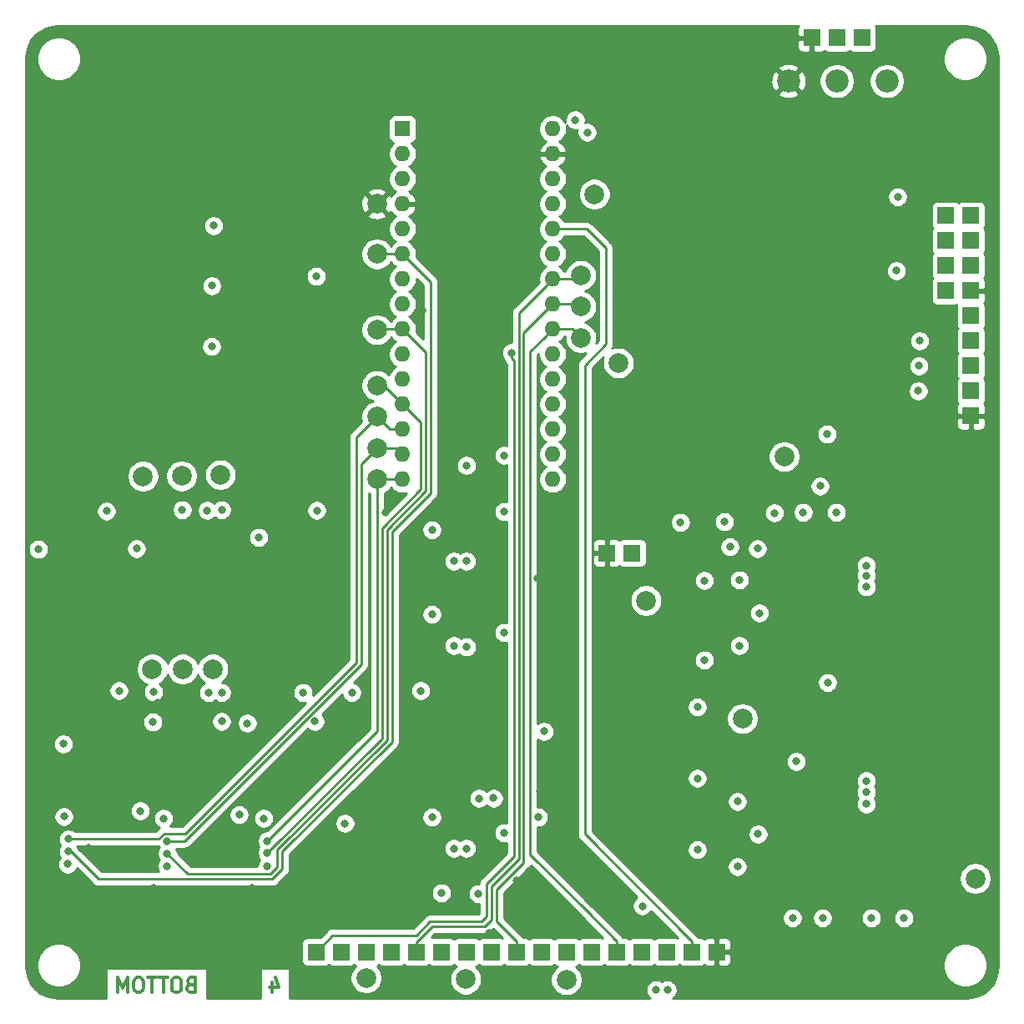
<source format=gbr>
G04 #@! TF.GenerationSoftware,KiCad,Pcbnew,(5.1.5)-3*
G04 #@! TF.CreationDate,2021-09-15T23:35:39+03:00*
G04 #@! TF.ProjectId,PowerPCB,506f7765-7250-4434-922e-6b696361645f,3 Under Design*
G04 #@! TF.SameCoordinates,PX6dac2c0PY8583b00*
G04 #@! TF.FileFunction,Copper,L4,Bot*
G04 #@! TF.FilePolarity,Positive*
%FSLAX46Y46*%
G04 Gerber Fmt 4.6, Leading zero omitted, Abs format (unit mm)*
G04 Created by KiCad (PCBNEW (5.1.5)-3) date 2021-09-15 23:35:39*
%MOMM*%
%LPD*%
G04 APERTURE LIST*
%ADD10C,0.300000*%
%ADD11C,2.000000*%
%ADD12R,1.700000X1.700000*%
%ADD13O,1.600000X1.600000*%
%ADD14R,1.600000X1.600000*%
%ADD15C,2.340000*%
%ADD16C,0.800000*%
%ADD17C,0.250000*%
%ADD18C,0.254000*%
G04 APERTURE END LIST*
D10*
X142649785Y2270429D02*
X142649785Y1270429D01*
X143006928Y2841858D02*
X143364071Y1770429D01*
X142435500Y1770429D01*
X134399785Y2056143D02*
X134185500Y1984715D01*
X134114071Y1913286D01*
X134042642Y1770429D01*
X134042642Y1556143D01*
X134114071Y1413286D01*
X134185500Y1341858D01*
X134328357Y1270429D01*
X134899785Y1270429D01*
X134899785Y2770429D01*
X134399785Y2770429D01*
X134256928Y2699000D01*
X134185500Y2627572D01*
X134114071Y2484715D01*
X134114071Y2341858D01*
X134185500Y2199000D01*
X134256928Y2127572D01*
X134399785Y2056143D01*
X134899785Y2056143D01*
X133114071Y2770429D02*
X132828357Y2770429D01*
X132685500Y2699000D01*
X132542642Y2556143D01*
X132471214Y2270429D01*
X132471214Y1770429D01*
X132542642Y1484715D01*
X132685500Y1341858D01*
X132828357Y1270429D01*
X133114071Y1270429D01*
X133256928Y1341858D01*
X133399785Y1484715D01*
X133471214Y1770429D01*
X133471214Y2270429D01*
X133399785Y2556143D01*
X133256928Y2699000D01*
X133114071Y2770429D01*
X132042642Y2770429D02*
X131185500Y2770429D01*
X131614071Y1270429D02*
X131614071Y2770429D01*
X130899785Y2770429D02*
X130042642Y2770429D01*
X130471214Y1270429D02*
X130471214Y2770429D01*
X129256928Y2770429D02*
X128971214Y2770429D01*
X128828357Y2699000D01*
X128685500Y2556143D01*
X128614071Y2270429D01*
X128614071Y1770429D01*
X128685500Y1484715D01*
X128828357Y1341858D01*
X128971214Y1270429D01*
X129256928Y1270429D01*
X129399785Y1341858D01*
X129542642Y1484715D01*
X129614071Y1770429D01*
X129614071Y2270429D01*
X129542642Y2556143D01*
X129399785Y2699000D01*
X129256928Y2770429D01*
X127971214Y1270429D02*
X127971214Y2770429D01*
X127471214Y1699000D01*
X126971214Y2770429D01*
X126971214Y1270429D01*
D11*
X129555500Y53635900D03*
X133477000Y53657500D03*
D12*
X213550500Y59753500D03*
X213550500Y72453500D03*
X167448000Y5380000D03*
X213550500Y74993500D03*
X172528000Y5380000D03*
X213550500Y77533500D03*
X213550500Y62293500D03*
X169988000Y5380000D03*
X179171600Y45847000D03*
X213550500Y67373500D03*
X213550500Y64833500D03*
X176631600Y45847000D03*
X175068000Y5380000D03*
X213550500Y80073500D03*
X177608000Y5380000D03*
X197421500Y98107500D03*
D11*
X175362600Y82235800D03*
D12*
X199961500Y98107500D03*
X202501500Y98107500D03*
D13*
X171133500Y53317900D03*
X155893500Y53317900D03*
X171133500Y88877900D03*
X155893500Y55857900D03*
X171133500Y86337900D03*
X155893500Y58397900D03*
X171133500Y83797900D03*
X155893500Y60937900D03*
X171133500Y81257900D03*
X155893500Y63477900D03*
X171133500Y78717900D03*
X155893500Y66017900D03*
X171133500Y76177900D03*
X155893500Y68557900D03*
X171133500Y73637900D03*
X155893500Y71097900D03*
X171133500Y71097900D03*
X155893500Y73637900D03*
X171133500Y68557900D03*
X155893500Y76177900D03*
X171133500Y66017900D03*
X155893500Y78717900D03*
X171133500Y63477900D03*
X155893500Y81257900D03*
X171133500Y60937900D03*
X155893500Y83797900D03*
X171133500Y58397900D03*
X155893500Y86337900D03*
X171133500Y55857900D03*
D14*
X155893500Y88877900D03*
D12*
X152208000Y5380000D03*
X157288000Y5380000D03*
X162368000Y5380000D03*
X185228000Y5380000D03*
X211010500Y77533500D03*
X149668000Y5380000D03*
X154748000Y5380000D03*
X211010500Y72453500D03*
X211010500Y74993500D03*
X187768000Y5380000D03*
X159828000Y5380000D03*
X164908000Y5380000D03*
X213550500Y69913500D03*
X182688000Y5380000D03*
X180148000Y5380000D03*
D11*
X173991000Y70843900D03*
X153290000Y53317900D03*
D12*
X147128000Y5380000D03*
D11*
X173991000Y74018900D03*
X153290000Y76177900D03*
X153290000Y56492900D03*
X153290000Y59667900D03*
X153290000Y68494400D03*
D12*
X211010500Y80073500D03*
D11*
X173991000Y67668900D03*
X153290000Y81257900D03*
X153290000Y62842900D03*
X213995000Y12827000D03*
X190373000Y29032200D03*
X137414000Y53784500D03*
X130503300Y34073200D03*
X133576700Y34073200D03*
X136650100Y34073200D03*
X177801000Y65116200D03*
X194627500Y55626000D03*
D15*
X205041500Y93726000D03*
X199961500Y93726000D03*
X195041500Y93726000D03*
D11*
X152196800Y2730500D03*
X180594000Y41021000D03*
X162306000Y2603500D03*
X172529500Y2540000D03*
D16*
X130595500Y11898500D03*
X198628000Y1905000D03*
X167454500Y12595000D03*
X203454000Y1905000D03*
X200850500Y73723500D03*
X187325000Y55118000D03*
X211074000Y83248500D03*
X215328500Y59753500D03*
X192786000Y93726000D03*
X174689500Y86820500D03*
X159898000Y21421500D03*
X157544500Y81232500D03*
X169608500Y43307000D03*
X169799000Y21717000D03*
X206565500Y1905000D03*
X122070500Y30726500D03*
X208026000Y17018000D03*
X140628500Y11898500D03*
X169292000Y86312500D03*
X120840500Y49197500D03*
X131064000Y49261000D03*
X142176500Y49261000D03*
X195389500Y1905000D03*
X120499000Y12089000D03*
X208026000Y38798500D03*
X202692000Y17018000D03*
X164465000Y63500000D03*
X164655500Y7302500D03*
X164528500Y68580000D03*
X118491000Y81470500D03*
X202120500Y62357000D03*
X164592000Y71120000D03*
X157162500Y1841500D03*
X156210000Y47625000D03*
X150939500Y67119500D03*
X202120500Y68516500D03*
X168719500Y9080500D03*
X160020000Y56197500D03*
X149542500Y2476500D03*
X176974500Y58674000D03*
X158051500Y34671000D03*
X202120500Y65087500D03*
X164528500Y60134500D03*
X167449500Y1905000D03*
X140589000Y30734000D03*
X203200000Y57785000D03*
X144970500Y22606000D03*
X202501500Y89281000D03*
X134112000Y78105000D03*
X131064000Y30670500D03*
X147002500Y68072000D03*
X161544000Y11366500D03*
X140906500Y66421000D03*
X137414000Y9080500D03*
X164592000Y73787000D03*
X200596500Y81089500D03*
X118110000Y63500000D03*
X133961500Y65852000D03*
X118173500Y74168000D03*
X212598000Y20193000D03*
X204279500Y77660500D03*
X145796000Y71818500D03*
X184531000Y69596000D03*
X138176000Y70675500D03*
X133985000Y72009000D03*
X184594500Y72834500D03*
X201041000Y1905000D03*
X201549000Y53594000D03*
X124015500Y15938500D03*
X157861000Y70485000D03*
X154178000Y49974500D03*
X173482000Y77089000D03*
X202946000Y43561000D03*
X189865000Y20637500D03*
X185801000Y22987000D03*
X202946000Y44577000D03*
X202946000Y42418000D03*
X195834000Y24701500D03*
X141795500Y18923000D03*
X132016500Y14097000D03*
X185801000Y15748000D03*
X191960500Y17335500D03*
X142176500Y14033500D03*
X121920000Y14287500D03*
X185801000Y30226000D03*
X121539000Y19113500D03*
X189865000Y14033500D03*
X199009000Y32702500D03*
X131635500Y18923000D03*
X184086500Y48958500D03*
X189103000Y46482000D03*
X190055500Y36449000D03*
X173418500Y89789000D03*
X206121000Y81978500D03*
X190055500Y43116500D03*
X205994000Y74485500D03*
X174625000Y88519000D03*
X192087500Y39751000D03*
X188531500Y49022000D03*
X191897000Y46291500D03*
X186499500Y43053000D03*
X186499500Y34988500D03*
X125857000Y50101500D03*
X193611500Y49911000D03*
X199898000Y49974500D03*
X136715500Y79057500D03*
X181610000Y1524000D03*
X198247000Y52641500D03*
X150749000Y31686500D03*
X182753000Y1524000D03*
X157734000Y31877000D03*
X198945500Y57912000D03*
X158877000Y19050000D03*
X158877000Y48196500D03*
X170243500Y27749500D03*
X208343500Y67373500D03*
X147129500Y73914000D03*
X208280000Y64833500D03*
X136207502Y31686500D03*
X145796000Y31686500D03*
X196532500Y49974500D03*
X158877000Y39624000D03*
X136525000Y66802000D03*
X136541990Y72961500D03*
X127127000Y31877000D03*
X147193000Y50165000D03*
X136080500Y50165000D03*
X208216500Y62293500D03*
X129286000Y19685000D03*
X121475500Y26479500D03*
X118935500Y46228000D03*
X139319000Y19304000D03*
X130556000Y28702000D03*
X128905000Y46291500D03*
X150050500Y18415000D03*
X141287500Y47434500D03*
X140144500Y28575000D03*
X133540500Y50228500D03*
X137541000Y50228500D03*
X159829500Y11366500D03*
X163576394Y11277498D03*
X137541000Y28765500D03*
X130619500Y31750000D03*
X169655010Y19050000D03*
X137540999Y31686500D03*
X147002500Y28765500D03*
X121983500Y15557500D03*
X121983500Y16827500D03*
X132016500Y15367000D03*
X132016500Y16637000D03*
X142176500Y15430500D03*
X142176500Y16637000D03*
X166941500Y66167000D03*
X162369500Y36322000D03*
X162369500Y15875000D03*
X162369496Y45021500D03*
X162381050Y54725450D03*
X166179500Y17462500D03*
X166179500Y55752996D03*
X166179500Y50038000D03*
X166179500Y37782500D03*
X161099500Y36449000D03*
X161099500Y15875000D03*
X161099500Y45021500D03*
X165137331Y20966435D03*
X163639500Y20954994D03*
X195453000Y8826500D03*
X202946000Y22733000D03*
X198501000Y8826500D03*
X202946000Y20383500D03*
X180213000Y10033000D03*
X203454000Y8826500D03*
X202946000Y21590000D03*
X206756000Y8826500D03*
D17*
X155893500Y81257900D02*
X157519100Y81257900D01*
X157519100Y81257900D02*
X157544500Y81232500D01*
X171133500Y73637900D02*
X173610000Y73637900D01*
X157288000Y6348500D02*
X158877000Y7937500D01*
X173610000Y73637900D02*
X173991000Y74018900D01*
X164909500Y8636000D02*
X164909500Y12065000D01*
X167703500Y70207900D02*
X170333501Y72837901D01*
X158877000Y7937500D02*
X164211000Y7937500D01*
X170333501Y72837901D02*
X171133500Y73637900D01*
X164211000Y7937500D02*
X164909500Y8636000D01*
X164909500Y12065000D02*
X167703500Y14859000D01*
X167703500Y14859000D02*
X167703500Y70207900D01*
X157288000Y5380000D02*
X157288000Y6348500D01*
X165417500Y8510500D02*
X167448000Y6480000D01*
X165417500Y11684000D02*
X165417500Y8510500D01*
X167448000Y6480000D02*
X167448000Y5380000D01*
X171133500Y71097900D02*
X168173511Y68137911D01*
X173737000Y71097900D02*
X173991000Y70843900D01*
X168173511Y14440011D02*
X165417500Y11684000D01*
X168173511Y68137911D02*
X168173511Y14440011D01*
X171133500Y71097900D02*
X173737000Y71097900D01*
X168846500Y15240000D02*
X168846500Y66270900D01*
X173102000Y68557900D02*
X173991000Y67668900D01*
X177608000Y5380000D02*
X177608000Y6480000D01*
X174625000Y9463000D02*
X174623500Y9463000D01*
X174623500Y9463000D02*
X168846500Y15240000D01*
X171133500Y68557900D02*
X173102000Y68557900D01*
X168846500Y66270900D02*
X170333501Y67757901D01*
X177608000Y6480000D02*
X174625000Y9463000D01*
X170333501Y67757901D02*
X171133500Y68557900D01*
X143700500Y15557500D02*
X154813000Y26670000D01*
X143700500Y13779500D02*
X143700500Y15557500D01*
X142684500Y12763500D02*
X143700500Y13779500D01*
X122237500Y15557500D02*
X125031500Y12763500D01*
X121983500Y15557500D02*
X122237500Y15557500D01*
X158750000Y73321400D02*
X155893500Y76177900D01*
X154813000Y48006000D02*
X158750000Y51943000D01*
X155893500Y76177900D02*
X154762130Y76177900D01*
X158750000Y51943000D02*
X158750000Y73321400D01*
X154762130Y76177900D02*
X153290000Y76177900D01*
X125031500Y12763500D02*
X142684500Y12763500D01*
X154813000Y26670000D02*
X154813000Y48006000D01*
X151193500Y57571400D02*
X153290000Y59667900D01*
X151193500Y34734500D02*
X151193500Y57571400D01*
X131699000Y17399000D02*
X133858000Y17399000D01*
X153290000Y59667900D02*
X154560000Y58397900D01*
X121983500Y16827500D02*
X131127500Y16827500D01*
X154560000Y58397900D02*
X155893500Y58397900D01*
X133858000Y17399000D02*
X151193500Y34734500D01*
X131127500Y16827500D02*
X131699000Y17399000D01*
X143192500Y15748000D02*
X154305000Y26860500D01*
X158242000Y66209400D02*
X156693499Y67757901D01*
X156693499Y67757901D02*
X155893500Y68557900D01*
X153353500Y68557900D02*
X153290000Y68494400D01*
X142527806Y13271500D02*
X143192500Y13936194D01*
X134112000Y13271500D02*
X142527806Y13271500D01*
X132016500Y15367000D02*
X134112000Y13271500D01*
X154305000Y26860500D02*
X154305000Y48196500D01*
X143192500Y13936194D02*
X143192500Y15748000D01*
X155893500Y68557900D02*
X153353500Y68557900D01*
X154305000Y48196500D02*
X158242000Y52133500D01*
X158242000Y52133500D02*
X158242000Y66209400D01*
X155258500Y56492900D02*
X155893500Y55857900D01*
X153290000Y56492900D02*
X155258500Y56492900D01*
X133794500Y16637000D02*
X151701500Y34544000D01*
X151701500Y54904400D02*
X153290000Y56492900D01*
X132016500Y16637000D02*
X133794500Y16637000D01*
X151701500Y34544000D02*
X151701500Y54904400D01*
X153988500Y62842900D02*
X153290000Y62842900D01*
X153797000Y27051000D02*
X153797000Y48387000D01*
X157734000Y52324000D02*
X157734000Y59097400D01*
X142176500Y15430500D02*
X153797000Y27051000D01*
X155893500Y60937900D02*
X153988500Y62842900D01*
X153797000Y48387000D02*
X157734000Y52324000D01*
X157734000Y59097400D02*
X155893500Y60937900D01*
X142176500Y16637000D02*
X153290000Y27750500D01*
X153290000Y27750500D02*
X153290000Y53317900D01*
X153290000Y53317900D02*
X155893500Y53317900D01*
X185228000Y5380000D02*
X185228000Y6480000D01*
X174371000Y17337000D02*
X174371000Y64897000D01*
X174371000Y64897000D02*
X176530000Y67056000D01*
X174583600Y78717900D02*
X171133500Y78717900D01*
X185228000Y6480000D02*
X174371000Y17337000D01*
X176530000Y76771500D02*
X174583600Y78717900D01*
X176530000Y67056000D02*
X176530000Y76771500D01*
X166941500Y66167000D02*
X166941500Y65601315D01*
X163893500Y8445500D02*
X158686500Y8445500D01*
X158686500Y8445500D02*
X157289500Y7048500D01*
X167195500Y15113000D02*
X164401500Y12319000D01*
X157289500Y7048500D02*
X148796500Y7048500D01*
X148796500Y7048500D02*
X147128000Y5380000D01*
X164401500Y8953500D02*
X163893500Y8445500D01*
X167195500Y65347315D02*
X167195500Y15113000D01*
X166941500Y65601315D02*
X167195500Y65347315D01*
X164401500Y12319000D02*
X164401500Y8953500D01*
D18*
G36*
X196040963Y99311994D02*
G01*
X195981998Y99201680D01*
X195945688Y99081982D01*
X195933428Y98957500D01*
X195936500Y98393250D01*
X196095250Y98234500D01*
X197294500Y98234500D01*
X197294500Y98254500D01*
X197548500Y98254500D01*
X197548500Y98234500D01*
X197568500Y98234500D01*
X197568500Y97980500D01*
X197548500Y97980500D01*
X197548500Y96781250D01*
X197707250Y96622500D01*
X198271500Y96619428D01*
X198395982Y96631688D01*
X198515680Y96667998D01*
X198625994Y96726963D01*
X198691500Y96780722D01*
X198757006Y96726963D01*
X198867320Y96667998D01*
X198987018Y96631688D01*
X199111500Y96619428D01*
X200811500Y96619428D01*
X200935982Y96631688D01*
X201055680Y96667998D01*
X201165994Y96726963D01*
X201231500Y96780722D01*
X201297006Y96726963D01*
X201407320Y96667998D01*
X201527018Y96631688D01*
X201651500Y96619428D01*
X203351500Y96619428D01*
X203475982Y96631688D01*
X203595680Y96667998D01*
X203705994Y96726963D01*
X203802685Y96806315D01*
X203882037Y96903006D01*
X203941002Y97013320D01*
X203977312Y97133018D01*
X203989572Y97257500D01*
X203989572Y98957500D01*
X203977312Y99081982D01*
X203941002Y99201680D01*
X203882037Y99311994D01*
X203859053Y99340000D01*
X212967722Y99340000D01*
X213648126Y99273286D01*
X214271572Y99085057D01*
X214846579Y98779319D01*
X215351247Y98367721D01*
X215766362Y97865933D01*
X216076105Y97293076D01*
X216268682Y96670961D01*
X216340000Y95992416D01*
X216340001Y4032289D01*
X216273286Y3351874D01*
X216085057Y2728430D01*
X215779323Y2153427D01*
X215367721Y1648752D01*
X214865933Y1233638D01*
X214293077Y923896D01*
X213670961Y731318D01*
X212992417Y660000D01*
X183322883Y660000D01*
X183412774Y720063D01*
X183556937Y864226D01*
X183670205Y1033744D01*
X183748226Y1222102D01*
X183788000Y1422061D01*
X183788000Y1625939D01*
X183748226Y1825898D01*
X183670205Y2014256D01*
X183556937Y2183774D01*
X183412774Y2327937D01*
X183243256Y2441205D01*
X183054898Y2519226D01*
X182854939Y2559000D01*
X182651061Y2559000D01*
X182451102Y2519226D01*
X182262744Y2441205D01*
X182181500Y2386920D01*
X182100256Y2441205D01*
X181911898Y2519226D01*
X181711939Y2559000D01*
X181508061Y2559000D01*
X181308102Y2519226D01*
X181119744Y2441205D01*
X180950226Y2327937D01*
X180806063Y2183774D01*
X180692795Y2014256D01*
X180614774Y1825898D01*
X180575000Y1625939D01*
X180575000Y1422061D01*
X180614774Y1222102D01*
X180692795Y1033744D01*
X180806063Y864226D01*
X180950226Y720063D01*
X181040117Y660000D01*
X144434786Y660000D01*
X144434786Y3739000D01*
X141436215Y3739000D01*
X141436215Y660000D01*
X136041929Y660000D01*
X136041929Y3739000D01*
X125829072Y3739000D01*
X125829072Y660000D01*
X121032279Y660000D01*
X120351874Y726714D01*
X119728430Y914943D01*
X119153427Y1220677D01*
X118648752Y1632279D01*
X118233638Y2134067D01*
X117923896Y2706923D01*
X117731318Y3329039D01*
X117660000Y4007583D01*
X117660000Y4220128D01*
X118765000Y4220128D01*
X118765000Y3779872D01*
X118850890Y3348075D01*
X119019369Y2941331D01*
X119263962Y2575271D01*
X119575271Y2263962D01*
X119941331Y2019369D01*
X120348075Y1850890D01*
X120779872Y1765000D01*
X121220128Y1765000D01*
X121651925Y1850890D01*
X122058669Y2019369D01*
X122424729Y2263962D01*
X122736038Y2575271D01*
X122980631Y2941331D01*
X123149110Y3348075D01*
X123235000Y3779872D01*
X123235000Y4220128D01*
X123149110Y4651925D01*
X122980631Y5058669D01*
X122736038Y5424729D01*
X122424729Y5736038D01*
X122058669Y5980631D01*
X121651925Y6149110D01*
X121245265Y6230000D01*
X145639928Y6230000D01*
X145639928Y4530000D01*
X145652188Y4405518D01*
X145688498Y4285820D01*
X145747463Y4175506D01*
X145826815Y4078815D01*
X145923506Y3999463D01*
X146033820Y3940498D01*
X146153518Y3904188D01*
X146278000Y3891928D01*
X147978000Y3891928D01*
X148102482Y3904188D01*
X148222180Y3940498D01*
X148332494Y3999463D01*
X148398000Y4053222D01*
X148463506Y3999463D01*
X148573820Y3940498D01*
X148693518Y3904188D01*
X148818000Y3891928D01*
X150518000Y3891928D01*
X150642482Y3904188D01*
X150762180Y3940498D01*
X150872494Y3999463D01*
X150938000Y4053222D01*
X151003506Y3999463D01*
X151101268Y3947207D01*
X150926813Y3772752D01*
X150747882Y3504963D01*
X150624632Y3207412D01*
X150561800Y2891533D01*
X150561800Y2569467D01*
X150624632Y2253588D01*
X150747882Y1956037D01*
X150926813Y1688248D01*
X151154548Y1460513D01*
X151422337Y1281582D01*
X151719888Y1158332D01*
X152035767Y1095500D01*
X152357833Y1095500D01*
X152673712Y1158332D01*
X152971263Y1281582D01*
X153239052Y1460513D01*
X153466787Y1688248D01*
X153645718Y1956037D01*
X153768968Y2253588D01*
X153831800Y2569467D01*
X153831800Y2891533D01*
X153768968Y3207412D01*
X153645718Y3504963D01*
X153466787Y3772752D01*
X153299772Y3939767D01*
X153302180Y3940498D01*
X153412494Y3999463D01*
X153478000Y4053222D01*
X153543506Y3999463D01*
X153653820Y3940498D01*
X153773518Y3904188D01*
X153898000Y3891928D01*
X155598000Y3891928D01*
X155722482Y3904188D01*
X155842180Y3940498D01*
X155952494Y3999463D01*
X156018000Y4053222D01*
X156083506Y3999463D01*
X156193820Y3940498D01*
X156313518Y3904188D01*
X156438000Y3891928D01*
X158138000Y3891928D01*
X158262482Y3904188D01*
X158382180Y3940498D01*
X158492494Y3999463D01*
X158558000Y4053222D01*
X158623506Y3999463D01*
X158733820Y3940498D01*
X158853518Y3904188D01*
X158978000Y3891928D01*
X160678000Y3891928D01*
X160802482Y3904188D01*
X160922180Y3940498D01*
X161032494Y3999463D01*
X161098000Y4053222D01*
X161163506Y3999463D01*
X161273820Y3940498D01*
X161335868Y3921676D01*
X161263748Y3873487D01*
X161036013Y3645752D01*
X160857082Y3377963D01*
X160733832Y3080412D01*
X160671000Y2764533D01*
X160671000Y2442467D01*
X160733832Y2126588D01*
X160857082Y1829037D01*
X161036013Y1561248D01*
X161263748Y1333513D01*
X161531537Y1154582D01*
X161829088Y1031332D01*
X162144967Y968500D01*
X162467033Y968500D01*
X162782912Y1031332D01*
X163080463Y1154582D01*
X163348252Y1333513D01*
X163575987Y1561248D01*
X163754918Y1829037D01*
X163878168Y2126588D01*
X163941000Y2442467D01*
X163941000Y2764533D01*
X163878168Y3080412D01*
X163754918Y3377963D01*
X163575987Y3645752D01*
X163348252Y3873487D01*
X163307466Y3900739D01*
X163342482Y3904188D01*
X163462180Y3940498D01*
X163572494Y3999463D01*
X163638000Y4053222D01*
X163703506Y3999463D01*
X163813820Y3940498D01*
X163933518Y3904188D01*
X164058000Y3891928D01*
X165758000Y3891928D01*
X165882482Y3904188D01*
X166002180Y3940498D01*
X166112494Y3999463D01*
X166178000Y4053222D01*
X166243506Y3999463D01*
X166353820Y3940498D01*
X166473518Y3904188D01*
X166598000Y3891928D01*
X168298000Y3891928D01*
X168422482Y3904188D01*
X168542180Y3940498D01*
X168652494Y3999463D01*
X168718000Y4053222D01*
X168783506Y3999463D01*
X168893820Y3940498D01*
X169013518Y3904188D01*
X169138000Y3891928D01*
X170838000Y3891928D01*
X170962482Y3904188D01*
X171082180Y3940498D01*
X171192494Y3999463D01*
X171258000Y4053222D01*
X171323506Y3999463D01*
X171433820Y3940498D01*
X171553518Y3904188D01*
X171618632Y3897775D01*
X171487248Y3809987D01*
X171259513Y3582252D01*
X171080582Y3314463D01*
X170957332Y3016912D01*
X170894500Y2701033D01*
X170894500Y2378967D01*
X170957332Y2063088D01*
X171080582Y1765537D01*
X171259513Y1497748D01*
X171487248Y1270013D01*
X171755037Y1091082D01*
X172052588Y967832D01*
X172368467Y905000D01*
X172690533Y905000D01*
X173006412Y967832D01*
X173303963Y1091082D01*
X173571752Y1270013D01*
X173799487Y1497748D01*
X173978418Y1765537D01*
X174101668Y2063088D01*
X174164500Y2378967D01*
X174164500Y2701033D01*
X174101668Y3016912D01*
X173978418Y3314463D01*
X173799487Y3582252D01*
X173571752Y3809987D01*
X173439983Y3898033D01*
X173502482Y3904188D01*
X173622180Y3940498D01*
X173732494Y3999463D01*
X173798000Y4053222D01*
X173863506Y3999463D01*
X173973820Y3940498D01*
X174093518Y3904188D01*
X174218000Y3891928D01*
X175918000Y3891928D01*
X176042482Y3904188D01*
X176162180Y3940498D01*
X176272494Y3999463D01*
X176338000Y4053222D01*
X176403506Y3999463D01*
X176513820Y3940498D01*
X176633518Y3904188D01*
X176758000Y3891928D01*
X178458000Y3891928D01*
X178582482Y3904188D01*
X178702180Y3940498D01*
X178812494Y3999463D01*
X178878000Y4053222D01*
X178943506Y3999463D01*
X179053820Y3940498D01*
X179173518Y3904188D01*
X179298000Y3891928D01*
X180998000Y3891928D01*
X181122482Y3904188D01*
X181242180Y3940498D01*
X181352494Y3999463D01*
X181418000Y4053222D01*
X181483506Y3999463D01*
X181593820Y3940498D01*
X181713518Y3904188D01*
X181838000Y3891928D01*
X183538000Y3891928D01*
X183662482Y3904188D01*
X183782180Y3940498D01*
X183892494Y3999463D01*
X183958000Y4053222D01*
X184023506Y3999463D01*
X184133820Y3940498D01*
X184253518Y3904188D01*
X184378000Y3891928D01*
X186078000Y3891928D01*
X186202482Y3904188D01*
X186322180Y3940498D01*
X186432494Y3999463D01*
X186498000Y4053222D01*
X186563506Y3999463D01*
X186673820Y3940498D01*
X186793518Y3904188D01*
X186918000Y3891928D01*
X187482250Y3895000D01*
X187641000Y4053750D01*
X187641000Y5253000D01*
X187895000Y5253000D01*
X187895000Y4053750D01*
X188053750Y3895000D01*
X188618000Y3891928D01*
X188742482Y3904188D01*
X188862180Y3940498D01*
X188972494Y3999463D01*
X189069185Y4078815D01*
X189148537Y4175506D01*
X189172388Y4220128D01*
X210765000Y4220128D01*
X210765000Y3779872D01*
X210850890Y3348075D01*
X211019369Y2941331D01*
X211263962Y2575271D01*
X211575271Y2263962D01*
X211941331Y2019369D01*
X212348075Y1850890D01*
X212779872Y1765000D01*
X213220128Y1765000D01*
X213651925Y1850890D01*
X214058669Y2019369D01*
X214424729Y2263962D01*
X214736038Y2575271D01*
X214980631Y2941331D01*
X215149110Y3348075D01*
X215235000Y3779872D01*
X215235000Y4220128D01*
X215149110Y4651925D01*
X214980631Y5058669D01*
X214736038Y5424729D01*
X214424729Y5736038D01*
X214058669Y5980631D01*
X213651925Y6149110D01*
X213220128Y6235000D01*
X212779872Y6235000D01*
X212348075Y6149110D01*
X211941331Y5980631D01*
X211575271Y5736038D01*
X211263962Y5424729D01*
X211019369Y5058669D01*
X210850890Y4651925D01*
X210765000Y4220128D01*
X189172388Y4220128D01*
X189207502Y4285820D01*
X189243812Y4405518D01*
X189256072Y4530000D01*
X189253000Y5094250D01*
X189094250Y5253000D01*
X187895000Y5253000D01*
X187641000Y5253000D01*
X187621000Y5253000D01*
X187621000Y5507000D01*
X187641000Y5507000D01*
X187641000Y6706250D01*
X187895000Y6706250D01*
X187895000Y5507000D01*
X189094250Y5507000D01*
X189253000Y5665750D01*
X189256072Y6230000D01*
X189243812Y6354482D01*
X189207502Y6474180D01*
X189148537Y6584494D01*
X189069185Y6681185D01*
X188972494Y6760537D01*
X188862180Y6819502D01*
X188742482Y6855812D01*
X188618000Y6868072D01*
X188053750Y6865000D01*
X187895000Y6706250D01*
X187641000Y6706250D01*
X187482250Y6865000D01*
X186918000Y6868072D01*
X186793518Y6855812D01*
X186673820Y6819502D01*
X186563506Y6760537D01*
X186498000Y6706778D01*
X186432494Y6760537D01*
X186322180Y6819502D01*
X186202482Y6855812D01*
X186078000Y6868072D01*
X185882326Y6868072D01*
X185862974Y6904276D01*
X185768001Y7020001D01*
X185739003Y7043799D01*
X183854363Y8928439D01*
X194418000Y8928439D01*
X194418000Y8724561D01*
X194457774Y8524602D01*
X194535795Y8336244D01*
X194649063Y8166726D01*
X194793226Y8022563D01*
X194962744Y7909295D01*
X195151102Y7831274D01*
X195351061Y7791500D01*
X195554939Y7791500D01*
X195754898Y7831274D01*
X195943256Y7909295D01*
X196112774Y8022563D01*
X196256937Y8166726D01*
X196370205Y8336244D01*
X196448226Y8524602D01*
X196488000Y8724561D01*
X196488000Y8928439D01*
X197466000Y8928439D01*
X197466000Y8724561D01*
X197505774Y8524602D01*
X197583795Y8336244D01*
X197697063Y8166726D01*
X197841226Y8022563D01*
X198010744Y7909295D01*
X198199102Y7831274D01*
X198399061Y7791500D01*
X198602939Y7791500D01*
X198802898Y7831274D01*
X198991256Y7909295D01*
X199160774Y8022563D01*
X199304937Y8166726D01*
X199418205Y8336244D01*
X199496226Y8524602D01*
X199536000Y8724561D01*
X199536000Y8928439D01*
X202419000Y8928439D01*
X202419000Y8724561D01*
X202458774Y8524602D01*
X202536795Y8336244D01*
X202650063Y8166726D01*
X202794226Y8022563D01*
X202963744Y7909295D01*
X203152102Y7831274D01*
X203352061Y7791500D01*
X203555939Y7791500D01*
X203755898Y7831274D01*
X203944256Y7909295D01*
X204113774Y8022563D01*
X204257937Y8166726D01*
X204371205Y8336244D01*
X204449226Y8524602D01*
X204489000Y8724561D01*
X204489000Y8928439D01*
X205721000Y8928439D01*
X205721000Y8724561D01*
X205760774Y8524602D01*
X205838795Y8336244D01*
X205952063Y8166726D01*
X206096226Y8022563D01*
X206265744Y7909295D01*
X206454102Y7831274D01*
X206654061Y7791500D01*
X206857939Y7791500D01*
X207057898Y7831274D01*
X207246256Y7909295D01*
X207415774Y8022563D01*
X207559937Y8166726D01*
X207673205Y8336244D01*
X207751226Y8524602D01*
X207791000Y8724561D01*
X207791000Y8928439D01*
X207751226Y9128398D01*
X207673205Y9316756D01*
X207559937Y9486274D01*
X207415774Y9630437D01*
X207246256Y9743705D01*
X207057898Y9821726D01*
X206857939Y9861500D01*
X206654061Y9861500D01*
X206454102Y9821726D01*
X206265744Y9743705D01*
X206096226Y9630437D01*
X205952063Y9486274D01*
X205838795Y9316756D01*
X205760774Y9128398D01*
X205721000Y8928439D01*
X204489000Y8928439D01*
X204449226Y9128398D01*
X204371205Y9316756D01*
X204257937Y9486274D01*
X204113774Y9630437D01*
X203944256Y9743705D01*
X203755898Y9821726D01*
X203555939Y9861500D01*
X203352061Y9861500D01*
X203152102Y9821726D01*
X202963744Y9743705D01*
X202794226Y9630437D01*
X202650063Y9486274D01*
X202536795Y9316756D01*
X202458774Y9128398D01*
X202419000Y8928439D01*
X199536000Y8928439D01*
X199496226Y9128398D01*
X199418205Y9316756D01*
X199304937Y9486274D01*
X199160774Y9630437D01*
X198991256Y9743705D01*
X198802898Y9821726D01*
X198602939Y9861500D01*
X198399061Y9861500D01*
X198199102Y9821726D01*
X198010744Y9743705D01*
X197841226Y9630437D01*
X197697063Y9486274D01*
X197583795Y9316756D01*
X197505774Y9128398D01*
X197466000Y8928439D01*
X196488000Y8928439D01*
X196448226Y9128398D01*
X196370205Y9316756D01*
X196256937Y9486274D01*
X196112774Y9630437D01*
X195943256Y9743705D01*
X195754898Y9821726D01*
X195554939Y9861500D01*
X195351061Y9861500D01*
X195151102Y9821726D01*
X194962744Y9743705D01*
X194793226Y9630437D01*
X194649063Y9486274D01*
X194535795Y9316756D01*
X194457774Y9128398D01*
X194418000Y8928439D01*
X183854363Y8928439D01*
X179794769Y12988033D01*
X212360000Y12988033D01*
X212360000Y12665967D01*
X212422832Y12350088D01*
X212546082Y12052537D01*
X212725013Y11784748D01*
X212952748Y11557013D01*
X213220537Y11378082D01*
X213518088Y11254832D01*
X213833967Y11192000D01*
X214156033Y11192000D01*
X214471912Y11254832D01*
X214769463Y11378082D01*
X215037252Y11557013D01*
X215264987Y11784748D01*
X215443918Y12052537D01*
X215567168Y12350088D01*
X215630000Y12665967D01*
X215630000Y12988033D01*
X215567168Y13303912D01*
X215443918Y13601463D01*
X215264987Y13869252D01*
X215037252Y14096987D01*
X214769463Y14275918D01*
X214471912Y14399168D01*
X214156033Y14462000D01*
X213833967Y14462000D01*
X213518088Y14399168D01*
X213220537Y14275918D01*
X212952748Y14096987D01*
X212725013Y13869252D01*
X212546082Y13601463D01*
X212422832Y13303912D01*
X212360000Y12988033D01*
X179794769Y12988033D01*
X178647363Y14135439D01*
X188830000Y14135439D01*
X188830000Y13931561D01*
X188869774Y13731602D01*
X188947795Y13543244D01*
X189061063Y13373726D01*
X189205226Y13229563D01*
X189374744Y13116295D01*
X189563102Y13038274D01*
X189763061Y12998500D01*
X189966939Y12998500D01*
X190166898Y13038274D01*
X190355256Y13116295D01*
X190524774Y13229563D01*
X190668937Y13373726D01*
X190782205Y13543244D01*
X190860226Y13731602D01*
X190900000Y13931561D01*
X190900000Y14135439D01*
X190860226Y14335398D01*
X190782205Y14523756D01*
X190668937Y14693274D01*
X190524774Y14837437D01*
X190355256Y14950705D01*
X190166898Y15028726D01*
X189966939Y15068500D01*
X189763061Y15068500D01*
X189563102Y15028726D01*
X189374744Y14950705D01*
X189205226Y14837437D01*
X189061063Y14693274D01*
X188947795Y14523756D01*
X188869774Y14335398D01*
X188830000Y14135439D01*
X178647363Y14135439D01*
X176932863Y15849939D01*
X184766000Y15849939D01*
X184766000Y15646061D01*
X184805774Y15446102D01*
X184883795Y15257744D01*
X184997063Y15088226D01*
X185141226Y14944063D01*
X185310744Y14830795D01*
X185499102Y14752774D01*
X185699061Y14713000D01*
X185902939Y14713000D01*
X186102898Y14752774D01*
X186291256Y14830795D01*
X186460774Y14944063D01*
X186604937Y15088226D01*
X186718205Y15257744D01*
X186796226Y15446102D01*
X186836000Y15646061D01*
X186836000Y15849939D01*
X186796226Y16049898D01*
X186718205Y16238256D01*
X186604937Y16407774D01*
X186460774Y16551937D01*
X186291256Y16665205D01*
X186102898Y16743226D01*
X185902939Y16783000D01*
X185699061Y16783000D01*
X185499102Y16743226D01*
X185310744Y16665205D01*
X185141226Y16551937D01*
X184997063Y16407774D01*
X184883795Y16238256D01*
X184805774Y16049898D01*
X184766000Y15849939D01*
X176932863Y15849939D01*
X175345363Y17437439D01*
X190925500Y17437439D01*
X190925500Y17233561D01*
X190965274Y17033602D01*
X191043295Y16845244D01*
X191156563Y16675726D01*
X191300726Y16531563D01*
X191470244Y16418295D01*
X191658602Y16340274D01*
X191858561Y16300500D01*
X192062439Y16300500D01*
X192262398Y16340274D01*
X192450756Y16418295D01*
X192620274Y16531563D01*
X192764437Y16675726D01*
X192877705Y16845244D01*
X192955726Y17033602D01*
X192995500Y17233561D01*
X192995500Y17437439D01*
X192955726Y17637398D01*
X192877705Y17825756D01*
X192764437Y17995274D01*
X192620274Y18139437D01*
X192450756Y18252705D01*
X192262398Y18330726D01*
X192062439Y18370500D01*
X191858561Y18370500D01*
X191658602Y18330726D01*
X191470244Y18252705D01*
X191300726Y18139437D01*
X191156563Y17995274D01*
X191043295Y17825756D01*
X190965274Y17637398D01*
X190925500Y17437439D01*
X175345363Y17437439D01*
X175131000Y17651801D01*
X175131000Y20739439D01*
X188830000Y20739439D01*
X188830000Y20535561D01*
X188869774Y20335602D01*
X188947795Y20147244D01*
X189061063Y19977726D01*
X189205226Y19833563D01*
X189374744Y19720295D01*
X189563102Y19642274D01*
X189763061Y19602500D01*
X189966939Y19602500D01*
X190166898Y19642274D01*
X190355256Y19720295D01*
X190524774Y19833563D01*
X190668937Y19977726D01*
X190782205Y20147244D01*
X190860226Y20335602D01*
X190900000Y20535561D01*
X190900000Y20739439D01*
X190860226Y20939398D01*
X190782205Y21127756D01*
X190668937Y21297274D01*
X190524774Y21441437D01*
X190355256Y21554705D01*
X190166898Y21632726D01*
X189966939Y21672500D01*
X189763061Y21672500D01*
X189563102Y21632726D01*
X189374744Y21554705D01*
X189205226Y21441437D01*
X189061063Y21297274D01*
X188947795Y21127756D01*
X188869774Y20939398D01*
X188830000Y20739439D01*
X175131000Y20739439D01*
X175131000Y23088939D01*
X184766000Y23088939D01*
X184766000Y22885061D01*
X184805774Y22685102D01*
X184883795Y22496744D01*
X184997063Y22327226D01*
X185141226Y22183063D01*
X185310744Y22069795D01*
X185499102Y21991774D01*
X185699061Y21952000D01*
X185902939Y21952000D01*
X186102898Y21991774D01*
X186291256Y22069795D01*
X186460774Y22183063D01*
X186604937Y22327226D01*
X186718205Y22496744D01*
X186796226Y22685102D01*
X186826030Y22834939D01*
X201911000Y22834939D01*
X201911000Y22631061D01*
X201950774Y22431102D01*
X202028795Y22242744D01*
X202083080Y22161500D01*
X202028795Y22080256D01*
X201950774Y21891898D01*
X201911000Y21691939D01*
X201911000Y21488061D01*
X201950774Y21288102D01*
X202028795Y21099744D01*
X202104295Y20986750D01*
X202028795Y20873756D01*
X201950774Y20685398D01*
X201911000Y20485439D01*
X201911000Y20281561D01*
X201950774Y20081602D01*
X202028795Y19893244D01*
X202142063Y19723726D01*
X202286226Y19579563D01*
X202455744Y19466295D01*
X202644102Y19388274D01*
X202844061Y19348500D01*
X203047939Y19348500D01*
X203247898Y19388274D01*
X203436256Y19466295D01*
X203605774Y19579563D01*
X203749937Y19723726D01*
X203863205Y19893244D01*
X203941226Y20081602D01*
X203981000Y20281561D01*
X203981000Y20485439D01*
X203941226Y20685398D01*
X203863205Y20873756D01*
X203787705Y20986750D01*
X203863205Y21099744D01*
X203941226Y21288102D01*
X203981000Y21488061D01*
X203981000Y21691939D01*
X203941226Y21891898D01*
X203863205Y22080256D01*
X203808920Y22161500D01*
X203863205Y22242744D01*
X203941226Y22431102D01*
X203981000Y22631061D01*
X203981000Y22834939D01*
X203941226Y23034898D01*
X203863205Y23223256D01*
X203749937Y23392774D01*
X203605774Y23536937D01*
X203436256Y23650205D01*
X203247898Y23728226D01*
X203047939Y23768000D01*
X202844061Y23768000D01*
X202644102Y23728226D01*
X202455744Y23650205D01*
X202286226Y23536937D01*
X202142063Y23392774D01*
X202028795Y23223256D01*
X201950774Y23034898D01*
X201911000Y22834939D01*
X186826030Y22834939D01*
X186836000Y22885061D01*
X186836000Y23088939D01*
X186796226Y23288898D01*
X186718205Y23477256D01*
X186604937Y23646774D01*
X186460774Y23790937D01*
X186291256Y23904205D01*
X186102898Y23982226D01*
X185902939Y24022000D01*
X185699061Y24022000D01*
X185499102Y23982226D01*
X185310744Y23904205D01*
X185141226Y23790937D01*
X184997063Y23646774D01*
X184883795Y23477256D01*
X184805774Y23288898D01*
X184766000Y23088939D01*
X175131000Y23088939D01*
X175131000Y24803439D01*
X194799000Y24803439D01*
X194799000Y24599561D01*
X194838774Y24399602D01*
X194916795Y24211244D01*
X195030063Y24041726D01*
X195174226Y23897563D01*
X195343744Y23784295D01*
X195532102Y23706274D01*
X195732061Y23666500D01*
X195935939Y23666500D01*
X196135898Y23706274D01*
X196324256Y23784295D01*
X196493774Y23897563D01*
X196637937Y24041726D01*
X196751205Y24211244D01*
X196829226Y24399602D01*
X196869000Y24599561D01*
X196869000Y24803439D01*
X196829226Y25003398D01*
X196751205Y25191756D01*
X196637937Y25361274D01*
X196493774Y25505437D01*
X196324256Y25618705D01*
X196135898Y25696726D01*
X195935939Y25736500D01*
X195732061Y25736500D01*
X195532102Y25696726D01*
X195343744Y25618705D01*
X195174226Y25505437D01*
X195030063Y25361274D01*
X194916795Y25191756D01*
X194838774Y25003398D01*
X194799000Y24803439D01*
X175131000Y24803439D01*
X175131000Y30327939D01*
X184766000Y30327939D01*
X184766000Y30124061D01*
X184805774Y29924102D01*
X184883795Y29735744D01*
X184997063Y29566226D01*
X185141226Y29422063D01*
X185310744Y29308795D01*
X185499102Y29230774D01*
X185699061Y29191000D01*
X185902939Y29191000D01*
X185914165Y29193233D01*
X188738000Y29193233D01*
X188738000Y28871167D01*
X188800832Y28555288D01*
X188924082Y28257737D01*
X189103013Y27989948D01*
X189330748Y27762213D01*
X189598537Y27583282D01*
X189896088Y27460032D01*
X190211967Y27397200D01*
X190534033Y27397200D01*
X190849912Y27460032D01*
X191147463Y27583282D01*
X191415252Y27762213D01*
X191642987Y27989948D01*
X191821918Y28257737D01*
X191945168Y28555288D01*
X192008000Y28871167D01*
X192008000Y29193233D01*
X191945168Y29509112D01*
X191821918Y29806663D01*
X191642987Y30074452D01*
X191415252Y30302187D01*
X191147463Y30481118D01*
X190849912Y30604368D01*
X190534033Y30667200D01*
X190211967Y30667200D01*
X189896088Y30604368D01*
X189598537Y30481118D01*
X189330748Y30302187D01*
X189103013Y30074452D01*
X188924082Y29806663D01*
X188800832Y29509112D01*
X188738000Y29193233D01*
X185914165Y29193233D01*
X186102898Y29230774D01*
X186291256Y29308795D01*
X186460774Y29422063D01*
X186604937Y29566226D01*
X186718205Y29735744D01*
X186796226Y29924102D01*
X186836000Y30124061D01*
X186836000Y30327939D01*
X186796226Y30527898D01*
X186718205Y30716256D01*
X186604937Y30885774D01*
X186460774Y31029937D01*
X186291256Y31143205D01*
X186102898Y31221226D01*
X185902939Y31261000D01*
X185699061Y31261000D01*
X185499102Y31221226D01*
X185310744Y31143205D01*
X185141226Y31029937D01*
X184997063Y30885774D01*
X184883795Y30716256D01*
X184805774Y30527898D01*
X184766000Y30327939D01*
X175131000Y30327939D01*
X175131000Y32804439D01*
X197974000Y32804439D01*
X197974000Y32600561D01*
X198013774Y32400602D01*
X198091795Y32212244D01*
X198205063Y32042726D01*
X198349226Y31898563D01*
X198518744Y31785295D01*
X198707102Y31707274D01*
X198907061Y31667500D01*
X199110939Y31667500D01*
X199310898Y31707274D01*
X199499256Y31785295D01*
X199668774Y31898563D01*
X199812937Y32042726D01*
X199926205Y32212244D01*
X200004226Y32400602D01*
X200044000Y32600561D01*
X200044000Y32804439D01*
X200004226Y33004398D01*
X199926205Y33192756D01*
X199812937Y33362274D01*
X199668774Y33506437D01*
X199499256Y33619705D01*
X199310898Y33697726D01*
X199110939Y33737500D01*
X198907061Y33737500D01*
X198707102Y33697726D01*
X198518744Y33619705D01*
X198349226Y33506437D01*
X198205063Y33362274D01*
X198091795Y33192756D01*
X198013774Y33004398D01*
X197974000Y32804439D01*
X175131000Y32804439D01*
X175131000Y35090439D01*
X185464500Y35090439D01*
X185464500Y34886561D01*
X185504274Y34686602D01*
X185582295Y34498244D01*
X185695563Y34328726D01*
X185839726Y34184563D01*
X186009244Y34071295D01*
X186197602Y33993274D01*
X186397561Y33953500D01*
X186601439Y33953500D01*
X186801398Y33993274D01*
X186989756Y34071295D01*
X187159274Y34184563D01*
X187303437Y34328726D01*
X187416705Y34498244D01*
X187494726Y34686602D01*
X187534500Y34886561D01*
X187534500Y35090439D01*
X187494726Y35290398D01*
X187416705Y35478756D01*
X187303437Y35648274D01*
X187159274Y35792437D01*
X186989756Y35905705D01*
X186801398Y35983726D01*
X186601439Y36023500D01*
X186397561Y36023500D01*
X186197602Y35983726D01*
X186009244Y35905705D01*
X185839726Y35792437D01*
X185695563Y35648274D01*
X185582295Y35478756D01*
X185504274Y35290398D01*
X185464500Y35090439D01*
X175131000Y35090439D01*
X175131000Y36550939D01*
X189020500Y36550939D01*
X189020500Y36347061D01*
X189060274Y36147102D01*
X189138295Y35958744D01*
X189251563Y35789226D01*
X189395726Y35645063D01*
X189565244Y35531795D01*
X189753602Y35453774D01*
X189953561Y35414000D01*
X190157439Y35414000D01*
X190357398Y35453774D01*
X190545756Y35531795D01*
X190715274Y35645063D01*
X190859437Y35789226D01*
X190972705Y35958744D01*
X191050726Y36147102D01*
X191090500Y36347061D01*
X191090500Y36550939D01*
X191050726Y36750898D01*
X190972705Y36939256D01*
X190859437Y37108774D01*
X190715274Y37252937D01*
X190545756Y37366205D01*
X190357398Y37444226D01*
X190157439Y37484000D01*
X189953561Y37484000D01*
X189753602Y37444226D01*
X189565244Y37366205D01*
X189395726Y37252937D01*
X189251563Y37108774D01*
X189138295Y36939256D01*
X189060274Y36750898D01*
X189020500Y36550939D01*
X175131000Y36550939D01*
X175131000Y41182033D01*
X178959000Y41182033D01*
X178959000Y40859967D01*
X179021832Y40544088D01*
X179145082Y40246537D01*
X179324013Y39978748D01*
X179551748Y39751013D01*
X179819537Y39572082D01*
X180117088Y39448832D01*
X180432967Y39386000D01*
X180755033Y39386000D01*
X181070912Y39448832D01*
X181368463Y39572082D01*
X181636252Y39751013D01*
X181738178Y39852939D01*
X191052500Y39852939D01*
X191052500Y39649061D01*
X191092274Y39449102D01*
X191170295Y39260744D01*
X191283563Y39091226D01*
X191427726Y38947063D01*
X191597244Y38833795D01*
X191785602Y38755774D01*
X191985561Y38716000D01*
X192189439Y38716000D01*
X192389398Y38755774D01*
X192577756Y38833795D01*
X192747274Y38947063D01*
X192891437Y39091226D01*
X193004705Y39260744D01*
X193082726Y39449102D01*
X193122500Y39649061D01*
X193122500Y39852939D01*
X193082726Y40052898D01*
X193004705Y40241256D01*
X192891437Y40410774D01*
X192747274Y40554937D01*
X192577756Y40668205D01*
X192389398Y40746226D01*
X192189439Y40786000D01*
X191985561Y40786000D01*
X191785602Y40746226D01*
X191597244Y40668205D01*
X191427726Y40554937D01*
X191283563Y40410774D01*
X191170295Y40241256D01*
X191092274Y40052898D01*
X191052500Y39852939D01*
X181738178Y39852939D01*
X181863987Y39978748D01*
X182042918Y40246537D01*
X182166168Y40544088D01*
X182229000Y40859967D01*
X182229000Y41182033D01*
X182166168Y41497912D01*
X182042918Y41795463D01*
X181863987Y42063252D01*
X181636252Y42290987D01*
X181368463Y42469918D01*
X181070912Y42593168D01*
X180755033Y42656000D01*
X180432967Y42656000D01*
X180117088Y42593168D01*
X179819537Y42469918D01*
X179551748Y42290987D01*
X179324013Y42063252D01*
X179145082Y41795463D01*
X179021832Y41497912D01*
X178959000Y41182033D01*
X175131000Y41182033D01*
X175131000Y43154939D01*
X185464500Y43154939D01*
X185464500Y42951061D01*
X185504274Y42751102D01*
X185582295Y42562744D01*
X185695563Y42393226D01*
X185839726Y42249063D01*
X186009244Y42135795D01*
X186197602Y42057774D01*
X186397561Y42018000D01*
X186601439Y42018000D01*
X186801398Y42057774D01*
X186989756Y42135795D01*
X187159274Y42249063D01*
X187303437Y42393226D01*
X187416705Y42562744D01*
X187494726Y42751102D01*
X187534500Y42951061D01*
X187534500Y43154939D01*
X187521870Y43218439D01*
X189020500Y43218439D01*
X189020500Y43014561D01*
X189060274Y42814602D01*
X189138295Y42626244D01*
X189251563Y42456726D01*
X189395726Y42312563D01*
X189565244Y42199295D01*
X189753602Y42121274D01*
X189953561Y42081500D01*
X190157439Y42081500D01*
X190357398Y42121274D01*
X190545756Y42199295D01*
X190715274Y42312563D01*
X190859437Y42456726D01*
X190972705Y42626244D01*
X191050726Y42814602D01*
X191090500Y43014561D01*
X191090500Y43218439D01*
X191050726Y43418398D01*
X190972705Y43606756D01*
X190859437Y43776274D01*
X190715274Y43920437D01*
X190545756Y44033705D01*
X190357398Y44111726D01*
X190157439Y44151500D01*
X189953561Y44151500D01*
X189753602Y44111726D01*
X189565244Y44033705D01*
X189395726Y43920437D01*
X189251563Y43776274D01*
X189138295Y43606756D01*
X189060274Y43418398D01*
X189020500Y43218439D01*
X187521870Y43218439D01*
X187494726Y43354898D01*
X187416705Y43543256D01*
X187303437Y43712774D01*
X187159274Y43856937D01*
X186989756Y43970205D01*
X186801398Y44048226D01*
X186601439Y44088000D01*
X186397561Y44088000D01*
X186197602Y44048226D01*
X186009244Y43970205D01*
X185839726Y43856937D01*
X185695563Y43712774D01*
X185582295Y43543256D01*
X185504274Y43354898D01*
X185464500Y43154939D01*
X175131000Y43154939D01*
X175131000Y44997000D01*
X175143528Y44997000D01*
X175155788Y44872518D01*
X175192098Y44752820D01*
X175251063Y44642506D01*
X175330415Y44545815D01*
X175427106Y44466463D01*
X175537420Y44407498D01*
X175657118Y44371188D01*
X175781600Y44358928D01*
X176345850Y44362000D01*
X176504600Y44520750D01*
X176504600Y45720000D01*
X175305350Y45720000D01*
X175146600Y45561250D01*
X175143528Y44997000D01*
X175131000Y44997000D01*
X175131000Y46697000D01*
X175143528Y46697000D01*
X175146600Y46132750D01*
X175305350Y45974000D01*
X176504600Y45974000D01*
X176504600Y47173250D01*
X176758600Y47173250D01*
X176758600Y45974000D01*
X176778600Y45974000D01*
X176778600Y45720000D01*
X176758600Y45720000D01*
X176758600Y44520750D01*
X176917350Y44362000D01*
X177481600Y44358928D01*
X177606082Y44371188D01*
X177725780Y44407498D01*
X177836094Y44466463D01*
X177901600Y44520222D01*
X177967106Y44466463D01*
X178077420Y44407498D01*
X178197118Y44371188D01*
X178321600Y44358928D01*
X180021600Y44358928D01*
X180146082Y44371188D01*
X180265780Y44407498D01*
X180376094Y44466463D01*
X180472785Y44545815D01*
X180552137Y44642506D01*
X180571611Y44678939D01*
X201911000Y44678939D01*
X201911000Y44475061D01*
X201950774Y44275102D01*
X202028795Y44086744D01*
X202040651Y44069000D01*
X202028795Y44051256D01*
X201950774Y43862898D01*
X201911000Y43662939D01*
X201911000Y43459061D01*
X201950774Y43259102D01*
X202028795Y43070744D01*
X202083080Y42989500D01*
X202028795Y42908256D01*
X201950774Y42719898D01*
X201911000Y42519939D01*
X201911000Y42316061D01*
X201950774Y42116102D01*
X202028795Y41927744D01*
X202142063Y41758226D01*
X202286226Y41614063D01*
X202455744Y41500795D01*
X202644102Y41422774D01*
X202844061Y41383000D01*
X203047939Y41383000D01*
X203247898Y41422774D01*
X203436256Y41500795D01*
X203605774Y41614063D01*
X203749937Y41758226D01*
X203863205Y41927744D01*
X203941226Y42116102D01*
X203981000Y42316061D01*
X203981000Y42519939D01*
X203941226Y42719898D01*
X203863205Y42908256D01*
X203808920Y42989500D01*
X203863205Y43070744D01*
X203941226Y43259102D01*
X203981000Y43459061D01*
X203981000Y43662939D01*
X203941226Y43862898D01*
X203863205Y44051256D01*
X203851349Y44069000D01*
X203863205Y44086744D01*
X203941226Y44275102D01*
X203981000Y44475061D01*
X203981000Y44678939D01*
X203941226Y44878898D01*
X203863205Y45067256D01*
X203749937Y45236774D01*
X203605774Y45380937D01*
X203436256Y45494205D01*
X203247898Y45572226D01*
X203047939Y45612000D01*
X202844061Y45612000D01*
X202644102Y45572226D01*
X202455744Y45494205D01*
X202286226Y45380937D01*
X202142063Y45236774D01*
X202028795Y45067256D01*
X201950774Y44878898D01*
X201911000Y44678939D01*
X180571611Y44678939D01*
X180611102Y44752820D01*
X180647412Y44872518D01*
X180659672Y44997000D01*
X180659672Y46583939D01*
X188068000Y46583939D01*
X188068000Y46380061D01*
X188107774Y46180102D01*
X188185795Y45991744D01*
X188299063Y45822226D01*
X188443226Y45678063D01*
X188612744Y45564795D01*
X188801102Y45486774D01*
X189001061Y45447000D01*
X189204939Y45447000D01*
X189404898Y45486774D01*
X189593256Y45564795D01*
X189762774Y45678063D01*
X189906937Y45822226D01*
X190020205Y45991744D01*
X190098226Y46180102D01*
X190138000Y46380061D01*
X190138000Y46393439D01*
X190862000Y46393439D01*
X190862000Y46189561D01*
X190901774Y45989602D01*
X190979795Y45801244D01*
X191093063Y45631726D01*
X191237226Y45487563D01*
X191406744Y45374295D01*
X191595102Y45296274D01*
X191795061Y45256500D01*
X191998939Y45256500D01*
X192198898Y45296274D01*
X192387256Y45374295D01*
X192556774Y45487563D01*
X192700937Y45631726D01*
X192814205Y45801244D01*
X192892226Y45989602D01*
X192932000Y46189561D01*
X192932000Y46393439D01*
X192892226Y46593398D01*
X192814205Y46781756D01*
X192700937Y46951274D01*
X192556774Y47095437D01*
X192387256Y47208705D01*
X192198898Y47286726D01*
X191998939Y47326500D01*
X191795061Y47326500D01*
X191595102Y47286726D01*
X191406744Y47208705D01*
X191237226Y47095437D01*
X191093063Y46951274D01*
X190979795Y46781756D01*
X190901774Y46593398D01*
X190862000Y46393439D01*
X190138000Y46393439D01*
X190138000Y46583939D01*
X190098226Y46783898D01*
X190020205Y46972256D01*
X189906937Y47141774D01*
X189762774Y47285937D01*
X189593256Y47399205D01*
X189404898Y47477226D01*
X189204939Y47517000D01*
X189001061Y47517000D01*
X188801102Y47477226D01*
X188612744Y47399205D01*
X188443226Y47285937D01*
X188299063Y47141774D01*
X188185795Y46972256D01*
X188107774Y46783898D01*
X188068000Y46583939D01*
X180659672Y46583939D01*
X180659672Y46697000D01*
X180647412Y46821482D01*
X180611102Y46941180D01*
X180552137Y47051494D01*
X180472785Y47148185D01*
X180376094Y47227537D01*
X180265780Y47286502D01*
X180146082Y47322812D01*
X180021600Y47335072D01*
X178321600Y47335072D01*
X178197118Y47322812D01*
X178077420Y47286502D01*
X177967106Y47227537D01*
X177901600Y47173778D01*
X177836094Y47227537D01*
X177725780Y47286502D01*
X177606082Y47322812D01*
X177481600Y47335072D01*
X176917350Y47332000D01*
X176758600Y47173250D01*
X176504600Y47173250D01*
X176345850Y47332000D01*
X175781600Y47335072D01*
X175657118Y47322812D01*
X175537420Y47286502D01*
X175427106Y47227537D01*
X175330415Y47148185D01*
X175251063Y47051494D01*
X175192098Y46941180D01*
X175155788Y46821482D01*
X175143528Y46697000D01*
X175131000Y46697000D01*
X175131000Y49060439D01*
X183051500Y49060439D01*
X183051500Y48856561D01*
X183091274Y48656602D01*
X183169295Y48468244D01*
X183282563Y48298726D01*
X183426726Y48154563D01*
X183596244Y48041295D01*
X183784602Y47963274D01*
X183984561Y47923500D01*
X184188439Y47923500D01*
X184388398Y47963274D01*
X184576756Y48041295D01*
X184746274Y48154563D01*
X184890437Y48298726D01*
X185003705Y48468244D01*
X185081726Y48656602D01*
X185121500Y48856561D01*
X185121500Y49060439D01*
X185108870Y49123939D01*
X187496500Y49123939D01*
X187496500Y48920061D01*
X187536274Y48720102D01*
X187614295Y48531744D01*
X187727563Y48362226D01*
X187871726Y48218063D01*
X188041244Y48104795D01*
X188229602Y48026774D01*
X188429561Y47987000D01*
X188633439Y47987000D01*
X188833398Y48026774D01*
X189021756Y48104795D01*
X189191274Y48218063D01*
X189335437Y48362226D01*
X189448705Y48531744D01*
X189526726Y48720102D01*
X189566500Y48920061D01*
X189566500Y49123939D01*
X189526726Y49323898D01*
X189448705Y49512256D01*
X189335437Y49681774D01*
X189191274Y49825937D01*
X189021756Y49939205D01*
X188843748Y50012939D01*
X192576500Y50012939D01*
X192576500Y49809061D01*
X192616274Y49609102D01*
X192694295Y49420744D01*
X192807563Y49251226D01*
X192951726Y49107063D01*
X193121244Y48993795D01*
X193309602Y48915774D01*
X193509561Y48876000D01*
X193713439Y48876000D01*
X193913398Y48915774D01*
X194101756Y48993795D01*
X194271274Y49107063D01*
X194415437Y49251226D01*
X194528705Y49420744D01*
X194606726Y49609102D01*
X194646500Y49809061D01*
X194646500Y50012939D01*
X194633870Y50076439D01*
X195497500Y50076439D01*
X195497500Y49872561D01*
X195537274Y49672602D01*
X195615295Y49484244D01*
X195728563Y49314726D01*
X195872726Y49170563D01*
X196042244Y49057295D01*
X196230602Y48979274D01*
X196430561Y48939500D01*
X196634439Y48939500D01*
X196834398Y48979274D01*
X197022756Y49057295D01*
X197192274Y49170563D01*
X197336437Y49314726D01*
X197449705Y49484244D01*
X197527726Y49672602D01*
X197567500Y49872561D01*
X197567500Y50076439D01*
X198863000Y50076439D01*
X198863000Y49872561D01*
X198902774Y49672602D01*
X198980795Y49484244D01*
X199094063Y49314726D01*
X199238226Y49170563D01*
X199407744Y49057295D01*
X199596102Y48979274D01*
X199796061Y48939500D01*
X199999939Y48939500D01*
X200199898Y48979274D01*
X200388256Y49057295D01*
X200557774Y49170563D01*
X200701937Y49314726D01*
X200815205Y49484244D01*
X200893226Y49672602D01*
X200933000Y49872561D01*
X200933000Y50076439D01*
X200893226Y50276398D01*
X200815205Y50464756D01*
X200701937Y50634274D01*
X200557774Y50778437D01*
X200388256Y50891705D01*
X200199898Y50969726D01*
X199999939Y51009500D01*
X199796061Y51009500D01*
X199596102Y50969726D01*
X199407744Y50891705D01*
X199238226Y50778437D01*
X199094063Y50634274D01*
X198980795Y50464756D01*
X198902774Y50276398D01*
X198863000Y50076439D01*
X197567500Y50076439D01*
X197527726Y50276398D01*
X197449705Y50464756D01*
X197336437Y50634274D01*
X197192274Y50778437D01*
X197022756Y50891705D01*
X196834398Y50969726D01*
X196634439Y51009500D01*
X196430561Y51009500D01*
X196230602Y50969726D01*
X196042244Y50891705D01*
X195872726Y50778437D01*
X195728563Y50634274D01*
X195615295Y50464756D01*
X195537274Y50276398D01*
X195497500Y50076439D01*
X194633870Y50076439D01*
X194606726Y50212898D01*
X194528705Y50401256D01*
X194415437Y50570774D01*
X194271274Y50714937D01*
X194101756Y50828205D01*
X193913398Y50906226D01*
X193713439Y50946000D01*
X193509561Y50946000D01*
X193309602Y50906226D01*
X193121244Y50828205D01*
X192951726Y50714937D01*
X192807563Y50570774D01*
X192694295Y50401256D01*
X192616274Y50212898D01*
X192576500Y50012939D01*
X188843748Y50012939D01*
X188833398Y50017226D01*
X188633439Y50057000D01*
X188429561Y50057000D01*
X188229602Y50017226D01*
X188041244Y49939205D01*
X187871726Y49825937D01*
X187727563Y49681774D01*
X187614295Y49512256D01*
X187536274Y49323898D01*
X187496500Y49123939D01*
X185108870Y49123939D01*
X185081726Y49260398D01*
X185003705Y49448756D01*
X184890437Y49618274D01*
X184746274Y49762437D01*
X184576756Y49875705D01*
X184388398Y49953726D01*
X184188439Y49993500D01*
X183984561Y49993500D01*
X183784602Y49953726D01*
X183596244Y49875705D01*
X183426726Y49762437D01*
X183282563Y49618274D01*
X183169295Y49448756D01*
X183091274Y49260398D01*
X183051500Y49060439D01*
X175131000Y49060439D01*
X175131000Y52743439D01*
X197212000Y52743439D01*
X197212000Y52539561D01*
X197251774Y52339602D01*
X197329795Y52151244D01*
X197443063Y51981726D01*
X197587226Y51837563D01*
X197756744Y51724295D01*
X197945102Y51646274D01*
X198145061Y51606500D01*
X198348939Y51606500D01*
X198548898Y51646274D01*
X198737256Y51724295D01*
X198906774Y51837563D01*
X199050937Y51981726D01*
X199164205Y52151244D01*
X199242226Y52339602D01*
X199282000Y52539561D01*
X199282000Y52743439D01*
X199242226Y52943398D01*
X199164205Y53131756D01*
X199050937Y53301274D01*
X198906774Y53445437D01*
X198737256Y53558705D01*
X198548898Y53636726D01*
X198348939Y53676500D01*
X198145061Y53676500D01*
X197945102Y53636726D01*
X197756744Y53558705D01*
X197587226Y53445437D01*
X197443063Y53301274D01*
X197329795Y53131756D01*
X197251774Y52943398D01*
X197212000Y52743439D01*
X175131000Y52743439D01*
X175131000Y55787033D01*
X192992500Y55787033D01*
X192992500Y55464967D01*
X193055332Y55149088D01*
X193178582Y54851537D01*
X193357513Y54583748D01*
X193585248Y54356013D01*
X193853037Y54177082D01*
X194150588Y54053832D01*
X194466467Y53991000D01*
X194788533Y53991000D01*
X195104412Y54053832D01*
X195401963Y54177082D01*
X195669752Y54356013D01*
X195897487Y54583748D01*
X196076418Y54851537D01*
X196199668Y55149088D01*
X196262500Y55464967D01*
X196262500Y55787033D01*
X196199668Y56102912D01*
X196076418Y56400463D01*
X195897487Y56668252D01*
X195669752Y56895987D01*
X195401963Y57074918D01*
X195104412Y57198168D01*
X194788533Y57261000D01*
X194466467Y57261000D01*
X194150588Y57198168D01*
X193853037Y57074918D01*
X193585248Y56895987D01*
X193357513Y56668252D01*
X193178582Y56400463D01*
X193055332Y56102912D01*
X192992500Y55787033D01*
X175131000Y55787033D01*
X175131000Y58013939D01*
X197910500Y58013939D01*
X197910500Y57810061D01*
X197950274Y57610102D01*
X198028295Y57421744D01*
X198141563Y57252226D01*
X198285726Y57108063D01*
X198455244Y56994795D01*
X198643602Y56916774D01*
X198843561Y56877000D01*
X199047439Y56877000D01*
X199247398Y56916774D01*
X199435756Y56994795D01*
X199605274Y57108063D01*
X199749437Y57252226D01*
X199862705Y57421744D01*
X199940726Y57610102D01*
X199980500Y57810061D01*
X199980500Y58013939D01*
X199940726Y58213898D01*
X199862705Y58402256D01*
X199749437Y58571774D01*
X199605274Y58715937D01*
X199435756Y58829205D01*
X199256394Y58903500D01*
X212062428Y58903500D01*
X212074688Y58779018D01*
X212110998Y58659320D01*
X212169963Y58549006D01*
X212249315Y58452315D01*
X212346006Y58372963D01*
X212456320Y58313998D01*
X212576018Y58277688D01*
X212700500Y58265428D01*
X213264750Y58268500D01*
X213423500Y58427250D01*
X213423500Y59626500D01*
X213677500Y59626500D01*
X213677500Y58427250D01*
X213836250Y58268500D01*
X214400500Y58265428D01*
X214524982Y58277688D01*
X214644680Y58313998D01*
X214754994Y58372963D01*
X214851685Y58452315D01*
X214931037Y58549006D01*
X214990002Y58659320D01*
X215026312Y58779018D01*
X215038572Y58903500D01*
X215035500Y59467750D01*
X214876750Y59626500D01*
X213677500Y59626500D01*
X213423500Y59626500D01*
X212224250Y59626500D01*
X212065500Y59467750D01*
X212062428Y58903500D01*
X199256394Y58903500D01*
X199247398Y58907226D01*
X199047439Y58947000D01*
X198843561Y58947000D01*
X198643602Y58907226D01*
X198455244Y58829205D01*
X198285726Y58715937D01*
X198141563Y58571774D01*
X198028295Y58402256D01*
X197950274Y58213898D01*
X197910500Y58013939D01*
X175131000Y58013939D01*
X175131000Y62395439D01*
X207181500Y62395439D01*
X207181500Y62191561D01*
X207221274Y61991602D01*
X207299295Y61803244D01*
X207412563Y61633726D01*
X207556726Y61489563D01*
X207726244Y61376295D01*
X207914602Y61298274D01*
X208114561Y61258500D01*
X208318439Y61258500D01*
X208518398Y61298274D01*
X208706756Y61376295D01*
X208876274Y61489563D01*
X209020437Y61633726D01*
X209133705Y61803244D01*
X209211726Y61991602D01*
X209251500Y62191561D01*
X209251500Y62395439D01*
X209211726Y62595398D01*
X209133705Y62783756D01*
X209020437Y62953274D01*
X208876274Y63097437D01*
X208706756Y63210705D01*
X208518398Y63288726D01*
X208318439Y63328500D01*
X208114561Y63328500D01*
X207914602Y63288726D01*
X207726244Y63210705D01*
X207556726Y63097437D01*
X207412563Y62953274D01*
X207299295Y62783756D01*
X207221274Y62595398D01*
X207181500Y62395439D01*
X175131000Y62395439D01*
X175131000Y64582199D01*
X176290293Y65741491D01*
X176228832Y65593112D01*
X176166000Y65277233D01*
X176166000Y64955167D01*
X176228832Y64639288D01*
X176352082Y64341737D01*
X176531013Y64073948D01*
X176758748Y63846213D01*
X177026537Y63667282D01*
X177324088Y63544032D01*
X177639967Y63481200D01*
X177962033Y63481200D01*
X178277912Y63544032D01*
X178575463Y63667282D01*
X178843252Y63846213D01*
X179070987Y64073948D01*
X179249918Y64341737D01*
X179373168Y64639288D01*
X179432075Y64935439D01*
X207245000Y64935439D01*
X207245000Y64731561D01*
X207284774Y64531602D01*
X207362795Y64343244D01*
X207476063Y64173726D01*
X207620226Y64029563D01*
X207789744Y63916295D01*
X207978102Y63838274D01*
X208178061Y63798500D01*
X208381939Y63798500D01*
X208581898Y63838274D01*
X208770256Y63916295D01*
X208939774Y64029563D01*
X209083937Y64173726D01*
X209197205Y64343244D01*
X209275226Y64531602D01*
X209315000Y64731561D01*
X209315000Y64935439D01*
X209275226Y65135398D01*
X209197205Y65323756D01*
X209083937Y65493274D01*
X208939774Y65637437D01*
X208770256Y65750705D01*
X208581898Y65828726D01*
X208381939Y65868500D01*
X208178061Y65868500D01*
X207978102Y65828726D01*
X207789744Y65750705D01*
X207620226Y65637437D01*
X207476063Y65493274D01*
X207362795Y65323756D01*
X207284774Y65135398D01*
X207245000Y64935439D01*
X179432075Y64935439D01*
X179436000Y64955167D01*
X179436000Y65277233D01*
X179373168Y65593112D01*
X179249918Y65890663D01*
X179070987Y66158452D01*
X178843252Y66386187D01*
X178575463Y66565118D01*
X178277912Y66688368D01*
X177962033Y66751200D01*
X177639967Y66751200D01*
X177324088Y66688368D01*
X177153458Y66617690D01*
X177164974Y66631723D01*
X177235546Y66763753D01*
X177254663Y66826774D01*
X177279003Y66907014D01*
X177290000Y67018667D01*
X177290000Y67018676D01*
X177293676Y67055999D01*
X177290000Y67093322D01*
X177290000Y67475439D01*
X207308500Y67475439D01*
X207308500Y67271561D01*
X207348274Y67071602D01*
X207426295Y66883244D01*
X207539563Y66713726D01*
X207683726Y66569563D01*
X207853244Y66456295D01*
X208041602Y66378274D01*
X208241561Y66338500D01*
X208445439Y66338500D01*
X208645398Y66378274D01*
X208833756Y66456295D01*
X209003274Y66569563D01*
X209147437Y66713726D01*
X209260705Y66883244D01*
X209338726Y67071602D01*
X209378500Y67271561D01*
X209378500Y67475439D01*
X209338726Y67675398D01*
X209260705Y67863756D01*
X209147437Y68033274D01*
X209003274Y68177437D01*
X208833756Y68290705D01*
X208645398Y68368726D01*
X208445439Y68408500D01*
X208241561Y68408500D01*
X208041602Y68368726D01*
X207853244Y68290705D01*
X207683726Y68177437D01*
X207539563Y68033274D01*
X207426295Y67863756D01*
X207348274Y67675398D01*
X207308500Y67475439D01*
X177290000Y67475439D01*
X177290000Y74587439D01*
X204959000Y74587439D01*
X204959000Y74383561D01*
X204998774Y74183602D01*
X205076795Y73995244D01*
X205190063Y73825726D01*
X205334226Y73681563D01*
X205503744Y73568295D01*
X205692102Y73490274D01*
X205892061Y73450500D01*
X206095939Y73450500D01*
X206295898Y73490274D01*
X206484256Y73568295D01*
X206653774Y73681563D01*
X206797937Y73825726D01*
X206911205Y73995244D01*
X206989226Y74183602D01*
X207029000Y74383561D01*
X207029000Y74587439D01*
X206989226Y74787398D01*
X206911205Y74975756D01*
X206797937Y75145274D01*
X206653774Y75289437D01*
X206484256Y75402705D01*
X206295898Y75480726D01*
X206095939Y75520500D01*
X205892061Y75520500D01*
X205692102Y75480726D01*
X205503744Y75402705D01*
X205334226Y75289437D01*
X205190063Y75145274D01*
X205076795Y74975756D01*
X204998774Y74787398D01*
X204959000Y74587439D01*
X177290000Y74587439D01*
X177290000Y76734178D01*
X177293676Y76771501D01*
X177290000Y76808824D01*
X177290000Y76808833D01*
X177279003Y76920486D01*
X177235546Y77063747D01*
X177164974Y77195776D01*
X177070001Y77311501D01*
X177041003Y77335299D01*
X175147404Y79228897D01*
X175123601Y79257901D01*
X175007876Y79352874D01*
X174875847Y79423446D01*
X174732586Y79466903D01*
X174620933Y79477900D01*
X174620922Y79477900D01*
X174583600Y79481576D01*
X174546278Y79477900D01*
X172351543Y79477900D01*
X172248137Y79632659D01*
X172048259Y79832537D01*
X171815741Y79987900D01*
X172048259Y80143263D01*
X172248137Y80343141D01*
X172405180Y80578173D01*
X172513353Y80839326D01*
X172568500Y81116565D01*
X172568500Y81399235D01*
X172513353Y81676474D01*
X172405180Y81937627D01*
X172248137Y82172659D01*
X172048259Y82372537D01*
X172011898Y82396833D01*
X173727600Y82396833D01*
X173727600Y82074767D01*
X173790432Y81758888D01*
X173913682Y81461337D01*
X174092613Y81193548D01*
X174320348Y80965813D01*
X174588137Y80786882D01*
X174885688Y80663632D01*
X175201567Y80600800D01*
X175523633Y80600800D01*
X175839512Y80663632D01*
X176137063Y80786882D01*
X176341526Y80923500D01*
X209522428Y80923500D01*
X209522428Y79223500D01*
X209534688Y79099018D01*
X209570998Y78979320D01*
X209629963Y78869006D01*
X209683722Y78803500D01*
X209629963Y78737994D01*
X209570998Y78627680D01*
X209534688Y78507982D01*
X209522428Y78383500D01*
X209522428Y76683500D01*
X209534688Y76559018D01*
X209570998Y76439320D01*
X209629963Y76329006D01*
X209683722Y76263500D01*
X209629963Y76197994D01*
X209570998Y76087680D01*
X209534688Y75967982D01*
X209522428Y75843500D01*
X209522428Y74143500D01*
X209534688Y74019018D01*
X209570998Y73899320D01*
X209629963Y73789006D01*
X209683722Y73723500D01*
X209629963Y73657994D01*
X209570998Y73547680D01*
X209534688Y73427982D01*
X209522428Y73303500D01*
X209522428Y71603500D01*
X209534688Y71479018D01*
X209570998Y71359320D01*
X209629963Y71249006D01*
X209709315Y71152315D01*
X209806006Y71072963D01*
X209916320Y71013998D01*
X210036018Y70977688D01*
X210160500Y70965428D01*
X211860500Y70965428D01*
X211984982Y70977688D01*
X212104680Y71013998D01*
X212118253Y71021253D01*
X212110998Y71007680D01*
X212074688Y70887982D01*
X212062428Y70763500D01*
X212062428Y69063500D01*
X212074688Y68939018D01*
X212110998Y68819320D01*
X212169963Y68709006D01*
X212223722Y68643500D01*
X212169963Y68577994D01*
X212110998Y68467680D01*
X212074688Y68347982D01*
X212062428Y68223500D01*
X212062428Y66523500D01*
X212074688Y66399018D01*
X212110998Y66279320D01*
X212169963Y66169006D01*
X212223722Y66103500D01*
X212169963Y66037994D01*
X212110998Y65927680D01*
X212074688Y65807982D01*
X212062428Y65683500D01*
X212062428Y63983500D01*
X212074688Y63859018D01*
X212110998Y63739320D01*
X212169963Y63629006D01*
X212223722Y63563500D01*
X212169963Y63497994D01*
X212110998Y63387680D01*
X212074688Y63267982D01*
X212062428Y63143500D01*
X212062428Y61443500D01*
X212074688Y61319018D01*
X212110998Y61199320D01*
X212169963Y61089006D01*
X212223722Y61023500D01*
X212169963Y60957994D01*
X212110998Y60847680D01*
X212074688Y60727982D01*
X212062428Y60603500D01*
X212065500Y60039250D01*
X212224250Y59880500D01*
X213423500Y59880500D01*
X213423500Y59900500D01*
X213677500Y59900500D01*
X213677500Y59880500D01*
X214876750Y59880500D01*
X215035500Y60039250D01*
X215038572Y60603500D01*
X215026312Y60727982D01*
X214990002Y60847680D01*
X214931037Y60957994D01*
X214877278Y61023500D01*
X214931037Y61089006D01*
X214990002Y61199320D01*
X215026312Y61319018D01*
X215038572Y61443500D01*
X215038572Y63143500D01*
X215026312Y63267982D01*
X214990002Y63387680D01*
X214931037Y63497994D01*
X214877278Y63563500D01*
X214931037Y63629006D01*
X214990002Y63739320D01*
X215026312Y63859018D01*
X215038572Y63983500D01*
X215038572Y65683500D01*
X215026312Y65807982D01*
X214990002Y65927680D01*
X214931037Y66037994D01*
X214877278Y66103500D01*
X214931037Y66169006D01*
X214990002Y66279320D01*
X215026312Y66399018D01*
X215038572Y66523500D01*
X215038572Y68223500D01*
X215026312Y68347982D01*
X214990002Y68467680D01*
X214931037Y68577994D01*
X214877278Y68643500D01*
X214931037Y68709006D01*
X214990002Y68819320D01*
X215026312Y68939018D01*
X215038572Y69063500D01*
X215038572Y70763500D01*
X215026312Y70887982D01*
X214990002Y71007680D01*
X214931037Y71117994D01*
X214877278Y71183500D01*
X214931037Y71249006D01*
X214990002Y71359320D01*
X215026312Y71479018D01*
X215038572Y71603500D01*
X215035500Y72167750D01*
X214876750Y72326500D01*
X213677500Y72326500D01*
X213677500Y72306500D01*
X213423500Y72306500D01*
X213423500Y72326500D01*
X213403500Y72326500D01*
X213403500Y72580500D01*
X213423500Y72580500D01*
X213423500Y72600500D01*
X213677500Y72600500D01*
X213677500Y72580500D01*
X214876750Y72580500D01*
X215035500Y72739250D01*
X215038572Y73303500D01*
X215026312Y73427982D01*
X214990002Y73547680D01*
X214931037Y73657994D01*
X214877278Y73723500D01*
X214931037Y73789006D01*
X214990002Y73899320D01*
X215026312Y74019018D01*
X215038572Y74143500D01*
X215038572Y75843500D01*
X215026312Y75967982D01*
X214990002Y76087680D01*
X214931037Y76197994D01*
X214877278Y76263500D01*
X214931037Y76329006D01*
X214990002Y76439320D01*
X215026312Y76559018D01*
X215038572Y76683500D01*
X215038572Y78383500D01*
X215026312Y78507982D01*
X214990002Y78627680D01*
X214931037Y78737994D01*
X214877278Y78803500D01*
X214931037Y78869006D01*
X214990002Y78979320D01*
X215026312Y79099018D01*
X215038572Y79223500D01*
X215038572Y80923500D01*
X215026312Y81047982D01*
X214990002Y81167680D01*
X214931037Y81277994D01*
X214851685Y81374685D01*
X214754994Y81454037D01*
X214644680Y81513002D01*
X214524982Y81549312D01*
X214400500Y81561572D01*
X212700500Y81561572D01*
X212576018Y81549312D01*
X212456320Y81513002D01*
X212346006Y81454037D01*
X212280500Y81400278D01*
X212214994Y81454037D01*
X212104680Y81513002D01*
X211984982Y81549312D01*
X211860500Y81561572D01*
X210160500Y81561572D01*
X210036018Y81549312D01*
X209916320Y81513002D01*
X209806006Y81454037D01*
X209709315Y81374685D01*
X209629963Y81277994D01*
X209570998Y81167680D01*
X209534688Y81047982D01*
X209522428Y80923500D01*
X176341526Y80923500D01*
X176404852Y80965813D01*
X176632587Y81193548D01*
X176811518Y81461337D01*
X176934768Y81758888D01*
X176997600Y82074767D01*
X176997600Y82080439D01*
X205086000Y82080439D01*
X205086000Y81876561D01*
X205125774Y81676602D01*
X205203795Y81488244D01*
X205317063Y81318726D01*
X205461226Y81174563D01*
X205630744Y81061295D01*
X205819102Y80983274D01*
X206019061Y80943500D01*
X206222939Y80943500D01*
X206422898Y80983274D01*
X206611256Y81061295D01*
X206780774Y81174563D01*
X206924937Y81318726D01*
X207038205Y81488244D01*
X207116226Y81676602D01*
X207156000Y81876561D01*
X207156000Y82080439D01*
X207116226Y82280398D01*
X207038205Y82468756D01*
X206924937Y82638274D01*
X206780774Y82782437D01*
X206611256Y82895705D01*
X206422898Y82973726D01*
X206222939Y83013500D01*
X206019061Y83013500D01*
X205819102Y82973726D01*
X205630744Y82895705D01*
X205461226Y82782437D01*
X205317063Y82638274D01*
X205203795Y82468756D01*
X205125774Y82280398D01*
X205086000Y82080439D01*
X176997600Y82080439D01*
X176997600Y82396833D01*
X176934768Y82712712D01*
X176811518Y83010263D01*
X176632587Y83278052D01*
X176404852Y83505787D01*
X176137063Y83684718D01*
X175839512Y83807968D01*
X175523633Y83870800D01*
X175201567Y83870800D01*
X174885688Y83807968D01*
X174588137Y83684718D01*
X174320348Y83505787D01*
X174092613Y83278052D01*
X173913682Y83010263D01*
X173790432Y82712712D01*
X173727600Y82396833D01*
X172011898Y82396833D01*
X171815741Y82527900D01*
X172048259Y82683263D01*
X172248137Y82883141D01*
X172405180Y83118173D01*
X172513353Y83379326D01*
X172568500Y83656565D01*
X172568500Y83939235D01*
X172513353Y84216474D01*
X172405180Y84477627D01*
X172248137Y84712659D01*
X172048259Y84912537D01*
X171813227Y85069580D01*
X171802635Y85073967D01*
X171988631Y85185515D01*
X172197019Y85374486D01*
X172364537Y85600480D01*
X172484746Y85854813D01*
X172525404Y85988861D01*
X172403415Y86210900D01*
X171260500Y86210900D01*
X171260500Y86190900D01*
X171006500Y86190900D01*
X171006500Y86210900D01*
X169863585Y86210900D01*
X169741596Y85988861D01*
X169782254Y85854813D01*
X169902463Y85600480D01*
X170069981Y85374486D01*
X170278369Y85185515D01*
X170464365Y85073967D01*
X170453773Y85069580D01*
X170218741Y84912537D01*
X170018863Y84712659D01*
X169861820Y84477627D01*
X169753647Y84216474D01*
X169698500Y83939235D01*
X169698500Y83656565D01*
X169753647Y83379326D01*
X169861820Y83118173D01*
X170018863Y82883141D01*
X170218741Y82683263D01*
X170451259Y82527900D01*
X170218741Y82372537D01*
X170018863Y82172659D01*
X169861820Y81937627D01*
X169753647Y81676474D01*
X169698500Y81399235D01*
X169698500Y81116565D01*
X169753647Y80839326D01*
X169861820Y80578173D01*
X170018863Y80343141D01*
X170218741Y80143263D01*
X170451259Y79987900D01*
X170218741Y79832537D01*
X170018863Y79632659D01*
X169861820Y79397627D01*
X169753647Y79136474D01*
X169698500Y78859235D01*
X169698500Y78576565D01*
X169753647Y78299326D01*
X169861820Y78038173D01*
X170018863Y77803141D01*
X170218741Y77603263D01*
X170451259Y77447900D01*
X170218741Y77292537D01*
X170018863Y77092659D01*
X169861820Y76857627D01*
X169753647Y76596474D01*
X169698500Y76319235D01*
X169698500Y76036565D01*
X169753647Y75759326D01*
X169861820Y75498173D01*
X170018863Y75263141D01*
X170218741Y75063263D01*
X170451259Y74907900D01*
X170218741Y74752537D01*
X170018863Y74552659D01*
X169861820Y74317627D01*
X169753647Y74056474D01*
X169698500Y73779235D01*
X169698500Y73496565D01*
X169734812Y73314014D01*
X167192498Y70771699D01*
X167163500Y70747901D01*
X167139702Y70718903D01*
X167139701Y70718902D01*
X167068526Y70632176D01*
X166997954Y70500146D01*
X166986664Y70462926D01*
X166957563Y70366988D01*
X166954498Y70356885D01*
X166939824Y70207900D01*
X166943501Y70170567D01*
X166943501Y67202000D01*
X166839561Y67202000D01*
X166639602Y67162226D01*
X166451244Y67084205D01*
X166281726Y66970937D01*
X166137563Y66826774D01*
X166024295Y66657256D01*
X165946274Y66468898D01*
X165906500Y66268939D01*
X165906500Y66065061D01*
X165946274Y65865102D01*
X166024295Y65676744D01*
X166137563Y65507226D01*
X166192513Y65452276D01*
X166235954Y65309068D01*
X166252971Y65277233D01*
X166306526Y65177039D01*
X166367173Y65103141D01*
X166401500Y65061314D01*
X166430498Y65037516D01*
X166435500Y65032514D01*
X166435500Y56757352D01*
X166281439Y56787996D01*
X166077561Y56787996D01*
X165877602Y56748222D01*
X165689244Y56670201D01*
X165519726Y56556933D01*
X165375563Y56412770D01*
X165262295Y56243252D01*
X165184274Y56054894D01*
X165144500Y55854935D01*
X165144500Y55651057D01*
X165184274Y55451098D01*
X165262295Y55262740D01*
X165375563Y55093222D01*
X165519726Y54949059D01*
X165689244Y54835791D01*
X165877602Y54757770D01*
X166077561Y54717996D01*
X166281439Y54717996D01*
X166435500Y54748640D01*
X166435500Y51042356D01*
X166281439Y51073000D01*
X166077561Y51073000D01*
X165877602Y51033226D01*
X165689244Y50955205D01*
X165519726Y50841937D01*
X165375563Y50697774D01*
X165262295Y50528256D01*
X165184274Y50339898D01*
X165144500Y50139939D01*
X165144500Y49936061D01*
X165184274Y49736102D01*
X165262295Y49547744D01*
X165375563Y49378226D01*
X165519726Y49234063D01*
X165689244Y49120795D01*
X165877602Y49042774D01*
X166077561Y49003000D01*
X166281439Y49003000D01*
X166435500Y49033644D01*
X166435501Y38786856D01*
X166281439Y38817500D01*
X166077561Y38817500D01*
X165877602Y38777726D01*
X165689244Y38699705D01*
X165519726Y38586437D01*
X165375563Y38442274D01*
X165262295Y38272756D01*
X165184274Y38084398D01*
X165144500Y37884439D01*
X165144500Y37680561D01*
X165184274Y37480602D01*
X165262295Y37292244D01*
X165375563Y37122726D01*
X165519726Y36978563D01*
X165689244Y36865295D01*
X165877602Y36787274D01*
X166077561Y36747500D01*
X166281439Y36747500D01*
X166435501Y36778145D01*
X166435501Y18466855D01*
X166281439Y18497500D01*
X166077561Y18497500D01*
X165877602Y18457726D01*
X165689244Y18379705D01*
X165519726Y18266437D01*
X165375563Y18122274D01*
X165262295Y17952756D01*
X165184274Y17764398D01*
X165144500Y17564439D01*
X165144500Y17360561D01*
X165184274Y17160602D01*
X165262295Y16972244D01*
X165375563Y16802726D01*
X165519726Y16658563D01*
X165689244Y16545295D01*
X165877602Y16467274D01*
X166077561Y16427500D01*
X166281439Y16427500D01*
X166435501Y16458145D01*
X166435501Y15427803D01*
X163890503Y12882804D01*
X163861499Y12859001D01*
X163806371Y12791826D01*
X163766526Y12743276D01*
X163725203Y12665967D01*
X163695954Y12611246D01*
X163652497Y12467985D01*
X163641500Y12356332D01*
X163641500Y12356322D01*
X163637824Y12319000D01*
X163638464Y12312498D01*
X163474455Y12312498D01*
X163274496Y12272724D01*
X163086138Y12194703D01*
X162916620Y12081435D01*
X162772457Y11937272D01*
X162659189Y11767754D01*
X162581168Y11579396D01*
X162541394Y11379437D01*
X162541394Y11175559D01*
X162581168Y10975600D01*
X162659189Y10787242D01*
X162772457Y10617724D01*
X162916620Y10473561D01*
X163086138Y10360293D01*
X163274496Y10282272D01*
X163474455Y10242498D01*
X163641501Y10242498D01*
X163641501Y9268302D01*
X163578699Y9205500D01*
X158723822Y9205500D01*
X158686499Y9209176D01*
X158649176Y9205500D01*
X158649167Y9205500D01*
X158537514Y9194503D01*
X158394253Y9151046D01*
X158262224Y9080474D01*
X158146499Y8985501D01*
X158122701Y8956503D01*
X156974699Y7808500D01*
X148833822Y7808500D01*
X148796499Y7812176D01*
X148759176Y7808500D01*
X148759167Y7808500D01*
X148647514Y7797503D01*
X148504253Y7754046D01*
X148372224Y7683474D01*
X148256499Y7588501D01*
X148232701Y7559503D01*
X147541270Y6868072D01*
X146278000Y6868072D01*
X146153518Y6855812D01*
X146033820Y6819502D01*
X145923506Y6760537D01*
X145826815Y6681185D01*
X145747463Y6584494D01*
X145688498Y6474180D01*
X145652188Y6354482D01*
X145639928Y6230000D01*
X121245265Y6230000D01*
X121220128Y6235000D01*
X120779872Y6235000D01*
X120348075Y6149110D01*
X119941331Y5980631D01*
X119575271Y5736038D01*
X119263962Y5424729D01*
X119019369Y5058669D01*
X118850890Y4651925D01*
X118765000Y4220128D01*
X117660000Y4220128D01*
X117660000Y11468439D01*
X158794500Y11468439D01*
X158794500Y11264561D01*
X158834274Y11064602D01*
X158912295Y10876244D01*
X159025563Y10706726D01*
X159169726Y10562563D01*
X159339244Y10449295D01*
X159527602Y10371274D01*
X159727561Y10331500D01*
X159931439Y10331500D01*
X160131398Y10371274D01*
X160319756Y10449295D01*
X160489274Y10562563D01*
X160633437Y10706726D01*
X160746705Y10876244D01*
X160824726Y11064602D01*
X160864500Y11264561D01*
X160864500Y11468439D01*
X160824726Y11668398D01*
X160746705Y11856756D01*
X160633437Y12026274D01*
X160489274Y12170437D01*
X160319756Y12283705D01*
X160131398Y12361726D01*
X159931439Y12401500D01*
X159727561Y12401500D01*
X159527602Y12361726D01*
X159339244Y12283705D01*
X159169726Y12170437D01*
X159025563Y12026274D01*
X158912295Y11856756D01*
X158834274Y11668398D01*
X158794500Y11468439D01*
X117660000Y11468439D01*
X117660000Y14389439D01*
X120885000Y14389439D01*
X120885000Y14185561D01*
X120924774Y13985602D01*
X121002795Y13797244D01*
X121116063Y13627726D01*
X121260226Y13483563D01*
X121429744Y13370295D01*
X121618102Y13292274D01*
X121818061Y13252500D01*
X122021939Y13252500D01*
X122221898Y13292274D01*
X122410256Y13370295D01*
X122579774Y13483563D01*
X122723937Y13627726D01*
X122837205Y13797244D01*
X122862321Y13857878D01*
X124467701Y12252497D01*
X124491499Y12223499D01*
X124607224Y12128526D01*
X124739253Y12057954D01*
X124882514Y12014497D01*
X124994167Y12003500D01*
X124994175Y12003500D01*
X125031500Y11999824D01*
X125068825Y12003500D01*
X142647178Y12003500D01*
X142684500Y11999824D01*
X142721822Y12003500D01*
X142721833Y12003500D01*
X142833486Y12014497D01*
X142976747Y12057954D01*
X143108776Y12128526D01*
X143224501Y12223499D01*
X143248304Y12252502D01*
X144211504Y13215702D01*
X144240501Y13239499D01*
X144269228Y13274503D01*
X144335474Y13355223D01*
X144406046Y13487253D01*
X144406046Y13487254D01*
X144449503Y13630514D01*
X144460500Y13742167D01*
X144460500Y13742177D01*
X144464176Y13779500D01*
X144460500Y13816822D01*
X144460500Y15242699D01*
X145194740Y15976939D01*
X160064500Y15976939D01*
X160064500Y15773061D01*
X160104274Y15573102D01*
X160182295Y15384744D01*
X160295563Y15215226D01*
X160439726Y15071063D01*
X160609244Y14957795D01*
X160797602Y14879774D01*
X160997561Y14840000D01*
X161201439Y14840000D01*
X161401398Y14879774D01*
X161589756Y14957795D01*
X161734500Y15054510D01*
X161879244Y14957795D01*
X162067602Y14879774D01*
X162267561Y14840000D01*
X162471439Y14840000D01*
X162671398Y14879774D01*
X162859756Y14957795D01*
X163029274Y15071063D01*
X163173437Y15215226D01*
X163286705Y15384744D01*
X163364726Y15573102D01*
X163404500Y15773061D01*
X163404500Y15976939D01*
X163364726Y16176898D01*
X163286705Y16365256D01*
X163173437Y16534774D01*
X163029274Y16678937D01*
X162859756Y16792205D01*
X162671398Y16870226D01*
X162471439Y16910000D01*
X162267561Y16910000D01*
X162067602Y16870226D01*
X161879244Y16792205D01*
X161734500Y16695490D01*
X161589756Y16792205D01*
X161401398Y16870226D01*
X161201439Y16910000D01*
X160997561Y16910000D01*
X160797602Y16870226D01*
X160609244Y16792205D01*
X160439726Y16678937D01*
X160295563Y16534774D01*
X160182295Y16365256D01*
X160104274Y16176898D01*
X160064500Y15976939D01*
X145194740Y15976939D01*
X147734740Y18516939D01*
X149015500Y18516939D01*
X149015500Y18313061D01*
X149055274Y18113102D01*
X149133295Y17924744D01*
X149246563Y17755226D01*
X149390726Y17611063D01*
X149560244Y17497795D01*
X149748602Y17419774D01*
X149948561Y17380000D01*
X150152439Y17380000D01*
X150352398Y17419774D01*
X150540756Y17497795D01*
X150710274Y17611063D01*
X150854437Y17755226D01*
X150967705Y17924744D01*
X151045726Y18113102D01*
X151085500Y18313061D01*
X151085500Y18516939D01*
X151045726Y18716898D01*
X150967705Y18905256D01*
X150854437Y19074774D01*
X150777272Y19151939D01*
X157842000Y19151939D01*
X157842000Y18948061D01*
X157881774Y18748102D01*
X157959795Y18559744D01*
X158073063Y18390226D01*
X158217226Y18246063D01*
X158386744Y18132795D01*
X158575102Y18054774D01*
X158775061Y18015000D01*
X158978939Y18015000D01*
X159178898Y18054774D01*
X159367256Y18132795D01*
X159536774Y18246063D01*
X159680937Y18390226D01*
X159794205Y18559744D01*
X159872226Y18748102D01*
X159912000Y18948061D01*
X159912000Y19151939D01*
X159872226Y19351898D01*
X159794205Y19540256D01*
X159680937Y19709774D01*
X159536774Y19853937D01*
X159367256Y19967205D01*
X159178898Y20045226D01*
X158978939Y20085000D01*
X158775061Y20085000D01*
X158575102Y20045226D01*
X158386744Y19967205D01*
X158217226Y19853937D01*
X158073063Y19709774D01*
X157959795Y19540256D01*
X157881774Y19351898D01*
X157842000Y19151939D01*
X150777272Y19151939D01*
X150710274Y19218937D01*
X150540756Y19332205D01*
X150352398Y19410226D01*
X150152439Y19450000D01*
X149948561Y19450000D01*
X149748602Y19410226D01*
X149560244Y19332205D01*
X149390726Y19218937D01*
X149246563Y19074774D01*
X149133295Y18905256D01*
X149055274Y18716898D01*
X149015500Y18516939D01*
X147734740Y18516939D01*
X150274734Y21056933D01*
X162604500Y21056933D01*
X162604500Y20853055D01*
X162644274Y20653096D01*
X162722295Y20464738D01*
X162835563Y20295220D01*
X162979726Y20151057D01*
X163149244Y20037789D01*
X163337602Y19959768D01*
X163537561Y19919994D01*
X163741439Y19919994D01*
X163941398Y19959768D01*
X164129756Y20037789D01*
X164299274Y20151057D01*
X164394136Y20245919D01*
X164477557Y20162498D01*
X164647075Y20049230D01*
X164835433Y19971209D01*
X165035392Y19931435D01*
X165239270Y19931435D01*
X165439229Y19971209D01*
X165627587Y20049230D01*
X165797105Y20162498D01*
X165941268Y20306661D01*
X166054536Y20476179D01*
X166132557Y20664537D01*
X166172331Y20864496D01*
X166172331Y21068374D01*
X166132557Y21268333D01*
X166054536Y21456691D01*
X165941268Y21626209D01*
X165797105Y21770372D01*
X165627587Y21883640D01*
X165439229Y21961661D01*
X165239270Y22001435D01*
X165035392Y22001435D01*
X164835433Y21961661D01*
X164647075Y21883640D01*
X164477557Y21770372D01*
X164382695Y21675510D01*
X164299274Y21758931D01*
X164129756Y21872199D01*
X163941398Y21950220D01*
X163741439Y21989994D01*
X163537561Y21989994D01*
X163337602Y21950220D01*
X163149244Y21872199D01*
X162979726Y21758931D01*
X162835563Y21614768D01*
X162722295Y21445250D01*
X162644274Y21256892D01*
X162604500Y21056933D01*
X150274734Y21056933D01*
X155324004Y26106202D01*
X155353001Y26129999D01*
X155447974Y26245724D01*
X155518546Y26377753D01*
X155562003Y26521014D01*
X155573000Y26632667D01*
X155573000Y26632676D01*
X155576676Y26669999D01*
X155573000Y26707322D01*
X155573000Y31978939D01*
X156699000Y31978939D01*
X156699000Y31775061D01*
X156738774Y31575102D01*
X156816795Y31386744D01*
X156930063Y31217226D01*
X157074226Y31073063D01*
X157243744Y30959795D01*
X157432102Y30881774D01*
X157632061Y30842000D01*
X157835939Y30842000D01*
X158035898Y30881774D01*
X158224256Y30959795D01*
X158393774Y31073063D01*
X158537937Y31217226D01*
X158651205Y31386744D01*
X158729226Y31575102D01*
X158769000Y31775061D01*
X158769000Y31978939D01*
X158729226Y32178898D01*
X158651205Y32367256D01*
X158537937Y32536774D01*
X158393774Y32680937D01*
X158224256Y32794205D01*
X158035898Y32872226D01*
X157835939Y32912000D01*
X157632061Y32912000D01*
X157432102Y32872226D01*
X157243744Y32794205D01*
X157074226Y32680937D01*
X156930063Y32536774D01*
X156816795Y32367256D01*
X156738774Y32178898D01*
X156699000Y31978939D01*
X155573000Y31978939D01*
X155573000Y36550939D01*
X160064500Y36550939D01*
X160064500Y36347061D01*
X160104274Y36147102D01*
X160182295Y35958744D01*
X160295563Y35789226D01*
X160439726Y35645063D01*
X160609244Y35531795D01*
X160797602Y35453774D01*
X160997561Y35414000D01*
X161201439Y35414000D01*
X161401398Y35453774D01*
X161589756Y35531795D01*
X161653441Y35574348D01*
X161709726Y35518063D01*
X161879244Y35404795D01*
X162067602Y35326774D01*
X162267561Y35287000D01*
X162471439Y35287000D01*
X162671398Y35326774D01*
X162859756Y35404795D01*
X163029274Y35518063D01*
X163173437Y35662226D01*
X163286705Y35831744D01*
X163364726Y36020102D01*
X163404500Y36220061D01*
X163404500Y36423939D01*
X163364726Y36623898D01*
X163286705Y36812256D01*
X163173437Y36981774D01*
X163029274Y37125937D01*
X162859756Y37239205D01*
X162671398Y37317226D01*
X162471439Y37357000D01*
X162267561Y37357000D01*
X162067602Y37317226D01*
X161879244Y37239205D01*
X161815559Y37196652D01*
X161759274Y37252937D01*
X161589756Y37366205D01*
X161401398Y37444226D01*
X161201439Y37484000D01*
X160997561Y37484000D01*
X160797602Y37444226D01*
X160609244Y37366205D01*
X160439726Y37252937D01*
X160295563Y37108774D01*
X160182295Y36939256D01*
X160104274Y36750898D01*
X160064500Y36550939D01*
X155573000Y36550939D01*
X155573000Y39725939D01*
X157842000Y39725939D01*
X157842000Y39522061D01*
X157881774Y39322102D01*
X157959795Y39133744D01*
X158073063Y38964226D01*
X158217226Y38820063D01*
X158386744Y38706795D01*
X158575102Y38628774D01*
X158775061Y38589000D01*
X158978939Y38589000D01*
X159178898Y38628774D01*
X159367256Y38706795D01*
X159536774Y38820063D01*
X159680937Y38964226D01*
X159794205Y39133744D01*
X159872226Y39322102D01*
X159912000Y39522061D01*
X159912000Y39725939D01*
X159872226Y39925898D01*
X159794205Y40114256D01*
X159680937Y40283774D01*
X159536774Y40427937D01*
X159367256Y40541205D01*
X159178898Y40619226D01*
X158978939Y40659000D01*
X158775061Y40659000D01*
X158575102Y40619226D01*
X158386744Y40541205D01*
X158217226Y40427937D01*
X158073063Y40283774D01*
X157959795Y40114256D01*
X157881774Y39925898D01*
X157842000Y39725939D01*
X155573000Y39725939D01*
X155573000Y45123439D01*
X160064500Y45123439D01*
X160064500Y44919561D01*
X160104274Y44719602D01*
X160182295Y44531244D01*
X160295563Y44361726D01*
X160439726Y44217563D01*
X160609244Y44104295D01*
X160797602Y44026274D01*
X160997561Y43986500D01*
X161201439Y43986500D01*
X161401398Y44026274D01*
X161589756Y44104295D01*
X161734498Y44201008D01*
X161879240Y44104295D01*
X162067598Y44026274D01*
X162267557Y43986500D01*
X162471435Y43986500D01*
X162671394Y44026274D01*
X162859752Y44104295D01*
X163029270Y44217563D01*
X163173433Y44361726D01*
X163286701Y44531244D01*
X163364722Y44719602D01*
X163404496Y44919561D01*
X163404496Y45123439D01*
X163364722Y45323398D01*
X163286701Y45511756D01*
X163173433Y45681274D01*
X163029270Y45825437D01*
X162859752Y45938705D01*
X162671394Y46016726D01*
X162471435Y46056500D01*
X162267557Y46056500D01*
X162067598Y46016726D01*
X161879240Y45938705D01*
X161734498Y45841992D01*
X161589756Y45938705D01*
X161401398Y46016726D01*
X161201439Y46056500D01*
X160997561Y46056500D01*
X160797602Y46016726D01*
X160609244Y45938705D01*
X160439726Y45825437D01*
X160295563Y45681274D01*
X160182295Y45511756D01*
X160104274Y45323398D01*
X160064500Y45123439D01*
X155573000Y45123439D01*
X155573000Y47691199D01*
X156180240Y48298439D01*
X157842000Y48298439D01*
X157842000Y48094561D01*
X157881774Y47894602D01*
X157959795Y47706244D01*
X158073063Y47536726D01*
X158217226Y47392563D01*
X158386744Y47279295D01*
X158575102Y47201274D01*
X158775061Y47161500D01*
X158978939Y47161500D01*
X159178898Y47201274D01*
X159367256Y47279295D01*
X159536774Y47392563D01*
X159680937Y47536726D01*
X159794205Y47706244D01*
X159872226Y47894602D01*
X159912000Y48094561D01*
X159912000Y48298439D01*
X159872226Y48498398D01*
X159794205Y48686756D01*
X159680937Y48856274D01*
X159536774Y49000437D01*
X159367256Y49113705D01*
X159178898Y49191726D01*
X158978939Y49231500D01*
X158775061Y49231500D01*
X158575102Y49191726D01*
X158386744Y49113705D01*
X158217226Y49000437D01*
X158073063Y48856274D01*
X157959795Y48686756D01*
X157881774Y48498398D01*
X157842000Y48298439D01*
X156180240Y48298439D01*
X159261004Y51379202D01*
X159290001Y51402999D01*
X159384974Y51518724D01*
X159455546Y51650753D01*
X159499003Y51794014D01*
X159510000Y51905667D01*
X159510000Y51905675D01*
X159513676Y51943000D01*
X159510000Y51980325D01*
X159510000Y54827389D01*
X161346050Y54827389D01*
X161346050Y54623511D01*
X161385824Y54423552D01*
X161463845Y54235194D01*
X161577113Y54065676D01*
X161721276Y53921513D01*
X161890794Y53808245D01*
X162079152Y53730224D01*
X162279111Y53690450D01*
X162482989Y53690450D01*
X162682948Y53730224D01*
X162871306Y53808245D01*
X163040824Y53921513D01*
X163184987Y54065676D01*
X163298255Y54235194D01*
X163376276Y54423552D01*
X163416050Y54623511D01*
X163416050Y54827389D01*
X163376276Y55027348D01*
X163298255Y55215706D01*
X163184987Y55385224D01*
X163040824Y55529387D01*
X162871306Y55642655D01*
X162682948Y55720676D01*
X162482989Y55760450D01*
X162279111Y55760450D01*
X162079152Y55720676D01*
X161890794Y55642655D01*
X161721276Y55529387D01*
X161577113Y55385224D01*
X161463845Y55215706D01*
X161385824Y55027348D01*
X161346050Y54827389D01*
X159510000Y54827389D01*
X159510000Y73284078D01*
X159513676Y73321401D01*
X159510000Y73358724D01*
X159510000Y73358733D01*
X159499003Y73470386D01*
X159455546Y73613647D01*
X159419244Y73681563D01*
X159384974Y73745677D01*
X159313799Y73832403D01*
X159290001Y73861401D01*
X159261003Y73885199D01*
X157292188Y75854014D01*
X157328500Y76036565D01*
X157328500Y76319235D01*
X157273353Y76596474D01*
X157165180Y76857627D01*
X157008137Y77092659D01*
X156808259Y77292537D01*
X156575741Y77447900D01*
X156808259Y77603263D01*
X157008137Y77803141D01*
X157165180Y78038173D01*
X157273353Y78299326D01*
X157328500Y78576565D01*
X157328500Y78859235D01*
X157273353Y79136474D01*
X157165180Y79397627D01*
X157008137Y79632659D01*
X156808259Y79832537D01*
X156573227Y79989580D01*
X156562635Y79993967D01*
X156748631Y80105515D01*
X156957019Y80294486D01*
X157124537Y80520480D01*
X157244746Y80774813D01*
X157285404Y80908861D01*
X157163415Y81130900D01*
X156020500Y81130900D01*
X156020500Y81110900D01*
X155766500Y81110900D01*
X155766500Y81130900D01*
X155746500Y81130900D01*
X155746500Y81384900D01*
X155766500Y81384900D01*
X155766500Y81404900D01*
X156020500Y81404900D01*
X156020500Y81384900D01*
X157163415Y81384900D01*
X157285404Y81606939D01*
X157244746Y81740987D01*
X157124537Y81995320D01*
X156957019Y82221314D01*
X156748631Y82410285D01*
X156562635Y82521833D01*
X156573227Y82526220D01*
X156808259Y82683263D01*
X157008137Y82883141D01*
X157165180Y83118173D01*
X157273353Y83379326D01*
X157328500Y83656565D01*
X157328500Y83939235D01*
X157273353Y84216474D01*
X157165180Y84477627D01*
X157008137Y84712659D01*
X156808259Y84912537D01*
X156575741Y85067900D01*
X156808259Y85223263D01*
X157008137Y85423141D01*
X157165180Y85658173D01*
X157273353Y85919326D01*
X157328500Y86196565D01*
X157328500Y86479235D01*
X157273353Y86756474D01*
X157165180Y87017627D01*
X157008137Y87252659D01*
X156809539Y87451257D01*
X156817982Y87452088D01*
X156937680Y87488398D01*
X157047994Y87547363D01*
X157144685Y87626715D01*
X157224037Y87723406D01*
X157283002Y87833720D01*
X157319312Y87953418D01*
X157331572Y88077900D01*
X157331572Y89019235D01*
X169698500Y89019235D01*
X169698500Y88736565D01*
X169753647Y88459326D01*
X169861820Y88198173D01*
X170018863Y87963141D01*
X170218741Y87763263D01*
X170453773Y87606220D01*
X170464365Y87601833D01*
X170278369Y87490285D01*
X170069981Y87301314D01*
X169902463Y87075320D01*
X169782254Y86820987D01*
X169741596Y86686939D01*
X169863585Y86464900D01*
X171006500Y86464900D01*
X171006500Y86484900D01*
X171260500Y86484900D01*
X171260500Y86464900D01*
X172403415Y86464900D01*
X172525404Y86686939D01*
X172484746Y86820987D01*
X172364537Y87075320D01*
X172197019Y87301314D01*
X171988631Y87490285D01*
X171802635Y87601833D01*
X171813227Y87606220D01*
X172048259Y87763263D01*
X172248137Y87963141D01*
X172405180Y88198173D01*
X172513353Y88459326D01*
X172568500Y88736565D01*
X172568500Y89019235D01*
X172517821Y89274011D01*
X172614563Y89129226D01*
X172758726Y88985063D01*
X172928244Y88871795D01*
X173116602Y88793774D01*
X173316561Y88754000D01*
X173520439Y88754000D01*
X173620423Y88773888D01*
X173590000Y88620939D01*
X173590000Y88417061D01*
X173629774Y88217102D01*
X173707795Y88028744D01*
X173821063Y87859226D01*
X173965226Y87715063D01*
X174134744Y87601795D01*
X174323102Y87523774D01*
X174523061Y87484000D01*
X174726939Y87484000D01*
X174926898Y87523774D01*
X175115256Y87601795D01*
X175284774Y87715063D01*
X175428937Y87859226D01*
X175542205Y88028744D01*
X175620226Y88217102D01*
X175660000Y88417061D01*
X175660000Y88620939D01*
X175620226Y88820898D01*
X175542205Y89009256D01*
X175428937Y89178774D01*
X175284774Y89322937D01*
X175115256Y89436205D01*
X174926898Y89514226D01*
X174726939Y89554000D01*
X174523061Y89554000D01*
X174423077Y89534112D01*
X174453500Y89687061D01*
X174453500Y89890939D01*
X174413726Y90090898D01*
X174335705Y90279256D01*
X174222437Y90448774D01*
X174078274Y90592937D01*
X173908756Y90706205D01*
X173720398Y90784226D01*
X173520439Y90824000D01*
X173316561Y90824000D01*
X173116602Y90784226D01*
X172928244Y90706205D01*
X172758726Y90592937D01*
X172614563Y90448774D01*
X172501295Y90279256D01*
X172423274Y90090898D01*
X172383500Y89890939D01*
X172383500Y89687061D01*
X172413002Y89538743D01*
X172405180Y89557627D01*
X172248137Y89792659D01*
X172048259Y89992537D01*
X171813227Y90149580D01*
X171552074Y90257753D01*
X171274835Y90312900D01*
X170992165Y90312900D01*
X170714926Y90257753D01*
X170453773Y90149580D01*
X170218741Y89992537D01*
X170018863Y89792659D01*
X169861820Y89557627D01*
X169753647Y89296474D01*
X169698500Y89019235D01*
X157331572Y89019235D01*
X157331572Y89677900D01*
X157319312Y89802382D01*
X157283002Y89922080D01*
X157224037Y90032394D01*
X157144685Y90129085D01*
X157047994Y90208437D01*
X156937680Y90267402D01*
X156817982Y90303712D01*
X156693500Y90315972D01*
X155093500Y90315972D01*
X154969018Y90303712D01*
X154849320Y90267402D01*
X154739006Y90208437D01*
X154642315Y90129085D01*
X154562963Y90032394D01*
X154503998Y89922080D01*
X154467688Y89802382D01*
X154455428Y89677900D01*
X154455428Y88077900D01*
X154467688Y87953418D01*
X154503998Y87833720D01*
X154562963Y87723406D01*
X154642315Y87626715D01*
X154739006Y87547363D01*
X154849320Y87488398D01*
X154969018Y87452088D01*
X154977461Y87451257D01*
X154778863Y87252659D01*
X154621820Y87017627D01*
X154513647Y86756474D01*
X154458500Y86479235D01*
X154458500Y86196565D01*
X154513647Y85919326D01*
X154621820Y85658173D01*
X154778863Y85423141D01*
X154978741Y85223263D01*
X155211259Y85067900D01*
X154978741Y84912537D01*
X154778863Y84712659D01*
X154621820Y84477627D01*
X154513647Y84216474D01*
X154458500Y83939235D01*
X154458500Y83656565D01*
X154513647Y83379326D01*
X154621820Y83118173D01*
X154778863Y82883141D01*
X154978741Y82683263D01*
X155213773Y82526220D01*
X155224365Y82521833D01*
X155038369Y82410285D01*
X154829981Y82221314D01*
X154716437Y82068135D01*
X154689814Y82117944D01*
X154425413Y82213708D01*
X153469605Y81257900D01*
X154425413Y80302092D01*
X154689814Y80397856D01*
X154714993Y80449614D01*
X154829981Y80294486D01*
X155038369Y80105515D01*
X155224365Y79993967D01*
X155213773Y79989580D01*
X154978741Y79832537D01*
X154778863Y79632659D01*
X154621820Y79397627D01*
X154513647Y79136474D01*
X154458500Y78859235D01*
X154458500Y78576565D01*
X154513647Y78299326D01*
X154621820Y78038173D01*
X154778863Y77803141D01*
X154978741Y77603263D01*
X155211259Y77447900D01*
X154978741Y77292537D01*
X154778863Y77092659D01*
X154712019Y76992620D01*
X154559987Y77220152D01*
X154332252Y77447887D01*
X154064463Y77626818D01*
X153766912Y77750068D01*
X153451033Y77812900D01*
X153128967Y77812900D01*
X152813088Y77750068D01*
X152515537Y77626818D01*
X152247748Y77447887D01*
X152020013Y77220152D01*
X151841082Y76952363D01*
X151717832Y76654812D01*
X151655000Y76338933D01*
X151655000Y76016867D01*
X151717832Y75700988D01*
X151841082Y75403437D01*
X152020013Y75135648D01*
X152247748Y74907913D01*
X152515537Y74728982D01*
X152813088Y74605732D01*
X153128967Y74542900D01*
X153451033Y74542900D01*
X153766912Y74605732D01*
X154064463Y74728982D01*
X154332252Y74907913D01*
X154559987Y75135648D01*
X154712019Y75363180D01*
X154778863Y75263141D01*
X154978741Y75063263D01*
X155211259Y74907900D01*
X154978741Y74752537D01*
X154778863Y74552659D01*
X154621820Y74317627D01*
X154513647Y74056474D01*
X154458500Y73779235D01*
X154458500Y73496565D01*
X154513647Y73219326D01*
X154621820Y72958173D01*
X154778863Y72723141D01*
X154978741Y72523263D01*
X155211259Y72367900D01*
X154978741Y72212537D01*
X154778863Y72012659D01*
X154621820Y71777627D01*
X154513647Y71516474D01*
X154458500Y71239235D01*
X154458500Y70956565D01*
X154513647Y70679326D01*
X154621820Y70418173D01*
X154778863Y70183141D01*
X154978741Y69983263D01*
X155211259Y69827900D01*
X154978741Y69672537D01*
X154778863Y69472659D01*
X154690805Y69340870D01*
X154559987Y69536652D01*
X154332252Y69764387D01*
X154064463Y69943318D01*
X153766912Y70066568D01*
X153451033Y70129400D01*
X153128967Y70129400D01*
X152813088Y70066568D01*
X152515537Y69943318D01*
X152247748Y69764387D01*
X152020013Y69536652D01*
X151841082Y69268863D01*
X151717832Y68971312D01*
X151655000Y68655433D01*
X151655000Y68333367D01*
X151717832Y68017488D01*
X151841082Y67719937D01*
X152020013Y67452148D01*
X152247748Y67224413D01*
X152515537Y67045482D01*
X152813088Y66922232D01*
X153128967Y66859400D01*
X153451033Y66859400D01*
X153766912Y66922232D01*
X154064463Y67045482D01*
X154332252Y67224413D01*
X154559987Y67452148D01*
X154733234Y67711430D01*
X154778863Y67643141D01*
X154978741Y67443263D01*
X155211259Y67287900D01*
X154978741Y67132537D01*
X154778863Y66932659D01*
X154621820Y66697627D01*
X154513647Y66436474D01*
X154458500Y66159235D01*
X154458500Y65876565D01*
X154513647Y65599326D01*
X154621820Y65338173D01*
X154778863Y65103141D01*
X154978741Y64903263D01*
X155211259Y64747900D01*
X154978741Y64592537D01*
X154778863Y64392659D01*
X154621820Y64157627D01*
X154523904Y63921235D01*
X154332252Y64112887D01*
X154064463Y64291818D01*
X153766912Y64415068D01*
X153451033Y64477900D01*
X153128967Y64477900D01*
X152813088Y64415068D01*
X152515537Y64291818D01*
X152247748Y64112887D01*
X152020013Y63885152D01*
X151841082Y63617363D01*
X151717832Y63319812D01*
X151655000Y63003933D01*
X151655000Y62681867D01*
X151717832Y62365988D01*
X151841082Y62068437D01*
X152020013Y61800648D01*
X152247748Y61572913D01*
X152515537Y61393982D01*
X152813088Y61270732D01*
X152890167Y61255400D01*
X152813088Y61240068D01*
X152515537Y61116818D01*
X152247748Y60937887D01*
X152020013Y60710152D01*
X151841082Y60442363D01*
X151717832Y60144812D01*
X151655000Y59828933D01*
X151655000Y59506867D01*
X151717832Y59190988D01*
X151723823Y59176525D01*
X150682498Y58135199D01*
X150653500Y58111401D01*
X150629702Y58082403D01*
X150629701Y58082402D01*
X150558526Y57995676D01*
X150487954Y57863646D01*
X150444498Y57720385D01*
X150429824Y57571400D01*
X150433501Y57534067D01*
X150433500Y35049302D01*
X146796794Y31412596D01*
X146831000Y31584561D01*
X146831000Y31788439D01*
X146791226Y31988398D01*
X146713205Y32176756D01*
X146599937Y32346274D01*
X146455774Y32490437D01*
X146286256Y32603705D01*
X146097898Y32681726D01*
X145897939Y32721500D01*
X145694061Y32721500D01*
X145494102Y32681726D01*
X145305744Y32603705D01*
X145136226Y32490437D01*
X144992063Y32346274D01*
X144878795Y32176756D01*
X144800774Y31988398D01*
X144761000Y31788439D01*
X144761000Y31584561D01*
X144800774Y31384602D01*
X144878795Y31196244D01*
X144992063Y31026726D01*
X145136226Y30882563D01*
X145305744Y30769295D01*
X145494102Y30691274D01*
X145694061Y30651500D01*
X145897939Y30651500D01*
X146069904Y30685706D01*
X133543199Y18159000D01*
X132335211Y18159000D01*
X132439437Y18263226D01*
X132552705Y18432744D01*
X132630726Y18621102D01*
X132670500Y18821061D01*
X132670500Y19024939D01*
X132630726Y19224898D01*
X132552705Y19413256D01*
X132439437Y19582774D01*
X132295274Y19726937D01*
X132125756Y19840205D01*
X131937398Y19918226D01*
X131737439Y19958000D01*
X131533561Y19958000D01*
X131333602Y19918226D01*
X131145244Y19840205D01*
X130975726Y19726937D01*
X130831563Y19582774D01*
X130718295Y19413256D01*
X130640274Y19224898D01*
X130600500Y19024939D01*
X130600500Y18821061D01*
X130640274Y18621102D01*
X130718295Y18432744D01*
X130831563Y18263226D01*
X130975726Y18119063D01*
X131145244Y18005795D01*
X131208474Y17979604D01*
X131199177Y17971974D01*
X131158999Y17939001D01*
X131135200Y17910002D01*
X130812699Y17587500D01*
X122687211Y17587500D01*
X122643274Y17631437D01*
X122473756Y17744705D01*
X122285398Y17822726D01*
X122085439Y17862500D01*
X121881561Y17862500D01*
X121681602Y17822726D01*
X121493244Y17744705D01*
X121323726Y17631437D01*
X121179563Y17487274D01*
X121066295Y17317756D01*
X120988274Y17129398D01*
X120948500Y16929439D01*
X120948500Y16725561D01*
X120988274Y16525602D01*
X121066295Y16337244D01*
X121163010Y16192500D01*
X121066295Y16047756D01*
X120988274Y15859398D01*
X120948500Y15659439D01*
X120948500Y15455561D01*
X120988274Y15255602D01*
X121066295Y15067244D01*
X121134282Y14965493D01*
X121116063Y14947274D01*
X121002795Y14777756D01*
X120924774Y14589398D01*
X120885000Y14389439D01*
X117660000Y14389439D01*
X117660000Y19215439D01*
X120504000Y19215439D01*
X120504000Y19011561D01*
X120543774Y18811602D01*
X120621795Y18623244D01*
X120735063Y18453726D01*
X120879226Y18309563D01*
X121048744Y18196295D01*
X121237102Y18118274D01*
X121437061Y18078500D01*
X121640939Y18078500D01*
X121840898Y18118274D01*
X122029256Y18196295D01*
X122198774Y18309563D01*
X122342937Y18453726D01*
X122456205Y18623244D01*
X122534226Y18811602D01*
X122574000Y19011561D01*
X122574000Y19215439D01*
X122534226Y19415398D01*
X122456205Y19603756D01*
X122342937Y19773274D01*
X122329272Y19786939D01*
X128251000Y19786939D01*
X128251000Y19583061D01*
X128290774Y19383102D01*
X128368795Y19194744D01*
X128482063Y19025226D01*
X128626226Y18881063D01*
X128795744Y18767795D01*
X128984102Y18689774D01*
X129184061Y18650000D01*
X129387939Y18650000D01*
X129587898Y18689774D01*
X129776256Y18767795D01*
X129945774Y18881063D01*
X130089937Y19025226D01*
X130203205Y19194744D01*
X130281226Y19383102D01*
X130321000Y19583061D01*
X130321000Y19786939D01*
X130281226Y19986898D01*
X130203205Y20175256D01*
X130089937Y20344774D01*
X129945774Y20488937D01*
X129776256Y20602205D01*
X129587898Y20680226D01*
X129387939Y20720000D01*
X129184061Y20720000D01*
X128984102Y20680226D01*
X128795744Y20602205D01*
X128626226Y20488937D01*
X128482063Y20344774D01*
X128368795Y20175256D01*
X128290774Y19986898D01*
X128251000Y19786939D01*
X122329272Y19786939D01*
X122198774Y19917437D01*
X122029256Y20030705D01*
X121840898Y20108726D01*
X121640939Y20148500D01*
X121437061Y20148500D01*
X121237102Y20108726D01*
X121048744Y20030705D01*
X120879226Y19917437D01*
X120735063Y19773274D01*
X120621795Y19603756D01*
X120543774Y19415398D01*
X120504000Y19215439D01*
X117660000Y19215439D01*
X117660000Y26581439D01*
X120440500Y26581439D01*
X120440500Y26377561D01*
X120480274Y26177602D01*
X120558295Y25989244D01*
X120671563Y25819726D01*
X120815726Y25675563D01*
X120985244Y25562295D01*
X121173602Y25484274D01*
X121373561Y25444500D01*
X121577439Y25444500D01*
X121777398Y25484274D01*
X121965756Y25562295D01*
X122135274Y25675563D01*
X122279437Y25819726D01*
X122392705Y25989244D01*
X122470726Y26177602D01*
X122510500Y26377561D01*
X122510500Y26581439D01*
X122470726Y26781398D01*
X122392705Y26969756D01*
X122279437Y27139274D01*
X122135274Y27283437D01*
X121965756Y27396705D01*
X121777398Y27474726D01*
X121577439Y27514500D01*
X121373561Y27514500D01*
X121173602Y27474726D01*
X120985244Y27396705D01*
X120815726Y27283437D01*
X120671563Y27139274D01*
X120558295Y26969756D01*
X120480274Y26781398D01*
X120440500Y26581439D01*
X117660000Y26581439D01*
X117660000Y28803939D01*
X129521000Y28803939D01*
X129521000Y28600061D01*
X129560774Y28400102D01*
X129638795Y28211744D01*
X129752063Y28042226D01*
X129896226Y27898063D01*
X130065744Y27784795D01*
X130254102Y27706774D01*
X130454061Y27667000D01*
X130657939Y27667000D01*
X130857898Y27706774D01*
X131046256Y27784795D01*
X131215774Y27898063D01*
X131359937Y28042226D01*
X131473205Y28211744D01*
X131551226Y28400102D01*
X131591000Y28600061D01*
X131591000Y28803939D01*
X131578370Y28867439D01*
X136506000Y28867439D01*
X136506000Y28663561D01*
X136545774Y28463602D01*
X136623795Y28275244D01*
X136737063Y28105726D01*
X136881226Y27961563D01*
X137050744Y27848295D01*
X137239102Y27770274D01*
X137439061Y27730500D01*
X137642939Y27730500D01*
X137842898Y27770274D01*
X138031256Y27848295D01*
X138200774Y27961563D01*
X138344937Y28105726D01*
X138458205Y28275244D01*
X138536226Y28463602D01*
X138576000Y28663561D01*
X138576000Y28676939D01*
X139109500Y28676939D01*
X139109500Y28473061D01*
X139149274Y28273102D01*
X139227295Y28084744D01*
X139340563Y27915226D01*
X139484726Y27771063D01*
X139654244Y27657795D01*
X139842602Y27579774D01*
X140042561Y27540000D01*
X140246439Y27540000D01*
X140446398Y27579774D01*
X140634756Y27657795D01*
X140804274Y27771063D01*
X140948437Y27915226D01*
X141061705Y28084744D01*
X141139726Y28273102D01*
X141179500Y28473061D01*
X141179500Y28676939D01*
X141139726Y28876898D01*
X141061705Y29065256D01*
X140948437Y29234774D01*
X140804274Y29378937D01*
X140634756Y29492205D01*
X140446398Y29570226D01*
X140246439Y29610000D01*
X140042561Y29610000D01*
X139842602Y29570226D01*
X139654244Y29492205D01*
X139484726Y29378937D01*
X139340563Y29234774D01*
X139227295Y29065256D01*
X139149274Y28876898D01*
X139109500Y28676939D01*
X138576000Y28676939D01*
X138576000Y28867439D01*
X138536226Y29067398D01*
X138458205Y29255756D01*
X138344937Y29425274D01*
X138200774Y29569437D01*
X138031256Y29682705D01*
X137842898Y29760726D01*
X137642939Y29800500D01*
X137439061Y29800500D01*
X137239102Y29760726D01*
X137050744Y29682705D01*
X136881226Y29569437D01*
X136737063Y29425274D01*
X136623795Y29255756D01*
X136545774Y29067398D01*
X136506000Y28867439D01*
X131578370Y28867439D01*
X131551226Y29003898D01*
X131473205Y29192256D01*
X131359937Y29361774D01*
X131215774Y29505937D01*
X131046256Y29619205D01*
X130857898Y29697226D01*
X130657939Y29737000D01*
X130454061Y29737000D01*
X130254102Y29697226D01*
X130065744Y29619205D01*
X129896226Y29505937D01*
X129752063Y29361774D01*
X129638795Y29192256D01*
X129560774Y29003898D01*
X129521000Y28803939D01*
X117660000Y28803939D01*
X117660000Y31978939D01*
X126092000Y31978939D01*
X126092000Y31775061D01*
X126131774Y31575102D01*
X126209795Y31386744D01*
X126323063Y31217226D01*
X126467226Y31073063D01*
X126636744Y30959795D01*
X126825102Y30881774D01*
X127025061Y30842000D01*
X127228939Y30842000D01*
X127428898Y30881774D01*
X127617256Y30959795D01*
X127786774Y31073063D01*
X127930937Y31217226D01*
X128044205Y31386744D01*
X128122226Y31575102D01*
X128162000Y31775061D01*
X128162000Y31978939D01*
X128122226Y32178898D01*
X128044205Y32367256D01*
X127930937Y32536774D01*
X127786774Y32680937D01*
X127617256Y32794205D01*
X127428898Y32872226D01*
X127228939Y32912000D01*
X127025061Y32912000D01*
X126825102Y32872226D01*
X126636744Y32794205D01*
X126467226Y32680937D01*
X126323063Y32536774D01*
X126209795Y32367256D01*
X126131774Y32178898D01*
X126092000Y31978939D01*
X117660000Y31978939D01*
X117660000Y34234233D01*
X128868300Y34234233D01*
X128868300Y33912167D01*
X128931132Y33596288D01*
X129054382Y33298737D01*
X129233313Y33030948D01*
X129461048Y32803213D01*
X129728837Y32624282D01*
X129941841Y32536052D01*
X129815563Y32409774D01*
X129702295Y32240256D01*
X129624274Y32051898D01*
X129584500Y31851939D01*
X129584500Y31648061D01*
X129624274Y31448102D01*
X129702295Y31259744D01*
X129815563Y31090226D01*
X129959726Y30946063D01*
X130129244Y30832795D01*
X130317602Y30754774D01*
X130517561Y30715000D01*
X130721439Y30715000D01*
X130921398Y30754774D01*
X131109756Y30832795D01*
X131279274Y30946063D01*
X131423437Y31090226D01*
X131536705Y31259744D01*
X131614726Y31448102D01*
X131654500Y31648061D01*
X131654500Y31851939D01*
X131614726Y32051898D01*
X131536705Y32240256D01*
X131423437Y32409774D01*
X131279274Y32553937D01*
X131213705Y32597748D01*
X131277763Y32624282D01*
X131545552Y32803213D01*
X131773287Y33030948D01*
X131952218Y33298737D01*
X132040000Y33510661D01*
X132127782Y33298737D01*
X132306713Y33030948D01*
X132534448Y32803213D01*
X132802237Y32624282D01*
X133099788Y32501032D01*
X133415667Y32438200D01*
X133737733Y32438200D01*
X134053612Y32501032D01*
X134351163Y32624282D01*
X134618952Y32803213D01*
X134846687Y33030948D01*
X135025618Y33298737D01*
X135113400Y33510661D01*
X135201182Y33298737D01*
X135380113Y33030948D01*
X135607848Y32803213D01*
X135834034Y32652080D01*
X135717246Y32603705D01*
X135547728Y32490437D01*
X135403565Y32346274D01*
X135290297Y32176756D01*
X135212276Y31988398D01*
X135172502Y31788439D01*
X135172502Y31584561D01*
X135212276Y31384602D01*
X135290297Y31196244D01*
X135403565Y31026726D01*
X135547728Y30882563D01*
X135717246Y30769295D01*
X135905604Y30691274D01*
X136105563Y30651500D01*
X136309441Y30651500D01*
X136509400Y30691274D01*
X136697758Y30769295D01*
X136867276Y30882563D01*
X136874251Y30889537D01*
X136881225Y30882563D01*
X137050743Y30769295D01*
X137239101Y30691274D01*
X137439060Y30651500D01*
X137642938Y30651500D01*
X137842897Y30691274D01*
X138031255Y30769295D01*
X138200773Y30882563D01*
X138344936Y31026726D01*
X138458204Y31196244D01*
X138536225Y31384602D01*
X138575999Y31584561D01*
X138575999Y31788439D01*
X138536225Y31988398D01*
X138458204Y32176756D01*
X138344936Y32346274D01*
X138200773Y32490437D01*
X138031255Y32603705D01*
X137842897Y32681726D01*
X137642938Y32721500D01*
X137570060Y32721500D01*
X137692352Y32803213D01*
X137920087Y33030948D01*
X138099018Y33298737D01*
X138222268Y33596288D01*
X138285100Y33912167D01*
X138285100Y34234233D01*
X138222268Y34550112D01*
X138099018Y34847663D01*
X137920087Y35115452D01*
X137692352Y35343187D01*
X137424563Y35522118D01*
X137127012Y35645368D01*
X136811133Y35708200D01*
X136489067Y35708200D01*
X136173188Y35645368D01*
X135875637Y35522118D01*
X135607848Y35343187D01*
X135380113Y35115452D01*
X135201182Y34847663D01*
X135113400Y34635739D01*
X135025618Y34847663D01*
X134846687Y35115452D01*
X134618952Y35343187D01*
X134351163Y35522118D01*
X134053612Y35645368D01*
X133737733Y35708200D01*
X133415667Y35708200D01*
X133099788Y35645368D01*
X132802237Y35522118D01*
X132534448Y35343187D01*
X132306713Y35115452D01*
X132127782Y34847663D01*
X132040000Y34635739D01*
X131952218Y34847663D01*
X131773287Y35115452D01*
X131545552Y35343187D01*
X131277763Y35522118D01*
X130980212Y35645368D01*
X130664333Y35708200D01*
X130342267Y35708200D01*
X130026388Y35645368D01*
X129728837Y35522118D01*
X129461048Y35343187D01*
X129233313Y35115452D01*
X129054382Y34847663D01*
X128931132Y34550112D01*
X128868300Y34234233D01*
X117660000Y34234233D01*
X117660000Y46329939D01*
X117900500Y46329939D01*
X117900500Y46126061D01*
X117940274Y45926102D01*
X118018295Y45737744D01*
X118131563Y45568226D01*
X118275726Y45424063D01*
X118445244Y45310795D01*
X118633602Y45232774D01*
X118833561Y45193000D01*
X119037439Y45193000D01*
X119237398Y45232774D01*
X119425756Y45310795D01*
X119595274Y45424063D01*
X119739437Y45568226D01*
X119852705Y45737744D01*
X119930726Y45926102D01*
X119970500Y46126061D01*
X119970500Y46329939D01*
X119957870Y46393439D01*
X127870000Y46393439D01*
X127870000Y46189561D01*
X127909774Y45989602D01*
X127987795Y45801244D01*
X128101063Y45631726D01*
X128245226Y45487563D01*
X128414744Y45374295D01*
X128603102Y45296274D01*
X128803061Y45256500D01*
X129006939Y45256500D01*
X129206898Y45296274D01*
X129395256Y45374295D01*
X129564774Y45487563D01*
X129708937Y45631726D01*
X129822205Y45801244D01*
X129900226Y45989602D01*
X129940000Y46189561D01*
X129940000Y46393439D01*
X129900226Y46593398D01*
X129822205Y46781756D01*
X129708937Y46951274D01*
X129564774Y47095437D01*
X129395256Y47208705D01*
X129206898Y47286726D01*
X129006939Y47326500D01*
X128803061Y47326500D01*
X128603102Y47286726D01*
X128414744Y47208705D01*
X128245226Y47095437D01*
X128101063Y46951274D01*
X127987795Y46781756D01*
X127909774Y46593398D01*
X127870000Y46393439D01*
X119957870Y46393439D01*
X119930726Y46529898D01*
X119852705Y46718256D01*
X119739437Y46887774D01*
X119595274Y47031937D01*
X119425756Y47145205D01*
X119237398Y47223226D01*
X119037439Y47263000D01*
X118833561Y47263000D01*
X118633602Y47223226D01*
X118445244Y47145205D01*
X118275726Y47031937D01*
X118131563Y46887774D01*
X118018295Y46718256D01*
X117940274Y46529898D01*
X117900500Y46329939D01*
X117660000Y46329939D01*
X117660000Y47536439D01*
X140252500Y47536439D01*
X140252500Y47332561D01*
X140292274Y47132602D01*
X140370295Y46944244D01*
X140483563Y46774726D01*
X140627726Y46630563D01*
X140797244Y46517295D01*
X140985602Y46439274D01*
X141185561Y46399500D01*
X141389439Y46399500D01*
X141589398Y46439274D01*
X141777756Y46517295D01*
X141947274Y46630563D01*
X142091437Y46774726D01*
X142204705Y46944244D01*
X142282726Y47132602D01*
X142322500Y47332561D01*
X142322500Y47536439D01*
X142282726Y47736398D01*
X142204705Y47924756D01*
X142091437Y48094274D01*
X141947274Y48238437D01*
X141777756Y48351705D01*
X141589398Y48429726D01*
X141389439Y48469500D01*
X141185561Y48469500D01*
X140985602Y48429726D01*
X140797244Y48351705D01*
X140627726Y48238437D01*
X140483563Y48094274D01*
X140370295Y47924756D01*
X140292274Y47736398D01*
X140252500Y47536439D01*
X117660000Y47536439D01*
X117660000Y50203439D01*
X124822000Y50203439D01*
X124822000Y49999561D01*
X124861774Y49799602D01*
X124939795Y49611244D01*
X125053063Y49441726D01*
X125197226Y49297563D01*
X125366744Y49184295D01*
X125555102Y49106274D01*
X125755061Y49066500D01*
X125958939Y49066500D01*
X126158898Y49106274D01*
X126347256Y49184295D01*
X126516774Y49297563D01*
X126660937Y49441726D01*
X126774205Y49611244D01*
X126852226Y49799602D01*
X126892000Y49999561D01*
X126892000Y50203439D01*
X126866739Y50330439D01*
X132505500Y50330439D01*
X132505500Y50126561D01*
X132545274Y49926602D01*
X132623295Y49738244D01*
X132736563Y49568726D01*
X132880726Y49424563D01*
X133050244Y49311295D01*
X133238602Y49233274D01*
X133438561Y49193500D01*
X133642439Y49193500D01*
X133842398Y49233274D01*
X134030756Y49311295D01*
X134200274Y49424563D01*
X134344437Y49568726D01*
X134457705Y49738244D01*
X134535726Y49926602D01*
X134575500Y50126561D01*
X134575500Y50266939D01*
X135045500Y50266939D01*
X135045500Y50063061D01*
X135085274Y49863102D01*
X135163295Y49674744D01*
X135276563Y49505226D01*
X135420726Y49361063D01*
X135590244Y49247795D01*
X135778602Y49169774D01*
X135978561Y49130000D01*
X136182439Y49130000D01*
X136382398Y49169774D01*
X136570756Y49247795D01*
X136740274Y49361063D01*
X136842500Y49463289D01*
X136881226Y49424563D01*
X137050744Y49311295D01*
X137239102Y49233274D01*
X137439061Y49193500D01*
X137642939Y49193500D01*
X137842898Y49233274D01*
X138031256Y49311295D01*
X138200774Y49424563D01*
X138344937Y49568726D01*
X138458205Y49738244D01*
X138536226Y49926602D01*
X138576000Y50126561D01*
X138576000Y50266939D01*
X146158000Y50266939D01*
X146158000Y50063061D01*
X146197774Y49863102D01*
X146275795Y49674744D01*
X146389063Y49505226D01*
X146533226Y49361063D01*
X146702744Y49247795D01*
X146891102Y49169774D01*
X147091061Y49130000D01*
X147294939Y49130000D01*
X147494898Y49169774D01*
X147683256Y49247795D01*
X147852774Y49361063D01*
X147996937Y49505226D01*
X148110205Y49674744D01*
X148188226Y49863102D01*
X148228000Y50063061D01*
X148228000Y50266939D01*
X148188226Y50466898D01*
X148110205Y50655256D01*
X147996937Y50824774D01*
X147852774Y50968937D01*
X147683256Y51082205D01*
X147494898Y51160226D01*
X147294939Y51200000D01*
X147091061Y51200000D01*
X146891102Y51160226D01*
X146702744Y51082205D01*
X146533226Y50968937D01*
X146389063Y50824774D01*
X146275795Y50655256D01*
X146197774Y50466898D01*
X146158000Y50266939D01*
X138576000Y50266939D01*
X138576000Y50330439D01*
X138536226Y50530398D01*
X138458205Y50718756D01*
X138344937Y50888274D01*
X138200774Y51032437D01*
X138031256Y51145705D01*
X137842898Y51223726D01*
X137642939Y51263500D01*
X137439061Y51263500D01*
X137239102Y51223726D01*
X137050744Y51145705D01*
X136881226Y51032437D01*
X136779000Y50930211D01*
X136740274Y50968937D01*
X136570756Y51082205D01*
X136382398Y51160226D01*
X136182439Y51200000D01*
X135978561Y51200000D01*
X135778602Y51160226D01*
X135590244Y51082205D01*
X135420726Y50968937D01*
X135276563Y50824774D01*
X135163295Y50655256D01*
X135085274Y50466898D01*
X135045500Y50266939D01*
X134575500Y50266939D01*
X134575500Y50330439D01*
X134535726Y50530398D01*
X134457705Y50718756D01*
X134344437Y50888274D01*
X134200274Y51032437D01*
X134030756Y51145705D01*
X133842398Y51223726D01*
X133642439Y51263500D01*
X133438561Y51263500D01*
X133238602Y51223726D01*
X133050244Y51145705D01*
X132880726Y51032437D01*
X132736563Y50888274D01*
X132623295Y50718756D01*
X132545274Y50530398D01*
X132505500Y50330439D01*
X126866739Y50330439D01*
X126852226Y50403398D01*
X126774205Y50591756D01*
X126660937Y50761274D01*
X126516774Y50905437D01*
X126347256Y51018705D01*
X126158898Y51096726D01*
X125958939Y51136500D01*
X125755061Y51136500D01*
X125555102Y51096726D01*
X125366744Y51018705D01*
X125197226Y50905437D01*
X125053063Y50761274D01*
X124939795Y50591756D01*
X124861774Y50403398D01*
X124822000Y50203439D01*
X117660000Y50203439D01*
X117660000Y53796933D01*
X127920500Y53796933D01*
X127920500Y53474867D01*
X127983332Y53158988D01*
X128106582Y52861437D01*
X128285513Y52593648D01*
X128513248Y52365913D01*
X128781037Y52186982D01*
X129078588Y52063732D01*
X129394467Y52000900D01*
X129716533Y52000900D01*
X130032412Y52063732D01*
X130329963Y52186982D01*
X130597752Y52365913D01*
X130825487Y52593648D01*
X131004418Y52861437D01*
X131127668Y53158988D01*
X131190500Y53474867D01*
X131190500Y53796933D01*
X131186204Y53818533D01*
X131842000Y53818533D01*
X131842000Y53496467D01*
X131904832Y53180588D01*
X132028082Y52883037D01*
X132207013Y52615248D01*
X132434748Y52387513D01*
X132702537Y52208582D01*
X133000088Y52085332D01*
X133315967Y52022500D01*
X133638033Y52022500D01*
X133953912Y52085332D01*
X134251463Y52208582D01*
X134519252Y52387513D01*
X134746987Y52615248D01*
X134925918Y52883037D01*
X135049168Y53180588D01*
X135112000Y53496467D01*
X135112000Y53818533D01*
X135086739Y53945533D01*
X135779000Y53945533D01*
X135779000Y53623467D01*
X135841832Y53307588D01*
X135965082Y53010037D01*
X136144013Y52742248D01*
X136371748Y52514513D01*
X136639537Y52335582D01*
X136937088Y52212332D01*
X137252967Y52149500D01*
X137575033Y52149500D01*
X137890912Y52212332D01*
X138188463Y52335582D01*
X138456252Y52514513D01*
X138683987Y52742248D01*
X138862918Y53010037D01*
X138986168Y53307588D01*
X139049000Y53623467D01*
X139049000Y53945533D01*
X138986168Y54261412D01*
X138862918Y54558963D01*
X138683987Y54826752D01*
X138456252Y55054487D01*
X138188463Y55233418D01*
X137890912Y55356668D01*
X137575033Y55419500D01*
X137252967Y55419500D01*
X136937088Y55356668D01*
X136639537Y55233418D01*
X136371748Y55054487D01*
X136144013Y54826752D01*
X135965082Y54558963D01*
X135841832Y54261412D01*
X135779000Y53945533D01*
X135086739Y53945533D01*
X135049168Y54134412D01*
X134925918Y54431963D01*
X134746987Y54699752D01*
X134519252Y54927487D01*
X134251463Y55106418D01*
X133953912Y55229668D01*
X133638033Y55292500D01*
X133315967Y55292500D01*
X133000088Y55229668D01*
X132702537Y55106418D01*
X132434748Y54927487D01*
X132207013Y54699752D01*
X132028082Y54431963D01*
X131904832Y54134412D01*
X131842000Y53818533D01*
X131186204Y53818533D01*
X131127668Y54112812D01*
X131004418Y54410363D01*
X130825487Y54678152D01*
X130597752Y54905887D01*
X130329963Y55084818D01*
X130032412Y55208068D01*
X129716533Y55270900D01*
X129394467Y55270900D01*
X129078588Y55208068D01*
X128781037Y55084818D01*
X128513248Y54905887D01*
X128285513Y54678152D01*
X128106582Y54410363D01*
X127983332Y54112812D01*
X127920500Y53796933D01*
X117660000Y53796933D01*
X117660000Y66903939D01*
X135490000Y66903939D01*
X135490000Y66700061D01*
X135529774Y66500102D01*
X135607795Y66311744D01*
X135721063Y66142226D01*
X135865226Y65998063D01*
X136034744Y65884795D01*
X136223102Y65806774D01*
X136423061Y65767000D01*
X136626939Y65767000D01*
X136826898Y65806774D01*
X137015256Y65884795D01*
X137184774Y65998063D01*
X137328937Y66142226D01*
X137442205Y66311744D01*
X137520226Y66500102D01*
X137560000Y66700061D01*
X137560000Y66903939D01*
X137520226Y67103898D01*
X137442205Y67292256D01*
X137328937Y67461774D01*
X137184774Y67605937D01*
X137015256Y67719205D01*
X136826898Y67797226D01*
X136626939Y67837000D01*
X136423061Y67837000D01*
X136223102Y67797226D01*
X136034744Y67719205D01*
X135865226Y67605937D01*
X135721063Y67461774D01*
X135607795Y67292256D01*
X135529774Y67103898D01*
X135490000Y66903939D01*
X117660000Y66903939D01*
X117660000Y73063439D01*
X135506990Y73063439D01*
X135506990Y72859561D01*
X135546764Y72659602D01*
X135624785Y72471244D01*
X135738053Y72301726D01*
X135882216Y72157563D01*
X136051734Y72044295D01*
X136240092Y71966274D01*
X136440051Y71926500D01*
X136643929Y71926500D01*
X136843888Y71966274D01*
X137032246Y72044295D01*
X137201764Y72157563D01*
X137345927Y72301726D01*
X137459195Y72471244D01*
X137537216Y72659602D01*
X137576990Y72859561D01*
X137576990Y73063439D01*
X137537216Y73263398D01*
X137459195Y73451756D01*
X137345927Y73621274D01*
X137201764Y73765437D01*
X137032246Y73878705D01*
X136843888Y73956726D01*
X136643929Y73996500D01*
X136440051Y73996500D01*
X136240092Y73956726D01*
X136051734Y73878705D01*
X135882216Y73765437D01*
X135738053Y73621274D01*
X135624785Y73451756D01*
X135546764Y73263398D01*
X135506990Y73063439D01*
X117660000Y73063439D01*
X117660000Y74015939D01*
X146094500Y74015939D01*
X146094500Y73812061D01*
X146134274Y73612102D01*
X146212295Y73423744D01*
X146325563Y73254226D01*
X146469726Y73110063D01*
X146639244Y72996795D01*
X146827602Y72918774D01*
X147027561Y72879000D01*
X147231439Y72879000D01*
X147431398Y72918774D01*
X147619756Y72996795D01*
X147789274Y73110063D01*
X147933437Y73254226D01*
X148046705Y73423744D01*
X148124726Y73612102D01*
X148164500Y73812061D01*
X148164500Y74015939D01*
X148124726Y74215898D01*
X148046705Y74404256D01*
X147933437Y74573774D01*
X147789274Y74717937D01*
X147619756Y74831205D01*
X147431398Y74909226D01*
X147231439Y74949000D01*
X147027561Y74949000D01*
X146827602Y74909226D01*
X146639244Y74831205D01*
X146469726Y74717937D01*
X146325563Y74573774D01*
X146212295Y74404256D01*
X146134274Y74215898D01*
X146094500Y74015939D01*
X117660000Y74015939D01*
X117660000Y79159439D01*
X135680500Y79159439D01*
X135680500Y78955561D01*
X135720274Y78755602D01*
X135798295Y78567244D01*
X135911563Y78397726D01*
X136055726Y78253563D01*
X136225244Y78140295D01*
X136413602Y78062274D01*
X136613561Y78022500D01*
X136817439Y78022500D01*
X137017398Y78062274D01*
X137205756Y78140295D01*
X137375274Y78253563D01*
X137519437Y78397726D01*
X137632705Y78567244D01*
X137710726Y78755602D01*
X137750500Y78955561D01*
X137750500Y79159439D01*
X137710726Y79359398D01*
X137632705Y79547756D01*
X137519437Y79717274D01*
X137375274Y79861437D01*
X137205756Y79974705D01*
X137017398Y80052726D01*
X136817439Y80092500D01*
X136613561Y80092500D01*
X136413602Y80052726D01*
X136225244Y79974705D01*
X136055726Y79861437D01*
X135911563Y79717274D01*
X135798295Y79547756D01*
X135720274Y79359398D01*
X135680500Y79159439D01*
X117660000Y79159439D01*
X117660000Y80122487D01*
X152334192Y80122487D01*
X152429956Y79858086D01*
X152719571Y79717196D01*
X153031108Y79635516D01*
X153352595Y79616182D01*
X153671675Y79659939D01*
X153976088Y79765105D01*
X154150044Y79858086D01*
X154245808Y80122487D01*
X153290000Y81078295D01*
X152334192Y80122487D01*
X117660000Y80122487D01*
X117660000Y81195305D01*
X151648282Y81195305D01*
X151692039Y80876225D01*
X151797205Y80571812D01*
X151890186Y80397856D01*
X152154587Y80302092D01*
X153110395Y81257900D01*
X152154587Y82213708D01*
X151890186Y82117944D01*
X151749296Y81828329D01*
X151667616Y81516792D01*
X151648282Y81195305D01*
X117660000Y81195305D01*
X117660000Y82393313D01*
X152334192Y82393313D01*
X153290000Y81437505D01*
X154245808Y82393313D01*
X154150044Y82657714D01*
X153860429Y82798604D01*
X153548892Y82880284D01*
X153227405Y82899618D01*
X152908325Y82855861D01*
X152603912Y82750695D01*
X152429956Y82657714D01*
X152334192Y82393313D01*
X117660000Y82393313D01*
X117660000Y92469398D01*
X193964503Y92469398D01*
X194080775Y92187611D01*
X194399360Y92029743D01*
X194742622Y91937062D01*
X195097369Y91913127D01*
X195449970Y91958861D01*
X195786873Y92072505D01*
X196002225Y92187611D01*
X196118497Y92469398D01*
X195041500Y93546395D01*
X193964503Y92469398D01*
X117660000Y92469398D01*
X117660000Y93670131D01*
X193228627Y93670131D01*
X193274361Y93317530D01*
X193388005Y92980627D01*
X193503111Y92765275D01*
X193784898Y92649003D01*
X194861895Y93726000D01*
X195221105Y93726000D01*
X196298102Y92649003D01*
X196579889Y92765275D01*
X196737757Y93083860D01*
X196830438Y93427122D01*
X196854373Y93781869D01*
X196838561Y93903777D01*
X198156500Y93903777D01*
X198156500Y93548223D01*
X198225865Y93199501D01*
X198361929Y92871012D01*
X198559465Y92575379D01*
X198810879Y92323965D01*
X199106512Y92126429D01*
X199435001Y91990365D01*
X199783723Y91921000D01*
X200139277Y91921000D01*
X200487999Y91990365D01*
X200816488Y92126429D01*
X201112121Y92323965D01*
X201363535Y92575379D01*
X201561071Y92871012D01*
X201697135Y93199501D01*
X201766500Y93548223D01*
X201766500Y93903777D01*
X203236500Y93903777D01*
X203236500Y93548223D01*
X203305865Y93199501D01*
X203441929Y92871012D01*
X203639465Y92575379D01*
X203890879Y92323965D01*
X204186512Y92126429D01*
X204515001Y91990365D01*
X204863723Y91921000D01*
X205219277Y91921000D01*
X205567999Y91990365D01*
X205896488Y92126429D01*
X206192121Y92323965D01*
X206443535Y92575379D01*
X206641071Y92871012D01*
X206777135Y93199501D01*
X206846500Y93548223D01*
X206846500Y93903777D01*
X206777135Y94252499D01*
X206641071Y94580988D01*
X206443535Y94876621D01*
X206192121Y95128035D01*
X205896488Y95325571D01*
X205567999Y95461635D01*
X205219277Y95531000D01*
X204863723Y95531000D01*
X204515001Y95461635D01*
X204186512Y95325571D01*
X203890879Y95128035D01*
X203639465Y94876621D01*
X203441929Y94580988D01*
X203305865Y94252499D01*
X203236500Y93903777D01*
X201766500Y93903777D01*
X201697135Y94252499D01*
X201561071Y94580988D01*
X201363535Y94876621D01*
X201112121Y95128035D01*
X200816488Y95325571D01*
X200487999Y95461635D01*
X200139277Y95531000D01*
X199783723Y95531000D01*
X199435001Y95461635D01*
X199106512Y95325571D01*
X198810879Y95128035D01*
X198559465Y94876621D01*
X198361929Y94580988D01*
X198225865Y94252499D01*
X198156500Y93903777D01*
X196838561Y93903777D01*
X196808639Y94134470D01*
X196694995Y94471373D01*
X196579889Y94686725D01*
X196298102Y94802997D01*
X195221105Y93726000D01*
X194861895Y93726000D01*
X193784898Y94802997D01*
X193503111Y94686725D01*
X193345243Y94368140D01*
X193252562Y94024878D01*
X193228627Y93670131D01*
X117660000Y93670131D01*
X117660000Y95967722D01*
X117684748Y96220128D01*
X118765000Y96220128D01*
X118765000Y95779872D01*
X118850890Y95348075D01*
X119019369Y94941331D01*
X119263962Y94575271D01*
X119575271Y94263962D01*
X119941331Y94019369D01*
X120348075Y93850890D01*
X120779872Y93765000D01*
X121220128Y93765000D01*
X121651925Y93850890D01*
X122058669Y94019369D01*
X122424729Y94263962D01*
X122736038Y94575271D01*
X122980631Y94941331D01*
X122997726Y94982602D01*
X193964503Y94982602D01*
X195041500Y93905605D01*
X196118497Y94982602D01*
X196002225Y95264389D01*
X195683640Y95422257D01*
X195340378Y95514938D01*
X194985631Y95538873D01*
X194633030Y95493139D01*
X194296127Y95379495D01*
X194080775Y95264389D01*
X193964503Y94982602D01*
X122997726Y94982602D01*
X123149110Y95348075D01*
X123235000Y95779872D01*
X123235000Y96220128D01*
X210765000Y96220128D01*
X210765000Y95779872D01*
X210850890Y95348075D01*
X211019369Y94941331D01*
X211263962Y94575271D01*
X211575271Y94263962D01*
X211941331Y94019369D01*
X212348075Y93850890D01*
X212779872Y93765000D01*
X213220128Y93765000D01*
X213651925Y93850890D01*
X214058669Y94019369D01*
X214424729Y94263962D01*
X214736038Y94575271D01*
X214980631Y94941331D01*
X215149110Y95348075D01*
X215235000Y95779872D01*
X215235000Y96220128D01*
X215149110Y96651925D01*
X214980631Y97058669D01*
X214736038Y97424729D01*
X214424729Y97736038D01*
X214058669Y97980631D01*
X213651925Y98149110D01*
X213220128Y98235000D01*
X212779872Y98235000D01*
X212348075Y98149110D01*
X211941331Y97980631D01*
X211575271Y97736038D01*
X211263962Y97424729D01*
X211019369Y97058669D01*
X210850890Y96651925D01*
X210765000Y96220128D01*
X123235000Y96220128D01*
X123149110Y96651925D01*
X122980631Y97058669D01*
X122847777Y97257500D01*
X195933428Y97257500D01*
X195945688Y97133018D01*
X195981998Y97013320D01*
X196040963Y96903006D01*
X196120315Y96806315D01*
X196217006Y96726963D01*
X196327320Y96667998D01*
X196447018Y96631688D01*
X196571500Y96619428D01*
X197135750Y96622500D01*
X197294500Y96781250D01*
X197294500Y97980500D01*
X196095250Y97980500D01*
X195936500Y97821750D01*
X195933428Y97257500D01*
X122847777Y97257500D01*
X122736038Y97424729D01*
X122424729Y97736038D01*
X122058669Y97980631D01*
X121651925Y98149110D01*
X121220128Y98235000D01*
X120779872Y98235000D01*
X120348075Y98149110D01*
X119941331Y97980631D01*
X119575271Y97736038D01*
X119263962Y97424729D01*
X119019369Y97058669D01*
X118850890Y96651925D01*
X118765000Y96220128D01*
X117684748Y96220128D01*
X117726714Y96648126D01*
X117914943Y97271572D01*
X118220681Y97846579D01*
X118632279Y98351247D01*
X119134067Y98766362D01*
X119706924Y99076105D01*
X120329039Y99268682D01*
X121007584Y99340000D01*
X196063947Y99340000D01*
X196040963Y99311994D01*
G37*
X196040963Y99311994D02*
X195981998Y99201680D01*
X195945688Y99081982D01*
X195933428Y98957500D01*
X195936500Y98393250D01*
X196095250Y98234500D01*
X197294500Y98234500D01*
X197294500Y98254500D01*
X197548500Y98254500D01*
X197548500Y98234500D01*
X197568500Y98234500D01*
X197568500Y97980500D01*
X197548500Y97980500D01*
X197548500Y96781250D01*
X197707250Y96622500D01*
X198271500Y96619428D01*
X198395982Y96631688D01*
X198515680Y96667998D01*
X198625994Y96726963D01*
X198691500Y96780722D01*
X198757006Y96726963D01*
X198867320Y96667998D01*
X198987018Y96631688D01*
X199111500Y96619428D01*
X200811500Y96619428D01*
X200935982Y96631688D01*
X201055680Y96667998D01*
X201165994Y96726963D01*
X201231500Y96780722D01*
X201297006Y96726963D01*
X201407320Y96667998D01*
X201527018Y96631688D01*
X201651500Y96619428D01*
X203351500Y96619428D01*
X203475982Y96631688D01*
X203595680Y96667998D01*
X203705994Y96726963D01*
X203802685Y96806315D01*
X203882037Y96903006D01*
X203941002Y97013320D01*
X203977312Y97133018D01*
X203989572Y97257500D01*
X203989572Y98957500D01*
X203977312Y99081982D01*
X203941002Y99201680D01*
X203882037Y99311994D01*
X203859053Y99340000D01*
X212967722Y99340000D01*
X213648126Y99273286D01*
X214271572Y99085057D01*
X214846579Y98779319D01*
X215351247Y98367721D01*
X215766362Y97865933D01*
X216076105Y97293076D01*
X216268682Y96670961D01*
X216340000Y95992416D01*
X216340001Y4032289D01*
X216273286Y3351874D01*
X216085057Y2728430D01*
X215779323Y2153427D01*
X215367721Y1648752D01*
X214865933Y1233638D01*
X214293077Y923896D01*
X213670961Y731318D01*
X212992417Y660000D01*
X183322883Y660000D01*
X183412774Y720063D01*
X183556937Y864226D01*
X183670205Y1033744D01*
X183748226Y1222102D01*
X183788000Y1422061D01*
X183788000Y1625939D01*
X183748226Y1825898D01*
X183670205Y2014256D01*
X183556937Y2183774D01*
X183412774Y2327937D01*
X183243256Y2441205D01*
X183054898Y2519226D01*
X182854939Y2559000D01*
X182651061Y2559000D01*
X182451102Y2519226D01*
X182262744Y2441205D01*
X182181500Y2386920D01*
X182100256Y2441205D01*
X181911898Y2519226D01*
X181711939Y2559000D01*
X181508061Y2559000D01*
X181308102Y2519226D01*
X181119744Y2441205D01*
X180950226Y2327937D01*
X180806063Y2183774D01*
X180692795Y2014256D01*
X180614774Y1825898D01*
X180575000Y1625939D01*
X180575000Y1422061D01*
X180614774Y1222102D01*
X180692795Y1033744D01*
X180806063Y864226D01*
X180950226Y720063D01*
X181040117Y660000D01*
X144434786Y660000D01*
X144434786Y3739000D01*
X141436215Y3739000D01*
X141436215Y660000D01*
X136041929Y660000D01*
X136041929Y3739000D01*
X125829072Y3739000D01*
X125829072Y660000D01*
X121032279Y660000D01*
X120351874Y726714D01*
X119728430Y914943D01*
X119153427Y1220677D01*
X118648752Y1632279D01*
X118233638Y2134067D01*
X117923896Y2706923D01*
X117731318Y3329039D01*
X117660000Y4007583D01*
X117660000Y4220128D01*
X118765000Y4220128D01*
X118765000Y3779872D01*
X118850890Y3348075D01*
X119019369Y2941331D01*
X119263962Y2575271D01*
X119575271Y2263962D01*
X119941331Y2019369D01*
X120348075Y1850890D01*
X120779872Y1765000D01*
X121220128Y1765000D01*
X121651925Y1850890D01*
X122058669Y2019369D01*
X122424729Y2263962D01*
X122736038Y2575271D01*
X122980631Y2941331D01*
X123149110Y3348075D01*
X123235000Y3779872D01*
X123235000Y4220128D01*
X123149110Y4651925D01*
X122980631Y5058669D01*
X122736038Y5424729D01*
X122424729Y5736038D01*
X122058669Y5980631D01*
X121651925Y6149110D01*
X121245265Y6230000D01*
X145639928Y6230000D01*
X145639928Y4530000D01*
X145652188Y4405518D01*
X145688498Y4285820D01*
X145747463Y4175506D01*
X145826815Y4078815D01*
X145923506Y3999463D01*
X146033820Y3940498D01*
X146153518Y3904188D01*
X146278000Y3891928D01*
X147978000Y3891928D01*
X148102482Y3904188D01*
X148222180Y3940498D01*
X148332494Y3999463D01*
X148398000Y4053222D01*
X148463506Y3999463D01*
X148573820Y3940498D01*
X148693518Y3904188D01*
X148818000Y3891928D01*
X150518000Y3891928D01*
X150642482Y3904188D01*
X150762180Y3940498D01*
X150872494Y3999463D01*
X150938000Y4053222D01*
X151003506Y3999463D01*
X151101268Y3947207D01*
X150926813Y3772752D01*
X150747882Y3504963D01*
X150624632Y3207412D01*
X150561800Y2891533D01*
X150561800Y2569467D01*
X150624632Y2253588D01*
X150747882Y1956037D01*
X150926813Y1688248D01*
X151154548Y1460513D01*
X151422337Y1281582D01*
X151719888Y1158332D01*
X152035767Y1095500D01*
X152357833Y1095500D01*
X152673712Y1158332D01*
X152971263Y1281582D01*
X153239052Y1460513D01*
X153466787Y1688248D01*
X153645718Y1956037D01*
X153768968Y2253588D01*
X153831800Y2569467D01*
X153831800Y2891533D01*
X153768968Y3207412D01*
X153645718Y3504963D01*
X153466787Y3772752D01*
X153299772Y3939767D01*
X153302180Y3940498D01*
X153412494Y3999463D01*
X153478000Y4053222D01*
X153543506Y3999463D01*
X153653820Y3940498D01*
X153773518Y3904188D01*
X153898000Y3891928D01*
X155598000Y3891928D01*
X155722482Y3904188D01*
X155842180Y3940498D01*
X155952494Y3999463D01*
X156018000Y4053222D01*
X156083506Y3999463D01*
X156193820Y3940498D01*
X156313518Y3904188D01*
X156438000Y3891928D01*
X158138000Y3891928D01*
X158262482Y3904188D01*
X158382180Y3940498D01*
X158492494Y3999463D01*
X158558000Y4053222D01*
X158623506Y3999463D01*
X158733820Y3940498D01*
X158853518Y3904188D01*
X158978000Y3891928D01*
X160678000Y3891928D01*
X160802482Y3904188D01*
X160922180Y3940498D01*
X161032494Y3999463D01*
X161098000Y4053222D01*
X161163506Y3999463D01*
X161273820Y3940498D01*
X161335868Y3921676D01*
X161263748Y3873487D01*
X161036013Y3645752D01*
X160857082Y3377963D01*
X160733832Y3080412D01*
X160671000Y2764533D01*
X160671000Y2442467D01*
X160733832Y2126588D01*
X160857082Y1829037D01*
X161036013Y1561248D01*
X161263748Y1333513D01*
X161531537Y1154582D01*
X161829088Y1031332D01*
X162144967Y968500D01*
X162467033Y968500D01*
X162782912Y1031332D01*
X163080463Y1154582D01*
X163348252Y1333513D01*
X163575987Y1561248D01*
X163754918Y1829037D01*
X163878168Y2126588D01*
X163941000Y2442467D01*
X163941000Y2764533D01*
X163878168Y3080412D01*
X163754918Y3377963D01*
X163575987Y3645752D01*
X163348252Y3873487D01*
X163307466Y3900739D01*
X163342482Y3904188D01*
X163462180Y3940498D01*
X163572494Y3999463D01*
X163638000Y4053222D01*
X163703506Y3999463D01*
X163813820Y3940498D01*
X163933518Y3904188D01*
X164058000Y3891928D01*
X165758000Y3891928D01*
X165882482Y3904188D01*
X166002180Y3940498D01*
X166112494Y3999463D01*
X166178000Y4053222D01*
X166243506Y3999463D01*
X166353820Y3940498D01*
X166473518Y3904188D01*
X166598000Y3891928D01*
X168298000Y3891928D01*
X168422482Y3904188D01*
X168542180Y3940498D01*
X168652494Y3999463D01*
X168718000Y4053222D01*
X168783506Y3999463D01*
X168893820Y3940498D01*
X169013518Y3904188D01*
X169138000Y3891928D01*
X170838000Y3891928D01*
X170962482Y3904188D01*
X171082180Y3940498D01*
X171192494Y3999463D01*
X171258000Y4053222D01*
X171323506Y3999463D01*
X171433820Y3940498D01*
X171553518Y3904188D01*
X171618632Y3897775D01*
X171487248Y3809987D01*
X171259513Y3582252D01*
X171080582Y3314463D01*
X170957332Y3016912D01*
X170894500Y2701033D01*
X170894500Y2378967D01*
X170957332Y2063088D01*
X171080582Y1765537D01*
X171259513Y1497748D01*
X171487248Y1270013D01*
X171755037Y1091082D01*
X172052588Y967832D01*
X172368467Y905000D01*
X172690533Y905000D01*
X173006412Y967832D01*
X173303963Y1091082D01*
X173571752Y1270013D01*
X173799487Y1497748D01*
X173978418Y1765537D01*
X174101668Y2063088D01*
X174164500Y2378967D01*
X174164500Y2701033D01*
X174101668Y3016912D01*
X173978418Y3314463D01*
X173799487Y3582252D01*
X173571752Y3809987D01*
X173439983Y3898033D01*
X173502482Y3904188D01*
X173622180Y3940498D01*
X173732494Y3999463D01*
X173798000Y4053222D01*
X173863506Y3999463D01*
X173973820Y3940498D01*
X174093518Y3904188D01*
X174218000Y3891928D01*
X175918000Y3891928D01*
X176042482Y3904188D01*
X176162180Y3940498D01*
X176272494Y3999463D01*
X176338000Y4053222D01*
X176403506Y3999463D01*
X176513820Y3940498D01*
X176633518Y3904188D01*
X176758000Y3891928D01*
X178458000Y3891928D01*
X178582482Y3904188D01*
X178702180Y3940498D01*
X178812494Y3999463D01*
X178878000Y4053222D01*
X178943506Y3999463D01*
X179053820Y3940498D01*
X179173518Y3904188D01*
X179298000Y3891928D01*
X180998000Y3891928D01*
X181122482Y3904188D01*
X181242180Y3940498D01*
X181352494Y3999463D01*
X181418000Y4053222D01*
X181483506Y3999463D01*
X181593820Y3940498D01*
X181713518Y3904188D01*
X181838000Y3891928D01*
X183538000Y3891928D01*
X183662482Y3904188D01*
X183782180Y3940498D01*
X183892494Y3999463D01*
X183958000Y4053222D01*
X184023506Y3999463D01*
X184133820Y3940498D01*
X184253518Y3904188D01*
X184378000Y3891928D01*
X186078000Y3891928D01*
X186202482Y3904188D01*
X186322180Y3940498D01*
X186432494Y3999463D01*
X186498000Y4053222D01*
X186563506Y3999463D01*
X186673820Y3940498D01*
X186793518Y3904188D01*
X186918000Y3891928D01*
X187482250Y3895000D01*
X187641000Y4053750D01*
X187641000Y5253000D01*
X187895000Y5253000D01*
X187895000Y4053750D01*
X188053750Y3895000D01*
X188618000Y3891928D01*
X188742482Y3904188D01*
X188862180Y3940498D01*
X188972494Y3999463D01*
X189069185Y4078815D01*
X189148537Y4175506D01*
X189172388Y4220128D01*
X210765000Y4220128D01*
X210765000Y3779872D01*
X210850890Y3348075D01*
X211019369Y2941331D01*
X211263962Y2575271D01*
X211575271Y2263962D01*
X211941331Y2019369D01*
X212348075Y1850890D01*
X212779872Y1765000D01*
X213220128Y1765000D01*
X213651925Y1850890D01*
X214058669Y2019369D01*
X214424729Y2263962D01*
X214736038Y2575271D01*
X214980631Y2941331D01*
X215149110Y3348075D01*
X215235000Y3779872D01*
X215235000Y4220128D01*
X215149110Y4651925D01*
X214980631Y5058669D01*
X214736038Y5424729D01*
X214424729Y5736038D01*
X214058669Y5980631D01*
X213651925Y6149110D01*
X213220128Y6235000D01*
X212779872Y6235000D01*
X212348075Y6149110D01*
X211941331Y5980631D01*
X211575271Y5736038D01*
X211263962Y5424729D01*
X211019369Y5058669D01*
X210850890Y4651925D01*
X210765000Y4220128D01*
X189172388Y4220128D01*
X189207502Y4285820D01*
X189243812Y4405518D01*
X189256072Y4530000D01*
X189253000Y5094250D01*
X189094250Y5253000D01*
X187895000Y5253000D01*
X187641000Y5253000D01*
X187621000Y5253000D01*
X187621000Y5507000D01*
X187641000Y5507000D01*
X187641000Y6706250D01*
X187895000Y6706250D01*
X187895000Y5507000D01*
X189094250Y5507000D01*
X189253000Y5665750D01*
X189256072Y6230000D01*
X189243812Y6354482D01*
X189207502Y6474180D01*
X189148537Y6584494D01*
X189069185Y6681185D01*
X188972494Y6760537D01*
X188862180Y6819502D01*
X188742482Y6855812D01*
X188618000Y6868072D01*
X188053750Y6865000D01*
X187895000Y6706250D01*
X187641000Y6706250D01*
X187482250Y6865000D01*
X186918000Y6868072D01*
X186793518Y6855812D01*
X186673820Y6819502D01*
X186563506Y6760537D01*
X186498000Y6706778D01*
X186432494Y6760537D01*
X186322180Y6819502D01*
X186202482Y6855812D01*
X186078000Y6868072D01*
X185882326Y6868072D01*
X185862974Y6904276D01*
X185768001Y7020001D01*
X185739003Y7043799D01*
X183854363Y8928439D01*
X194418000Y8928439D01*
X194418000Y8724561D01*
X194457774Y8524602D01*
X194535795Y8336244D01*
X194649063Y8166726D01*
X194793226Y8022563D01*
X194962744Y7909295D01*
X195151102Y7831274D01*
X195351061Y7791500D01*
X195554939Y7791500D01*
X195754898Y7831274D01*
X195943256Y7909295D01*
X196112774Y8022563D01*
X196256937Y8166726D01*
X196370205Y8336244D01*
X196448226Y8524602D01*
X196488000Y8724561D01*
X196488000Y8928439D01*
X197466000Y8928439D01*
X197466000Y8724561D01*
X197505774Y8524602D01*
X197583795Y8336244D01*
X197697063Y8166726D01*
X197841226Y8022563D01*
X198010744Y7909295D01*
X198199102Y7831274D01*
X198399061Y7791500D01*
X198602939Y7791500D01*
X198802898Y7831274D01*
X198991256Y7909295D01*
X199160774Y8022563D01*
X199304937Y8166726D01*
X199418205Y8336244D01*
X199496226Y8524602D01*
X199536000Y8724561D01*
X199536000Y8928439D01*
X202419000Y8928439D01*
X202419000Y8724561D01*
X202458774Y8524602D01*
X202536795Y8336244D01*
X202650063Y8166726D01*
X202794226Y8022563D01*
X202963744Y7909295D01*
X203152102Y7831274D01*
X203352061Y7791500D01*
X203555939Y7791500D01*
X203755898Y7831274D01*
X203944256Y7909295D01*
X204113774Y8022563D01*
X204257937Y8166726D01*
X204371205Y8336244D01*
X204449226Y8524602D01*
X204489000Y8724561D01*
X204489000Y8928439D01*
X205721000Y8928439D01*
X205721000Y8724561D01*
X205760774Y8524602D01*
X205838795Y8336244D01*
X205952063Y8166726D01*
X206096226Y8022563D01*
X206265744Y7909295D01*
X206454102Y7831274D01*
X206654061Y7791500D01*
X206857939Y7791500D01*
X207057898Y7831274D01*
X207246256Y7909295D01*
X207415774Y8022563D01*
X207559937Y8166726D01*
X207673205Y8336244D01*
X207751226Y8524602D01*
X207791000Y8724561D01*
X207791000Y8928439D01*
X207751226Y9128398D01*
X207673205Y9316756D01*
X207559937Y9486274D01*
X207415774Y9630437D01*
X207246256Y9743705D01*
X207057898Y9821726D01*
X206857939Y9861500D01*
X206654061Y9861500D01*
X206454102Y9821726D01*
X206265744Y9743705D01*
X206096226Y9630437D01*
X205952063Y9486274D01*
X205838795Y9316756D01*
X205760774Y9128398D01*
X205721000Y8928439D01*
X204489000Y8928439D01*
X204449226Y9128398D01*
X204371205Y9316756D01*
X204257937Y9486274D01*
X204113774Y9630437D01*
X203944256Y9743705D01*
X203755898Y9821726D01*
X203555939Y9861500D01*
X203352061Y9861500D01*
X203152102Y9821726D01*
X202963744Y9743705D01*
X202794226Y9630437D01*
X202650063Y9486274D01*
X202536795Y9316756D01*
X202458774Y9128398D01*
X202419000Y8928439D01*
X199536000Y8928439D01*
X199496226Y9128398D01*
X199418205Y9316756D01*
X199304937Y9486274D01*
X199160774Y9630437D01*
X198991256Y9743705D01*
X198802898Y9821726D01*
X198602939Y9861500D01*
X198399061Y9861500D01*
X198199102Y9821726D01*
X198010744Y9743705D01*
X197841226Y9630437D01*
X197697063Y9486274D01*
X197583795Y9316756D01*
X197505774Y9128398D01*
X197466000Y8928439D01*
X196488000Y8928439D01*
X196448226Y9128398D01*
X196370205Y9316756D01*
X196256937Y9486274D01*
X196112774Y9630437D01*
X195943256Y9743705D01*
X195754898Y9821726D01*
X195554939Y9861500D01*
X195351061Y9861500D01*
X195151102Y9821726D01*
X194962744Y9743705D01*
X194793226Y9630437D01*
X194649063Y9486274D01*
X194535795Y9316756D01*
X194457774Y9128398D01*
X194418000Y8928439D01*
X183854363Y8928439D01*
X179794769Y12988033D01*
X212360000Y12988033D01*
X212360000Y12665967D01*
X212422832Y12350088D01*
X212546082Y12052537D01*
X212725013Y11784748D01*
X212952748Y11557013D01*
X213220537Y11378082D01*
X213518088Y11254832D01*
X213833967Y11192000D01*
X214156033Y11192000D01*
X214471912Y11254832D01*
X214769463Y11378082D01*
X215037252Y11557013D01*
X215264987Y11784748D01*
X215443918Y12052537D01*
X215567168Y12350088D01*
X215630000Y12665967D01*
X215630000Y12988033D01*
X215567168Y13303912D01*
X215443918Y13601463D01*
X215264987Y13869252D01*
X215037252Y14096987D01*
X214769463Y14275918D01*
X214471912Y14399168D01*
X214156033Y14462000D01*
X213833967Y14462000D01*
X213518088Y14399168D01*
X213220537Y14275918D01*
X212952748Y14096987D01*
X212725013Y13869252D01*
X212546082Y13601463D01*
X212422832Y13303912D01*
X212360000Y12988033D01*
X179794769Y12988033D01*
X178647363Y14135439D01*
X188830000Y14135439D01*
X188830000Y13931561D01*
X188869774Y13731602D01*
X188947795Y13543244D01*
X189061063Y13373726D01*
X189205226Y13229563D01*
X189374744Y13116295D01*
X189563102Y13038274D01*
X189763061Y12998500D01*
X189966939Y12998500D01*
X190166898Y13038274D01*
X190355256Y13116295D01*
X190524774Y13229563D01*
X190668937Y13373726D01*
X190782205Y13543244D01*
X190860226Y13731602D01*
X190900000Y13931561D01*
X190900000Y14135439D01*
X190860226Y14335398D01*
X190782205Y14523756D01*
X190668937Y14693274D01*
X190524774Y14837437D01*
X190355256Y14950705D01*
X190166898Y15028726D01*
X189966939Y15068500D01*
X189763061Y15068500D01*
X189563102Y15028726D01*
X189374744Y14950705D01*
X189205226Y14837437D01*
X189061063Y14693274D01*
X188947795Y14523756D01*
X188869774Y14335398D01*
X188830000Y14135439D01*
X178647363Y14135439D01*
X176932863Y15849939D01*
X184766000Y15849939D01*
X184766000Y15646061D01*
X184805774Y15446102D01*
X184883795Y15257744D01*
X184997063Y15088226D01*
X185141226Y14944063D01*
X185310744Y14830795D01*
X185499102Y14752774D01*
X185699061Y14713000D01*
X185902939Y14713000D01*
X186102898Y14752774D01*
X186291256Y14830795D01*
X186460774Y14944063D01*
X186604937Y15088226D01*
X186718205Y15257744D01*
X186796226Y15446102D01*
X186836000Y15646061D01*
X186836000Y15849939D01*
X186796226Y16049898D01*
X186718205Y16238256D01*
X186604937Y16407774D01*
X186460774Y16551937D01*
X186291256Y16665205D01*
X186102898Y16743226D01*
X185902939Y16783000D01*
X185699061Y16783000D01*
X185499102Y16743226D01*
X185310744Y16665205D01*
X185141226Y16551937D01*
X184997063Y16407774D01*
X184883795Y16238256D01*
X184805774Y16049898D01*
X184766000Y15849939D01*
X176932863Y15849939D01*
X175345363Y17437439D01*
X190925500Y17437439D01*
X190925500Y17233561D01*
X190965274Y17033602D01*
X191043295Y16845244D01*
X191156563Y16675726D01*
X191300726Y16531563D01*
X191470244Y16418295D01*
X191658602Y16340274D01*
X191858561Y16300500D01*
X192062439Y16300500D01*
X192262398Y16340274D01*
X192450756Y16418295D01*
X192620274Y16531563D01*
X192764437Y16675726D01*
X192877705Y16845244D01*
X192955726Y17033602D01*
X192995500Y17233561D01*
X192995500Y17437439D01*
X192955726Y17637398D01*
X192877705Y17825756D01*
X192764437Y17995274D01*
X192620274Y18139437D01*
X192450756Y18252705D01*
X192262398Y18330726D01*
X192062439Y18370500D01*
X191858561Y18370500D01*
X191658602Y18330726D01*
X191470244Y18252705D01*
X191300726Y18139437D01*
X191156563Y17995274D01*
X191043295Y17825756D01*
X190965274Y17637398D01*
X190925500Y17437439D01*
X175345363Y17437439D01*
X175131000Y17651801D01*
X175131000Y20739439D01*
X188830000Y20739439D01*
X188830000Y20535561D01*
X188869774Y20335602D01*
X188947795Y20147244D01*
X189061063Y19977726D01*
X189205226Y19833563D01*
X189374744Y19720295D01*
X189563102Y19642274D01*
X189763061Y19602500D01*
X189966939Y19602500D01*
X190166898Y19642274D01*
X190355256Y19720295D01*
X190524774Y19833563D01*
X190668937Y19977726D01*
X190782205Y20147244D01*
X190860226Y20335602D01*
X190900000Y20535561D01*
X190900000Y20739439D01*
X190860226Y20939398D01*
X190782205Y21127756D01*
X190668937Y21297274D01*
X190524774Y21441437D01*
X190355256Y21554705D01*
X190166898Y21632726D01*
X189966939Y21672500D01*
X189763061Y21672500D01*
X189563102Y21632726D01*
X189374744Y21554705D01*
X189205226Y21441437D01*
X189061063Y21297274D01*
X188947795Y21127756D01*
X188869774Y20939398D01*
X188830000Y20739439D01*
X175131000Y20739439D01*
X175131000Y23088939D01*
X184766000Y23088939D01*
X184766000Y22885061D01*
X184805774Y22685102D01*
X184883795Y22496744D01*
X184997063Y22327226D01*
X185141226Y22183063D01*
X185310744Y22069795D01*
X185499102Y21991774D01*
X185699061Y21952000D01*
X185902939Y21952000D01*
X186102898Y21991774D01*
X186291256Y22069795D01*
X186460774Y22183063D01*
X186604937Y22327226D01*
X186718205Y22496744D01*
X186796226Y22685102D01*
X186826030Y22834939D01*
X201911000Y22834939D01*
X201911000Y22631061D01*
X201950774Y22431102D01*
X202028795Y22242744D01*
X202083080Y22161500D01*
X202028795Y22080256D01*
X201950774Y21891898D01*
X201911000Y21691939D01*
X201911000Y21488061D01*
X201950774Y21288102D01*
X202028795Y21099744D01*
X202104295Y20986750D01*
X202028795Y20873756D01*
X201950774Y20685398D01*
X201911000Y20485439D01*
X201911000Y20281561D01*
X201950774Y20081602D01*
X202028795Y19893244D01*
X202142063Y19723726D01*
X202286226Y19579563D01*
X202455744Y19466295D01*
X202644102Y19388274D01*
X202844061Y19348500D01*
X203047939Y19348500D01*
X203247898Y19388274D01*
X203436256Y19466295D01*
X203605774Y19579563D01*
X203749937Y19723726D01*
X203863205Y19893244D01*
X203941226Y20081602D01*
X203981000Y20281561D01*
X203981000Y20485439D01*
X203941226Y20685398D01*
X203863205Y20873756D01*
X203787705Y20986750D01*
X203863205Y21099744D01*
X203941226Y21288102D01*
X203981000Y21488061D01*
X203981000Y21691939D01*
X203941226Y21891898D01*
X203863205Y22080256D01*
X203808920Y22161500D01*
X203863205Y22242744D01*
X203941226Y22431102D01*
X203981000Y22631061D01*
X203981000Y22834939D01*
X203941226Y23034898D01*
X203863205Y23223256D01*
X203749937Y23392774D01*
X203605774Y23536937D01*
X203436256Y23650205D01*
X203247898Y23728226D01*
X203047939Y23768000D01*
X202844061Y23768000D01*
X202644102Y23728226D01*
X202455744Y23650205D01*
X202286226Y23536937D01*
X202142063Y23392774D01*
X202028795Y23223256D01*
X201950774Y23034898D01*
X201911000Y22834939D01*
X186826030Y22834939D01*
X186836000Y22885061D01*
X186836000Y23088939D01*
X186796226Y23288898D01*
X186718205Y23477256D01*
X186604937Y23646774D01*
X186460774Y23790937D01*
X186291256Y23904205D01*
X186102898Y23982226D01*
X185902939Y24022000D01*
X185699061Y24022000D01*
X185499102Y23982226D01*
X185310744Y23904205D01*
X185141226Y23790937D01*
X184997063Y23646774D01*
X184883795Y23477256D01*
X184805774Y23288898D01*
X184766000Y23088939D01*
X175131000Y23088939D01*
X175131000Y24803439D01*
X194799000Y24803439D01*
X194799000Y24599561D01*
X194838774Y24399602D01*
X194916795Y24211244D01*
X195030063Y24041726D01*
X195174226Y23897563D01*
X195343744Y23784295D01*
X195532102Y23706274D01*
X195732061Y23666500D01*
X195935939Y23666500D01*
X196135898Y23706274D01*
X196324256Y23784295D01*
X196493774Y23897563D01*
X196637937Y24041726D01*
X196751205Y24211244D01*
X196829226Y24399602D01*
X196869000Y24599561D01*
X196869000Y24803439D01*
X196829226Y25003398D01*
X196751205Y25191756D01*
X196637937Y25361274D01*
X196493774Y25505437D01*
X196324256Y25618705D01*
X196135898Y25696726D01*
X195935939Y25736500D01*
X195732061Y25736500D01*
X195532102Y25696726D01*
X195343744Y25618705D01*
X195174226Y25505437D01*
X195030063Y25361274D01*
X194916795Y25191756D01*
X194838774Y25003398D01*
X194799000Y24803439D01*
X175131000Y24803439D01*
X175131000Y30327939D01*
X184766000Y30327939D01*
X184766000Y30124061D01*
X184805774Y29924102D01*
X184883795Y29735744D01*
X184997063Y29566226D01*
X185141226Y29422063D01*
X185310744Y29308795D01*
X185499102Y29230774D01*
X185699061Y29191000D01*
X185902939Y29191000D01*
X185914165Y29193233D01*
X188738000Y29193233D01*
X188738000Y28871167D01*
X188800832Y28555288D01*
X188924082Y28257737D01*
X189103013Y27989948D01*
X189330748Y27762213D01*
X189598537Y27583282D01*
X189896088Y27460032D01*
X190211967Y27397200D01*
X190534033Y27397200D01*
X190849912Y27460032D01*
X191147463Y27583282D01*
X191415252Y27762213D01*
X191642987Y27989948D01*
X191821918Y28257737D01*
X191945168Y28555288D01*
X192008000Y28871167D01*
X192008000Y29193233D01*
X191945168Y29509112D01*
X191821918Y29806663D01*
X191642987Y30074452D01*
X191415252Y30302187D01*
X191147463Y30481118D01*
X190849912Y30604368D01*
X190534033Y30667200D01*
X190211967Y30667200D01*
X189896088Y30604368D01*
X189598537Y30481118D01*
X189330748Y30302187D01*
X189103013Y30074452D01*
X188924082Y29806663D01*
X188800832Y29509112D01*
X188738000Y29193233D01*
X185914165Y29193233D01*
X186102898Y29230774D01*
X186291256Y29308795D01*
X186460774Y29422063D01*
X186604937Y29566226D01*
X186718205Y29735744D01*
X186796226Y29924102D01*
X186836000Y30124061D01*
X186836000Y30327939D01*
X186796226Y30527898D01*
X186718205Y30716256D01*
X186604937Y30885774D01*
X186460774Y31029937D01*
X186291256Y31143205D01*
X186102898Y31221226D01*
X185902939Y31261000D01*
X185699061Y31261000D01*
X185499102Y31221226D01*
X185310744Y31143205D01*
X185141226Y31029937D01*
X184997063Y30885774D01*
X184883795Y30716256D01*
X184805774Y30527898D01*
X184766000Y30327939D01*
X175131000Y30327939D01*
X175131000Y32804439D01*
X197974000Y32804439D01*
X197974000Y32600561D01*
X198013774Y32400602D01*
X198091795Y32212244D01*
X198205063Y32042726D01*
X198349226Y31898563D01*
X198518744Y31785295D01*
X198707102Y31707274D01*
X198907061Y31667500D01*
X199110939Y31667500D01*
X199310898Y31707274D01*
X199499256Y31785295D01*
X199668774Y31898563D01*
X199812937Y32042726D01*
X199926205Y32212244D01*
X200004226Y32400602D01*
X200044000Y32600561D01*
X200044000Y32804439D01*
X200004226Y33004398D01*
X199926205Y33192756D01*
X199812937Y33362274D01*
X199668774Y33506437D01*
X199499256Y33619705D01*
X199310898Y33697726D01*
X199110939Y33737500D01*
X198907061Y33737500D01*
X198707102Y33697726D01*
X198518744Y33619705D01*
X198349226Y33506437D01*
X198205063Y33362274D01*
X198091795Y33192756D01*
X198013774Y33004398D01*
X197974000Y32804439D01*
X175131000Y32804439D01*
X175131000Y35090439D01*
X185464500Y35090439D01*
X185464500Y34886561D01*
X185504274Y34686602D01*
X185582295Y34498244D01*
X185695563Y34328726D01*
X185839726Y34184563D01*
X186009244Y34071295D01*
X186197602Y33993274D01*
X186397561Y33953500D01*
X186601439Y33953500D01*
X186801398Y33993274D01*
X186989756Y34071295D01*
X187159274Y34184563D01*
X187303437Y34328726D01*
X187416705Y34498244D01*
X187494726Y34686602D01*
X187534500Y34886561D01*
X187534500Y35090439D01*
X187494726Y35290398D01*
X187416705Y35478756D01*
X187303437Y35648274D01*
X187159274Y35792437D01*
X186989756Y35905705D01*
X186801398Y35983726D01*
X186601439Y36023500D01*
X186397561Y36023500D01*
X186197602Y35983726D01*
X186009244Y35905705D01*
X185839726Y35792437D01*
X185695563Y35648274D01*
X185582295Y35478756D01*
X185504274Y35290398D01*
X185464500Y35090439D01*
X175131000Y35090439D01*
X175131000Y36550939D01*
X189020500Y36550939D01*
X189020500Y36347061D01*
X189060274Y36147102D01*
X189138295Y35958744D01*
X189251563Y35789226D01*
X189395726Y35645063D01*
X189565244Y35531795D01*
X189753602Y35453774D01*
X189953561Y35414000D01*
X190157439Y35414000D01*
X190357398Y35453774D01*
X190545756Y35531795D01*
X190715274Y35645063D01*
X190859437Y35789226D01*
X190972705Y35958744D01*
X191050726Y36147102D01*
X191090500Y36347061D01*
X191090500Y36550939D01*
X191050726Y36750898D01*
X190972705Y36939256D01*
X190859437Y37108774D01*
X190715274Y37252937D01*
X190545756Y37366205D01*
X190357398Y37444226D01*
X190157439Y37484000D01*
X189953561Y37484000D01*
X189753602Y37444226D01*
X189565244Y37366205D01*
X189395726Y37252937D01*
X189251563Y37108774D01*
X189138295Y36939256D01*
X189060274Y36750898D01*
X189020500Y36550939D01*
X175131000Y36550939D01*
X175131000Y41182033D01*
X178959000Y41182033D01*
X178959000Y40859967D01*
X179021832Y40544088D01*
X179145082Y40246537D01*
X179324013Y39978748D01*
X179551748Y39751013D01*
X179819537Y39572082D01*
X180117088Y39448832D01*
X180432967Y39386000D01*
X180755033Y39386000D01*
X181070912Y39448832D01*
X181368463Y39572082D01*
X181636252Y39751013D01*
X181738178Y39852939D01*
X191052500Y39852939D01*
X191052500Y39649061D01*
X191092274Y39449102D01*
X191170295Y39260744D01*
X191283563Y39091226D01*
X191427726Y38947063D01*
X191597244Y38833795D01*
X191785602Y38755774D01*
X191985561Y38716000D01*
X192189439Y38716000D01*
X192389398Y38755774D01*
X192577756Y38833795D01*
X192747274Y38947063D01*
X192891437Y39091226D01*
X193004705Y39260744D01*
X193082726Y39449102D01*
X193122500Y39649061D01*
X193122500Y39852939D01*
X193082726Y40052898D01*
X193004705Y40241256D01*
X192891437Y40410774D01*
X192747274Y40554937D01*
X192577756Y40668205D01*
X192389398Y40746226D01*
X192189439Y40786000D01*
X191985561Y40786000D01*
X191785602Y40746226D01*
X191597244Y40668205D01*
X191427726Y40554937D01*
X191283563Y40410774D01*
X191170295Y40241256D01*
X191092274Y40052898D01*
X191052500Y39852939D01*
X181738178Y39852939D01*
X181863987Y39978748D01*
X182042918Y40246537D01*
X182166168Y40544088D01*
X182229000Y40859967D01*
X182229000Y41182033D01*
X182166168Y41497912D01*
X182042918Y41795463D01*
X181863987Y42063252D01*
X181636252Y42290987D01*
X181368463Y42469918D01*
X181070912Y42593168D01*
X180755033Y42656000D01*
X180432967Y42656000D01*
X180117088Y42593168D01*
X179819537Y42469918D01*
X179551748Y42290987D01*
X179324013Y42063252D01*
X179145082Y41795463D01*
X179021832Y41497912D01*
X178959000Y41182033D01*
X175131000Y41182033D01*
X175131000Y43154939D01*
X185464500Y43154939D01*
X185464500Y42951061D01*
X185504274Y42751102D01*
X185582295Y42562744D01*
X185695563Y42393226D01*
X185839726Y42249063D01*
X186009244Y42135795D01*
X186197602Y42057774D01*
X186397561Y42018000D01*
X186601439Y42018000D01*
X186801398Y42057774D01*
X186989756Y42135795D01*
X187159274Y42249063D01*
X187303437Y42393226D01*
X187416705Y42562744D01*
X187494726Y42751102D01*
X187534500Y42951061D01*
X187534500Y43154939D01*
X187521870Y43218439D01*
X189020500Y43218439D01*
X189020500Y43014561D01*
X189060274Y42814602D01*
X189138295Y42626244D01*
X189251563Y42456726D01*
X189395726Y42312563D01*
X189565244Y42199295D01*
X189753602Y42121274D01*
X189953561Y42081500D01*
X190157439Y42081500D01*
X190357398Y42121274D01*
X190545756Y42199295D01*
X190715274Y42312563D01*
X190859437Y42456726D01*
X190972705Y42626244D01*
X191050726Y42814602D01*
X191090500Y43014561D01*
X191090500Y43218439D01*
X191050726Y43418398D01*
X190972705Y43606756D01*
X190859437Y43776274D01*
X190715274Y43920437D01*
X190545756Y44033705D01*
X190357398Y44111726D01*
X190157439Y44151500D01*
X189953561Y44151500D01*
X189753602Y44111726D01*
X189565244Y44033705D01*
X189395726Y43920437D01*
X189251563Y43776274D01*
X189138295Y43606756D01*
X189060274Y43418398D01*
X189020500Y43218439D01*
X187521870Y43218439D01*
X187494726Y43354898D01*
X187416705Y43543256D01*
X187303437Y43712774D01*
X187159274Y43856937D01*
X186989756Y43970205D01*
X186801398Y44048226D01*
X186601439Y44088000D01*
X186397561Y44088000D01*
X186197602Y44048226D01*
X186009244Y43970205D01*
X185839726Y43856937D01*
X185695563Y43712774D01*
X185582295Y43543256D01*
X185504274Y43354898D01*
X185464500Y43154939D01*
X175131000Y43154939D01*
X175131000Y44997000D01*
X175143528Y44997000D01*
X175155788Y44872518D01*
X175192098Y44752820D01*
X175251063Y44642506D01*
X175330415Y44545815D01*
X175427106Y44466463D01*
X175537420Y44407498D01*
X175657118Y44371188D01*
X175781600Y44358928D01*
X176345850Y44362000D01*
X176504600Y44520750D01*
X176504600Y45720000D01*
X175305350Y45720000D01*
X175146600Y45561250D01*
X175143528Y44997000D01*
X175131000Y44997000D01*
X175131000Y46697000D01*
X175143528Y46697000D01*
X175146600Y46132750D01*
X175305350Y45974000D01*
X176504600Y45974000D01*
X176504600Y47173250D01*
X176758600Y47173250D01*
X176758600Y45974000D01*
X176778600Y45974000D01*
X176778600Y45720000D01*
X176758600Y45720000D01*
X176758600Y44520750D01*
X176917350Y44362000D01*
X177481600Y44358928D01*
X177606082Y44371188D01*
X177725780Y44407498D01*
X177836094Y44466463D01*
X177901600Y44520222D01*
X177967106Y44466463D01*
X178077420Y44407498D01*
X178197118Y44371188D01*
X178321600Y44358928D01*
X180021600Y44358928D01*
X180146082Y44371188D01*
X180265780Y44407498D01*
X180376094Y44466463D01*
X180472785Y44545815D01*
X180552137Y44642506D01*
X180571611Y44678939D01*
X201911000Y44678939D01*
X201911000Y44475061D01*
X201950774Y44275102D01*
X202028795Y44086744D01*
X202040651Y44069000D01*
X202028795Y44051256D01*
X201950774Y43862898D01*
X201911000Y43662939D01*
X201911000Y43459061D01*
X201950774Y43259102D01*
X202028795Y43070744D01*
X202083080Y42989500D01*
X202028795Y42908256D01*
X201950774Y42719898D01*
X201911000Y42519939D01*
X201911000Y42316061D01*
X201950774Y42116102D01*
X202028795Y41927744D01*
X202142063Y41758226D01*
X202286226Y41614063D01*
X202455744Y41500795D01*
X202644102Y41422774D01*
X202844061Y41383000D01*
X203047939Y41383000D01*
X203247898Y41422774D01*
X203436256Y41500795D01*
X203605774Y41614063D01*
X203749937Y41758226D01*
X203863205Y41927744D01*
X203941226Y42116102D01*
X203981000Y42316061D01*
X203981000Y42519939D01*
X203941226Y42719898D01*
X203863205Y42908256D01*
X203808920Y42989500D01*
X203863205Y43070744D01*
X203941226Y43259102D01*
X203981000Y43459061D01*
X203981000Y43662939D01*
X203941226Y43862898D01*
X203863205Y44051256D01*
X203851349Y44069000D01*
X203863205Y44086744D01*
X203941226Y44275102D01*
X203981000Y44475061D01*
X203981000Y44678939D01*
X203941226Y44878898D01*
X203863205Y45067256D01*
X203749937Y45236774D01*
X203605774Y45380937D01*
X203436256Y45494205D01*
X203247898Y45572226D01*
X203047939Y45612000D01*
X202844061Y45612000D01*
X202644102Y45572226D01*
X202455744Y45494205D01*
X202286226Y45380937D01*
X202142063Y45236774D01*
X202028795Y45067256D01*
X201950774Y44878898D01*
X201911000Y44678939D01*
X180571611Y44678939D01*
X180611102Y44752820D01*
X180647412Y44872518D01*
X180659672Y44997000D01*
X180659672Y46583939D01*
X188068000Y46583939D01*
X188068000Y46380061D01*
X188107774Y46180102D01*
X188185795Y45991744D01*
X188299063Y45822226D01*
X188443226Y45678063D01*
X188612744Y45564795D01*
X188801102Y45486774D01*
X189001061Y45447000D01*
X189204939Y45447000D01*
X189404898Y45486774D01*
X189593256Y45564795D01*
X189762774Y45678063D01*
X189906937Y45822226D01*
X190020205Y45991744D01*
X190098226Y46180102D01*
X190138000Y46380061D01*
X190138000Y46393439D01*
X190862000Y46393439D01*
X190862000Y46189561D01*
X190901774Y45989602D01*
X190979795Y45801244D01*
X191093063Y45631726D01*
X191237226Y45487563D01*
X191406744Y45374295D01*
X191595102Y45296274D01*
X191795061Y45256500D01*
X191998939Y45256500D01*
X192198898Y45296274D01*
X192387256Y45374295D01*
X192556774Y45487563D01*
X192700937Y45631726D01*
X192814205Y45801244D01*
X192892226Y45989602D01*
X192932000Y46189561D01*
X192932000Y46393439D01*
X192892226Y46593398D01*
X192814205Y46781756D01*
X192700937Y46951274D01*
X192556774Y47095437D01*
X192387256Y47208705D01*
X192198898Y47286726D01*
X191998939Y47326500D01*
X191795061Y47326500D01*
X191595102Y47286726D01*
X191406744Y47208705D01*
X191237226Y47095437D01*
X191093063Y46951274D01*
X190979795Y46781756D01*
X190901774Y46593398D01*
X190862000Y46393439D01*
X190138000Y46393439D01*
X190138000Y46583939D01*
X190098226Y46783898D01*
X190020205Y46972256D01*
X189906937Y47141774D01*
X189762774Y47285937D01*
X189593256Y47399205D01*
X189404898Y47477226D01*
X189204939Y47517000D01*
X189001061Y47517000D01*
X188801102Y47477226D01*
X188612744Y47399205D01*
X188443226Y47285937D01*
X188299063Y47141774D01*
X188185795Y46972256D01*
X188107774Y46783898D01*
X188068000Y46583939D01*
X180659672Y46583939D01*
X180659672Y46697000D01*
X180647412Y46821482D01*
X180611102Y46941180D01*
X180552137Y47051494D01*
X180472785Y47148185D01*
X180376094Y47227537D01*
X180265780Y47286502D01*
X180146082Y47322812D01*
X180021600Y47335072D01*
X178321600Y47335072D01*
X178197118Y47322812D01*
X178077420Y47286502D01*
X177967106Y47227537D01*
X177901600Y47173778D01*
X177836094Y47227537D01*
X177725780Y47286502D01*
X177606082Y47322812D01*
X177481600Y47335072D01*
X176917350Y47332000D01*
X176758600Y47173250D01*
X176504600Y47173250D01*
X176345850Y47332000D01*
X175781600Y47335072D01*
X175657118Y47322812D01*
X175537420Y47286502D01*
X175427106Y47227537D01*
X175330415Y47148185D01*
X175251063Y47051494D01*
X175192098Y46941180D01*
X175155788Y46821482D01*
X175143528Y46697000D01*
X175131000Y46697000D01*
X175131000Y49060439D01*
X183051500Y49060439D01*
X183051500Y48856561D01*
X183091274Y48656602D01*
X183169295Y48468244D01*
X183282563Y48298726D01*
X183426726Y48154563D01*
X183596244Y48041295D01*
X183784602Y47963274D01*
X183984561Y47923500D01*
X184188439Y47923500D01*
X184388398Y47963274D01*
X184576756Y48041295D01*
X184746274Y48154563D01*
X184890437Y48298726D01*
X185003705Y48468244D01*
X185081726Y48656602D01*
X185121500Y48856561D01*
X185121500Y49060439D01*
X185108870Y49123939D01*
X187496500Y49123939D01*
X187496500Y48920061D01*
X187536274Y48720102D01*
X187614295Y48531744D01*
X187727563Y48362226D01*
X187871726Y48218063D01*
X188041244Y48104795D01*
X188229602Y48026774D01*
X188429561Y47987000D01*
X188633439Y47987000D01*
X188833398Y48026774D01*
X189021756Y48104795D01*
X189191274Y48218063D01*
X189335437Y48362226D01*
X189448705Y48531744D01*
X189526726Y48720102D01*
X189566500Y48920061D01*
X189566500Y49123939D01*
X189526726Y49323898D01*
X189448705Y49512256D01*
X189335437Y49681774D01*
X189191274Y49825937D01*
X189021756Y49939205D01*
X188843748Y50012939D01*
X192576500Y50012939D01*
X192576500Y49809061D01*
X192616274Y49609102D01*
X192694295Y49420744D01*
X192807563Y49251226D01*
X192951726Y49107063D01*
X193121244Y48993795D01*
X193309602Y48915774D01*
X193509561Y48876000D01*
X193713439Y48876000D01*
X193913398Y48915774D01*
X194101756Y48993795D01*
X194271274Y49107063D01*
X194415437Y49251226D01*
X194528705Y49420744D01*
X194606726Y49609102D01*
X194646500Y49809061D01*
X194646500Y50012939D01*
X194633870Y50076439D01*
X195497500Y50076439D01*
X195497500Y49872561D01*
X195537274Y49672602D01*
X195615295Y49484244D01*
X195728563Y49314726D01*
X195872726Y49170563D01*
X196042244Y49057295D01*
X196230602Y48979274D01*
X196430561Y48939500D01*
X196634439Y48939500D01*
X196834398Y48979274D01*
X197022756Y49057295D01*
X197192274Y49170563D01*
X197336437Y49314726D01*
X197449705Y49484244D01*
X197527726Y49672602D01*
X197567500Y49872561D01*
X197567500Y50076439D01*
X198863000Y50076439D01*
X198863000Y49872561D01*
X198902774Y49672602D01*
X198980795Y49484244D01*
X199094063Y49314726D01*
X199238226Y49170563D01*
X199407744Y49057295D01*
X199596102Y48979274D01*
X199796061Y48939500D01*
X199999939Y48939500D01*
X200199898Y48979274D01*
X200388256Y49057295D01*
X200557774Y49170563D01*
X200701937Y49314726D01*
X200815205Y49484244D01*
X200893226Y49672602D01*
X200933000Y49872561D01*
X200933000Y50076439D01*
X200893226Y50276398D01*
X200815205Y50464756D01*
X200701937Y50634274D01*
X200557774Y50778437D01*
X200388256Y50891705D01*
X200199898Y50969726D01*
X199999939Y51009500D01*
X199796061Y51009500D01*
X199596102Y50969726D01*
X199407744Y50891705D01*
X199238226Y50778437D01*
X199094063Y50634274D01*
X198980795Y50464756D01*
X198902774Y50276398D01*
X198863000Y50076439D01*
X197567500Y50076439D01*
X197527726Y50276398D01*
X197449705Y50464756D01*
X197336437Y50634274D01*
X197192274Y50778437D01*
X197022756Y50891705D01*
X196834398Y50969726D01*
X196634439Y51009500D01*
X196430561Y51009500D01*
X196230602Y50969726D01*
X196042244Y50891705D01*
X195872726Y50778437D01*
X195728563Y50634274D01*
X195615295Y50464756D01*
X195537274Y50276398D01*
X195497500Y50076439D01*
X194633870Y50076439D01*
X194606726Y50212898D01*
X194528705Y50401256D01*
X194415437Y50570774D01*
X194271274Y50714937D01*
X194101756Y50828205D01*
X193913398Y50906226D01*
X193713439Y50946000D01*
X193509561Y50946000D01*
X193309602Y50906226D01*
X193121244Y50828205D01*
X192951726Y50714937D01*
X192807563Y50570774D01*
X192694295Y50401256D01*
X192616274Y50212898D01*
X192576500Y50012939D01*
X188843748Y50012939D01*
X188833398Y50017226D01*
X188633439Y50057000D01*
X188429561Y50057000D01*
X188229602Y50017226D01*
X188041244Y49939205D01*
X187871726Y49825937D01*
X187727563Y49681774D01*
X187614295Y49512256D01*
X187536274Y49323898D01*
X187496500Y49123939D01*
X185108870Y49123939D01*
X185081726Y49260398D01*
X185003705Y49448756D01*
X184890437Y49618274D01*
X184746274Y49762437D01*
X184576756Y49875705D01*
X184388398Y49953726D01*
X184188439Y49993500D01*
X183984561Y49993500D01*
X183784602Y49953726D01*
X183596244Y49875705D01*
X183426726Y49762437D01*
X183282563Y49618274D01*
X183169295Y49448756D01*
X183091274Y49260398D01*
X183051500Y49060439D01*
X175131000Y49060439D01*
X175131000Y52743439D01*
X197212000Y52743439D01*
X197212000Y52539561D01*
X197251774Y52339602D01*
X197329795Y52151244D01*
X197443063Y51981726D01*
X197587226Y51837563D01*
X197756744Y51724295D01*
X197945102Y51646274D01*
X198145061Y51606500D01*
X198348939Y51606500D01*
X198548898Y51646274D01*
X198737256Y51724295D01*
X198906774Y51837563D01*
X199050937Y51981726D01*
X199164205Y52151244D01*
X199242226Y52339602D01*
X199282000Y52539561D01*
X199282000Y52743439D01*
X199242226Y52943398D01*
X199164205Y53131756D01*
X199050937Y53301274D01*
X198906774Y53445437D01*
X198737256Y53558705D01*
X198548898Y53636726D01*
X198348939Y53676500D01*
X198145061Y53676500D01*
X197945102Y53636726D01*
X197756744Y53558705D01*
X197587226Y53445437D01*
X197443063Y53301274D01*
X197329795Y53131756D01*
X197251774Y52943398D01*
X197212000Y52743439D01*
X175131000Y52743439D01*
X175131000Y55787033D01*
X192992500Y55787033D01*
X192992500Y55464967D01*
X193055332Y55149088D01*
X193178582Y54851537D01*
X193357513Y54583748D01*
X193585248Y54356013D01*
X193853037Y54177082D01*
X194150588Y54053832D01*
X194466467Y53991000D01*
X194788533Y53991000D01*
X195104412Y54053832D01*
X195401963Y54177082D01*
X195669752Y54356013D01*
X195897487Y54583748D01*
X196076418Y54851537D01*
X196199668Y55149088D01*
X196262500Y55464967D01*
X196262500Y55787033D01*
X196199668Y56102912D01*
X196076418Y56400463D01*
X195897487Y56668252D01*
X195669752Y56895987D01*
X195401963Y57074918D01*
X195104412Y57198168D01*
X194788533Y57261000D01*
X194466467Y57261000D01*
X194150588Y57198168D01*
X193853037Y57074918D01*
X193585248Y56895987D01*
X193357513Y56668252D01*
X193178582Y56400463D01*
X193055332Y56102912D01*
X192992500Y55787033D01*
X175131000Y55787033D01*
X175131000Y58013939D01*
X197910500Y58013939D01*
X197910500Y57810061D01*
X197950274Y57610102D01*
X198028295Y57421744D01*
X198141563Y57252226D01*
X198285726Y57108063D01*
X198455244Y56994795D01*
X198643602Y56916774D01*
X198843561Y56877000D01*
X199047439Y56877000D01*
X199247398Y56916774D01*
X199435756Y56994795D01*
X199605274Y57108063D01*
X199749437Y57252226D01*
X199862705Y57421744D01*
X199940726Y57610102D01*
X199980500Y57810061D01*
X199980500Y58013939D01*
X199940726Y58213898D01*
X199862705Y58402256D01*
X199749437Y58571774D01*
X199605274Y58715937D01*
X199435756Y58829205D01*
X199256394Y58903500D01*
X212062428Y58903500D01*
X212074688Y58779018D01*
X212110998Y58659320D01*
X212169963Y58549006D01*
X212249315Y58452315D01*
X212346006Y58372963D01*
X212456320Y58313998D01*
X212576018Y58277688D01*
X212700500Y58265428D01*
X213264750Y58268500D01*
X213423500Y58427250D01*
X213423500Y59626500D01*
X213677500Y59626500D01*
X213677500Y58427250D01*
X213836250Y58268500D01*
X214400500Y58265428D01*
X214524982Y58277688D01*
X214644680Y58313998D01*
X214754994Y58372963D01*
X214851685Y58452315D01*
X214931037Y58549006D01*
X214990002Y58659320D01*
X215026312Y58779018D01*
X215038572Y58903500D01*
X215035500Y59467750D01*
X214876750Y59626500D01*
X213677500Y59626500D01*
X213423500Y59626500D01*
X212224250Y59626500D01*
X212065500Y59467750D01*
X212062428Y58903500D01*
X199256394Y58903500D01*
X199247398Y58907226D01*
X199047439Y58947000D01*
X198843561Y58947000D01*
X198643602Y58907226D01*
X198455244Y58829205D01*
X198285726Y58715937D01*
X198141563Y58571774D01*
X198028295Y58402256D01*
X197950274Y58213898D01*
X197910500Y58013939D01*
X175131000Y58013939D01*
X175131000Y62395439D01*
X207181500Y62395439D01*
X207181500Y62191561D01*
X207221274Y61991602D01*
X207299295Y61803244D01*
X207412563Y61633726D01*
X207556726Y61489563D01*
X207726244Y61376295D01*
X207914602Y61298274D01*
X208114561Y61258500D01*
X208318439Y61258500D01*
X208518398Y61298274D01*
X208706756Y61376295D01*
X208876274Y61489563D01*
X209020437Y61633726D01*
X209133705Y61803244D01*
X209211726Y61991602D01*
X209251500Y62191561D01*
X209251500Y62395439D01*
X209211726Y62595398D01*
X209133705Y62783756D01*
X209020437Y62953274D01*
X208876274Y63097437D01*
X208706756Y63210705D01*
X208518398Y63288726D01*
X208318439Y63328500D01*
X208114561Y63328500D01*
X207914602Y63288726D01*
X207726244Y63210705D01*
X207556726Y63097437D01*
X207412563Y62953274D01*
X207299295Y62783756D01*
X207221274Y62595398D01*
X207181500Y62395439D01*
X175131000Y62395439D01*
X175131000Y64582199D01*
X176290293Y65741491D01*
X176228832Y65593112D01*
X176166000Y65277233D01*
X176166000Y64955167D01*
X176228832Y64639288D01*
X176352082Y64341737D01*
X176531013Y64073948D01*
X176758748Y63846213D01*
X177026537Y63667282D01*
X177324088Y63544032D01*
X177639967Y63481200D01*
X177962033Y63481200D01*
X178277912Y63544032D01*
X178575463Y63667282D01*
X178843252Y63846213D01*
X179070987Y64073948D01*
X179249918Y64341737D01*
X179373168Y64639288D01*
X179432075Y64935439D01*
X207245000Y64935439D01*
X207245000Y64731561D01*
X207284774Y64531602D01*
X207362795Y64343244D01*
X207476063Y64173726D01*
X207620226Y64029563D01*
X207789744Y63916295D01*
X207978102Y63838274D01*
X208178061Y63798500D01*
X208381939Y63798500D01*
X208581898Y63838274D01*
X208770256Y63916295D01*
X208939774Y64029563D01*
X209083937Y64173726D01*
X209197205Y64343244D01*
X209275226Y64531602D01*
X209315000Y64731561D01*
X209315000Y64935439D01*
X209275226Y65135398D01*
X209197205Y65323756D01*
X209083937Y65493274D01*
X208939774Y65637437D01*
X208770256Y65750705D01*
X208581898Y65828726D01*
X208381939Y65868500D01*
X208178061Y65868500D01*
X207978102Y65828726D01*
X207789744Y65750705D01*
X207620226Y65637437D01*
X207476063Y65493274D01*
X207362795Y65323756D01*
X207284774Y65135398D01*
X207245000Y64935439D01*
X179432075Y64935439D01*
X179436000Y64955167D01*
X179436000Y65277233D01*
X179373168Y65593112D01*
X179249918Y65890663D01*
X179070987Y66158452D01*
X178843252Y66386187D01*
X178575463Y66565118D01*
X178277912Y66688368D01*
X177962033Y66751200D01*
X177639967Y66751200D01*
X177324088Y66688368D01*
X177153458Y66617690D01*
X177164974Y66631723D01*
X177235546Y66763753D01*
X177254663Y66826774D01*
X177279003Y66907014D01*
X177290000Y67018667D01*
X177290000Y67018676D01*
X177293676Y67055999D01*
X177290000Y67093322D01*
X177290000Y67475439D01*
X207308500Y67475439D01*
X207308500Y67271561D01*
X207348274Y67071602D01*
X207426295Y66883244D01*
X207539563Y66713726D01*
X207683726Y66569563D01*
X207853244Y66456295D01*
X208041602Y66378274D01*
X208241561Y66338500D01*
X208445439Y66338500D01*
X208645398Y66378274D01*
X208833756Y66456295D01*
X209003274Y66569563D01*
X209147437Y66713726D01*
X209260705Y66883244D01*
X209338726Y67071602D01*
X209378500Y67271561D01*
X209378500Y67475439D01*
X209338726Y67675398D01*
X209260705Y67863756D01*
X209147437Y68033274D01*
X209003274Y68177437D01*
X208833756Y68290705D01*
X208645398Y68368726D01*
X208445439Y68408500D01*
X208241561Y68408500D01*
X208041602Y68368726D01*
X207853244Y68290705D01*
X207683726Y68177437D01*
X207539563Y68033274D01*
X207426295Y67863756D01*
X207348274Y67675398D01*
X207308500Y67475439D01*
X177290000Y67475439D01*
X177290000Y74587439D01*
X204959000Y74587439D01*
X204959000Y74383561D01*
X204998774Y74183602D01*
X205076795Y73995244D01*
X205190063Y73825726D01*
X205334226Y73681563D01*
X205503744Y73568295D01*
X205692102Y73490274D01*
X205892061Y73450500D01*
X206095939Y73450500D01*
X206295898Y73490274D01*
X206484256Y73568295D01*
X206653774Y73681563D01*
X206797937Y73825726D01*
X206911205Y73995244D01*
X206989226Y74183602D01*
X207029000Y74383561D01*
X207029000Y74587439D01*
X206989226Y74787398D01*
X206911205Y74975756D01*
X206797937Y75145274D01*
X206653774Y75289437D01*
X206484256Y75402705D01*
X206295898Y75480726D01*
X206095939Y75520500D01*
X205892061Y75520500D01*
X205692102Y75480726D01*
X205503744Y75402705D01*
X205334226Y75289437D01*
X205190063Y75145274D01*
X205076795Y74975756D01*
X204998774Y74787398D01*
X204959000Y74587439D01*
X177290000Y74587439D01*
X177290000Y76734178D01*
X177293676Y76771501D01*
X177290000Y76808824D01*
X177290000Y76808833D01*
X177279003Y76920486D01*
X177235546Y77063747D01*
X177164974Y77195776D01*
X177070001Y77311501D01*
X177041003Y77335299D01*
X175147404Y79228897D01*
X175123601Y79257901D01*
X175007876Y79352874D01*
X174875847Y79423446D01*
X174732586Y79466903D01*
X174620933Y79477900D01*
X174620922Y79477900D01*
X174583600Y79481576D01*
X174546278Y79477900D01*
X172351543Y79477900D01*
X172248137Y79632659D01*
X172048259Y79832537D01*
X171815741Y79987900D01*
X172048259Y80143263D01*
X172248137Y80343141D01*
X172405180Y80578173D01*
X172513353Y80839326D01*
X172568500Y81116565D01*
X172568500Y81399235D01*
X172513353Y81676474D01*
X172405180Y81937627D01*
X172248137Y82172659D01*
X172048259Y82372537D01*
X172011898Y82396833D01*
X173727600Y82396833D01*
X173727600Y82074767D01*
X173790432Y81758888D01*
X173913682Y81461337D01*
X174092613Y81193548D01*
X174320348Y80965813D01*
X174588137Y80786882D01*
X174885688Y80663632D01*
X175201567Y80600800D01*
X175523633Y80600800D01*
X175839512Y80663632D01*
X176137063Y80786882D01*
X176341526Y80923500D01*
X209522428Y80923500D01*
X209522428Y79223500D01*
X209534688Y79099018D01*
X209570998Y78979320D01*
X209629963Y78869006D01*
X209683722Y78803500D01*
X209629963Y78737994D01*
X209570998Y78627680D01*
X209534688Y78507982D01*
X209522428Y78383500D01*
X209522428Y76683500D01*
X209534688Y76559018D01*
X209570998Y76439320D01*
X209629963Y76329006D01*
X209683722Y76263500D01*
X209629963Y76197994D01*
X209570998Y76087680D01*
X209534688Y75967982D01*
X209522428Y75843500D01*
X209522428Y74143500D01*
X209534688Y74019018D01*
X209570998Y73899320D01*
X209629963Y73789006D01*
X209683722Y73723500D01*
X209629963Y73657994D01*
X209570998Y73547680D01*
X209534688Y73427982D01*
X209522428Y73303500D01*
X209522428Y71603500D01*
X209534688Y71479018D01*
X209570998Y71359320D01*
X209629963Y71249006D01*
X209709315Y71152315D01*
X209806006Y71072963D01*
X209916320Y71013998D01*
X210036018Y70977688D01*
X210160500Y70965428D01*
X211860500Y70965428D01*
X211984982Y70977688D01*
X212104680Y71013998D01*
X212118253Y71021253D01*
X212110998Y71007680D01*
X212074688Y70887982D01*
X212062428Y70763500D01*
X212062428Y69063500D01*
X212074688Y68939018D01*
X212110998Y68819320D01*
X212169963Y68709006D01*
X212223722Y68643500D01*
X212169963Y68577994D01*
X212110998Y68467680D01*
X212074688Y68347982D01*
X212062428Y68223500D01*
X212062428Y66523500D01*
X212074688Y66399018D01*
X212110998Y66279320D01*
X212169963Y66169006D01*
X212223722Y66103500D01*
X212169963Y66037994D01*
X212110998Y65927680D01*
X212074688Y65807982D01*
X212062428Y65683500D01*
X212062428Y63983500D01*
X212074688Y63859018D01*
X212110998Y63739320D01*
X212169963Y63629006D01*
X212223722Y63563500D01*
X212169963Y63497994D01*
X212110998Y63387680D01*
X212074688Y63267982D01*
X212062428Y63143500D01*
X212062428Y61443500D01*
X212074688Y61319018D01*
X212110998Y61199320D01*
X212169963Y61089006D01*
X212223722Y61023500D01*
X212169963Y60957994D01*
X212110998Y60847680D01*
X212074688Y60727982D01*
X212062428Y60603500D01*
X212065500Y60039250D01*
X212224250Y59880500D01*
X213423500Y59880500D01*
X213423500Y59900500D01*
X213677500Y59900500D01*
X213677500Y59880500D01*
X214876750Y59880500D01*
X215035500Y60039250D01*
X215038572Y60603500D01*
X215026312Y60727982D01*
X214990002Y60847680D01*
X214931037Y60957994D01*
X214877278Y61023500D01*
X214931037Y61089006D01*
X214990002Y61199320D01*
X215026312Y61319018D01*
X215038572Y61443500D01*
X215038572Y63143500D01*
X215026312Y63267982D01*
X214990002Y63387680D01*
X214931037Y63497994D01*
X214877278Y63563500D01*
X214931037Y63629006D01*
X214990002Y63739320D01*
X215026312Y63859018D01*
X215038572Y63983500D01*
X215038572Y65683500D01*
X215026312Y65807982D01*
X214990002Y65927680D01*
X214931037Y66037994D01*
X214877278Y66103500D01*
X214931037Y66169006D01*
X214990002Y66279320D01*
X215026312Y66399018D01*
X215038572Y66523500D01*
X215038572Y68223500D01*
X215026312Y68347982D01*
X214990002Y68467680D01*
X214931037Y68577994D01*
X214877278Y68643500D01*
X214931037Y68709006D01*
X214990002Y68819320D01*
X215026312Y68939018D01*
X215038572Y69063500D01*
X215038572Y70763500D01*
X215026312Y70887982D01*
X214990002Y71007680D01*
X214931037Y71117994D01*
X214877278Y71183500D01*
X214931037Y71249006D01*
X214990002Y71359320D01*
X215026312Y71479018D01*
X215038572Y71603500D01*
X215035500Y72167750D01*
X214876750Y72326500D01*
X213677500Y72326500D01*
X213677500Y72306500D01*
X213423500Y72306500D01*
X213423500Y72326500D01*
X213403500Y72326500D01*
X213403500Y72580500D01*
X213423500Y72580500D01*
X213423500Y72600500D01*
X213677500Y72600500D01*
X213677500Y72580500D01*
X214876750Y72580500D01*
X215035500Y72739250D01*
X215038572Y73303500D01*
X215026312Y73427982D01*
X214990002Y73547680D01*
X214931037Y73657994D01*
X214877278Y73723500D01*
X214931037Y73789006D01*
X214990002Y73899320D01*
X215026312Y74019018D01*
X215038572Y74143500D01*
X215038572Y75843500D01*
X215026312Y75967982D01*
X214990002Y76087680D01*
X214931037Y76197994D01*
X214877278Y76263500D01*
X214931037Y76329006D01*
X214990002Y76439320D01*
X215026312Y76559018D01*
X215038572Y76683500D01*
X215038572Y78383500D01*
X215026312Y78507982D01*
X214990002Y78627680D01*
X214931037Y78737994D01*
X214877278Y78803500D01*
X214931037Y78869006D01*
X214990002Y78979320D01*
X215026312Y79099018D01*
X215038572Y79223500D01*
X215038572Y80923500D01*
X215026312Y81047982D01*
X214990002Y81167680D01*
X214931037Y81277994D01*
X214851685Y81374685D01*
X214754994Y81454037D01*
X214644680Y81513002D01*
X214524982Y81549312D01*
X214400500Y81561572D01*
X212700500Y81561572D01*
X212576018Y81549312D01*
X212456320Y81513002D01*
X212346006Y81454037D01*
X212280500Y81400278D01*
X212214994Y81454037D01*
X212104680Y81513002D01*
X211984982Y81549312D01*
X211860500Y81561572D01*
X210160500Y81561572D01*
X210036018Y81549312D01*
X209916320Y81513002D01*
X209806006Y81454037D01*
X209709315Y81374685D01*
X209629963Y81277994D01*
X209570998Y81167680D01*
X209534688Y81047982D01*
X209522428Y80923500D01*
X176341526Y80923500D01*
X176404852Y80965813D01*
X176632587Y81193548D01*
X176811518Y81461337D01*
X176934768Y81758888D01*
X176997600Y82074767D01*
X176997600Y82080439D01*
X205086000Y82080439D01*
X205086000Y81876561D01*
X205125774Y81676602D01*
X205203795Y81488244D01*
X205317063Y81318726D01*
X205461226Y81174563D01*
X205630744Y81061295D01*
X205819102Y80983274D01*
X206019061Y80943500D01*
X206222939Y80943500D01*
X206422898Y80983274D01*
X206611256Y81061295D01*
X206780774Y81174563D01*
X206924937Y81318726D01*
X207038205Y81488244D01*
X207116226Y81676602D01*
X207156000Y81876561D01*
X207156000Y82080439D01*
X207116226Y82280398D01*
X207038205Y82468756D01*
X206924937Y82638274D01*
X206780774Y82782437D01*
X206611256Y82895705D01*
X206422898Y82973726D01*
X206222939Y83013500D01*
X206019061Y83013500D01*
X205819102Y82973726D01*
X205630744Y82895705D01*
X205461226Y82782437D01*
X205317063Y82638274D01*
X205203795Y82468756D01*
X205125774Y82280398D01*
X205086000Y82080439D01*
X176997600Y82080439D01*
X176997600Y82396833D01*
X176934768Y82712712D01*
X176811518Y83010263D01*
X176632587Y83278052D01*
X176404852Y83505787D01*
X176137063Y83684718D01*
X175839512Y83807968D01*
X175523633Y83870800D01*
X175201567Y83870800D01*
X174885688Y83807968D01*
X174588137Y83684718D01*
X174320348Y83505787D01*
X174092613Y83278052D01*
X173913682Y83010263D01*
X173790432Y82712712D01*
X173727600Y82396833D01*
X172011898Y82396833D01*
X171815741Y82527900D01*
X172048259Y82683263D01*
X172248137Y82883141D01*
X172405180Y83118173D01*
X172513353Y83379326D01*
X172568500Y83656565D01*
X172568500Y83939235D01*
X172513353Y84216474D01*
X172405180Y84477627D01*
X172248137Y84712659D01*
X172048259Y84912537D01*
X171813227Y85069580D01*
X171802635Y85073967D01*
X171988631Y85185515D01*
X172197019Y85374486D01*
X172364537Y85600480D01*
X172484746Y85854813D01*
X172525404Y85988861D01*
X172403415Y86210900D01*
X171260500Y86210900D01*
X171260500Y86190900D01*
X171006500Y86190900D01*
X171006500Y86210900D01*
X169863585Y86210900D01*
X169741596Y85988861D01*
X169782254Y85854813D01*
X169902463Y85600480D01*
X170069981Y85374486D01*
X170278369Y85185515D01*
X170464365Y85073967D01*
X170453773Y85069580D01*
X170218741Y84912537D01*
X170018863Y84712659D01*
X169861820Y84477627D01*
X169753647Y84216474D01*
X169698500Y83939235D01*
X169698500Y83656565D01*
X169753647Y83379326D01*
X169861820Y83118173D01*
X170018863Y82883141D01*
X170218741Y82683263D01*
X170451259Y82527900D01*
X170218741Y82372537D01*
X170018863Y82172659D01*
X169861820Y81937627D01*
X169753647Y81676474D01*
X169698500Y81399235D01*
X169698500Y81116565D01*
X169753647Y80839326D01*
X169861820Y80578173D01*
X170018863Y80343141D01*
X170218741Y80143263D01*
X170451259Y79987900D01*
X170218741Y79832537D01*
X170018863Y79632659D01*
X169861820Y79397627D01*
X169753647Y79136474D01*
X169698500Y78859235D01*
X169698500Y78576565D01*
X169753647Y78299326D01*
X169861820Y78038173D01*
X170018863Y77803141D01*
X170218741Y77603263D01*
X170451259Y77447900D01*
X170218741Y77292537D01*
X170018863Y77092659D01*
X169861820Y76857627D01*
X169753647Y76596474D01*
X169698500Y76319235D01*
X169698500Y76036565D01*
X169753647Y75759326D01*
X169861820Y75498173D01*
X170018863Y75263141D01*
X170218741Y75063263D01*
X170451259Y74907900D01*
X170218741Y74752537D01*
X170018863Y74552659D01*
X169861820Y74317627D01*
X169753647Y74056474D01*
X169698500Y73779235D01*
X169698500Y73496565D01*
X169734812Y73314014D01*
X167192498Y70771699D01*
X167163500Y70747901D01*
X167139702Y70718903D01*
X167139701Y70718902D01*
X167068526Y70632176D01*
X166997954Y70500146D01*
X166986664Y70462926D01*
X166957563Y70366988D01*
X166954498Y70356885D01*
X166939824Y70207900D01*
X166943501Y70170567D01*
X166943501Y67202000D01*
X166839561Y67202000D01*
X166639602Y67162226D01*
X166451244Y67084205D01*
X166281726Y66970937D01*
X166137563Y66826774D01*
X166024295Y66657256D01*
X165946274Y66468898D01*
X165906500Y66268939D01*
X165906500Y66065061D01*
X165946274Y65865102D01*
X166024295Y65676744D01*
X166137563Y65507226D01*
X166192513Y65452276D01*
X166235954Y65309068D01*
X166252971Y65277233D01*
X166306526Y65177039D01*
X166367173Y65103141D01*
X166401500Y65061314D01*
X166430498Y65037516D01*
X166435500Y65032514D01*
X166435500Y56757352D01*
X166281439Y56787996D01*
X166077561Y56787996D01*
X165877602Y56748222D01*
X165689244Y56670201D01*
X165519726Y56556933D01*
X165375563Y56412770D01*
X165262295Y56243252D01*
X165184274Y56054894D01*
X165144500Y55854935D01*
X165144500Y55651057D01*
X165184274Y55451098D01*
X165262295Y55262740D01*
X165375563Y55093222D01*
X165519726Y54949059D01*
X165689244Y54835791D01*
X165877602Y54757770D01*
X166077561Y54717996D01*
X166281439Y54717996D01*
X166435500Y54748640D01*
X166435500Y51042356D01*
X166281439Y51073000D01*
X166077561Y51073000D01*
X165877602Y51033226D01*
X165689244Y50955205D01*
X165519726Y50841937D01*
X165375563Y50697774D01*
X165262295Y50528256D01*
X165184274Y50339898D01*
X165144500Y50139939D01*
X165144500Y49936061D01*
X165184274Y49736102D01*
X165262295Y49547744D01*
X165375563Y49378226D01*
X165519726Y49234063D01*
X165689244Y49120795D01*
X165877602Y49042774D01*
X166077561Y49003000D01*
X166281439Y49003000D01*
X166435500Y49033644D01*
X166435501Y38786856D01*
X166281439Y38817500D01*
X166077561Y38817500D01*
X165877602Y38777726D01*
X165689244Y38699705D01*
X165519726Y38586437D01*
X165375563Y38442274D01*
X165262295Y38272756D01*
X165184274Y38084398D01*
X165144500Y37884439D01*
X165144500Y37680561D01*
X165184274Y37480602D01*
X165262295Y37292244D01*
X165375563Y37122726D01*
X165519726Y36978563D01*
X165689244Y36865295D01*
X165877602Y36787274D01*
X166077561Y36747500D01*
X166281439Y36747500D01*
X166435501Y36778145D01*
X166435501Y18466855D01*
X166281439Y18497500D01*
X166077561Y18497500D01*
X165877602Y18457726D01*
X165689244Y18379705D01*
X165519726Y18266437D01*
X165375563Y18122274D01*
X165262295Y17952756D01*
X165184274Y17764398D01*
X165144500Y17564439D01*
X165144500Y17360561D01*
X165184274Y17160602D01*
X165262295Y16972244D01*
X165375563Y16802726D01*
X165519726Y16658563D01*
X165689244Y16545295D01*
X165877602Y16467274D01*
X166077561Y16427500D01*
X166281439Y16427500D01*
X166435501Y16458145D01*
X166435501Y15427803D01*
X163890503Y12882804D01*
X163861499Y12859001D01*
X163806371Y12791826D01*
X163766526Y12743276D01*
X163725203Y12665967D01*
X163695954Y12611246D01*
X163652497Y12467985D01*
X163641500Y12356332D01*
X163641500Y12356322D01*
X163637824Y12319000D01*
X163638464Y12312498D01*
X163474455Y12312498D01*
X163274496Y12272724D01*
X163086138Y12194703D01*
X162916620Y12081435D01*
X162772457Y11937272D01*
X162659189Y11767754D01*
X162581168Y11579396D01*
X162541394Y11379437D01*
X162541394Y11175559D01*
X162581168Y10975600D01*
X162659189Y10787242D01*
X162772457Y10617724D01*
X162916620Y10473561D01*
X163086138Y10360293D01*
X163274496Y10282272D01*
X163474455Y10242498D01*
X163641501Y10242498D01*
X163641501Y9268302D01*
X163578699Y9205500D01*
X158723822Y9205500D01*
X158686499Y9209176D01*
X158649176Y9205500D01*
X158649167Y9205500D01*
X158537514Y9194503D01*
X158394253Y9151046D01*
X158262224Y9080474D01*
X158146499Y8985501D01*
X158122701Y8956503D01*
X156974699Y7808500D01*
X148833822Y7808500D01*
X148796499Y7812176D01*
X148759176Y7808500D01*
X148759167Y7808500D01*
X148647514Y7797503D01*
X148504253Y7754046D01*
X148372224Y7683474D01*
X148256499Y7588501D01*
X148232701Y7559503D01*
X147541270Y6868072D01*
X146278000Y6868072D01*
X146153518Y6855812D01*
X146033820Y6819502D01*
X145923506Y6760537D01*
X145826815Y6681185D01*
X145747463Y6584494D01*
X145688498Y6474180D01*
X145652188Y6354482D01*
X145639928Y6230000D01*
X121245265Y6230000D01*
X121220128Y6235000D01*
X120779872Y6235000D01*
X120348075Y6149110D01*
X119941331Y5980631D01*
X119575271Y5736038D01*
X119263962Y5424729D01*
X119019369Y5058669D01*
X118850890Y4651925D01*
X118765000Y4220128D01*
X117660000Y4220128D01*
X117660000Y11468439D01*
X158794500Y11468439D01*
X158794500Y11264561D01*
X158834274Y11064602D01*
X158912295Y10876244D01*
X159025563Y10706726D01*
X159169726Y10562563D01*
X159339244Y10449295D01*
X159527602Y10371274D01*
X159727561Y10331500D01*
X159931439Y10331500D01*
X160131398Y10371274D01*
X160319756Y10449295D01*
X160489274Y10562563D01*
X160633437Y10706726D01*
X160746705Y10876244D01*
X160824726Y11064602D01*
X160864500Y11264561D01*
X160864500Y11468439D01*
X160824726Y11668398D01*
X160746705Y11856756D01*
X160633437Y12026274D01*
X160489274Y12170437D01*
X160319756Y12283705D01*
X160131398Y12361726D01*
X159931439Y12401500D01*
X159727561Y12401500D01*
X159527602Y12361726D01*
X159339244Y12283705D01*
X159169726Y12170437D01*
X159025563Y12026274D01*
X158912295Y11856756D01*
X158834274Y11668398D01*
X158794500Y11468439D01*
X117660000Y11468439D01*
X117660000Y14389439D01*
X120885000Y14389439D01*
X120885000Y14185561D01*
X120924774Y13985602D01*
X121002795Y13797244D01*
X121116063Y13627726D01*
X121260226Y13483563D01*
X121429744Y13370295D01*
X121618102Y13292274D01*
X121818061Y13252500D01*
X122021939Y13252500D01*
X122221898Y13292274D01*
X122410256Y13370295D01*
X122579774Y13483563D01*
X122723937Y13627726D01*
X122837205Y13797244D01*
X122862321Y13857878D01*
X124467701Y12252497D01*
X124491499Y12223499D01*
X124607224Y12128526D01*
X124739253Y12057954D01*
X124882514Y12014497D01*
X124994167Y12003500D01*
X124994175Y12003500D01*
X125031500Y11999824D01*
X125068825Y12003500D01*
X142647178Y12003500D01*
X142684500Y11999824D01*
X142721822Y12003500D01*
X142721833Y12003500D01*
X142833486Y12014497D01*
X142976747Y12057954D01*
X143108776Y12128526D01*
X143224501Y12223499D01*
X143248304Y12252502D01*
X144211504Y13215702D01*
X144240501Y13239499D01*
X144269228Y13274503D01*
X144335474Y13355223D01*
X144406046Y13487253D01*
X144406046Y13487254D01*
X144449503Y13630514D01*
X144460500Y13742167D01*
X144460500Y13742177D01*
X144464176Y13779500D01*
X144460500Y13816822D01*
X144460500Y15242699D01*
X145194740Y15976939D01*
X160064500Y15976939D01*
X160064500Y15773061D01*
X160104274Y15573102D01*
X160182295Y15384744D01*
X160295563Y15215226D01*
X160439726Y15071063D01*
X160609244Y14957795D01*
X160797602Y14879774D01*
X160997561Y14840000D01*
X161201439Y14840000D01*
X161401398Y14879774D01*
X161589756Y14957795D01*
X161734500Y15054510D01*
X161879244Y14957795D01*
X162067602Y14879774D01*
X162267561Y14840000D01*
X162471439Y14840000D01*
X162671398Y14879774D01*
X162859756Y14957795D01*
X163029274Y15071063D01*
X163173437Y15215226D01*
X163286705Y15384744D01*
X163364726Y15573102D01*
X163404500Y15773061D01*
X163404500Y15976939D01*
X163364726Y16176898D01*
X163286705Y16365256D01*
X163173437Y16534774D01*
X163029274Y16678937D01*
X162859756Y16792205D01*
X162671398Y16870226D01*
X162471439Y16910000D01*
X162267561Y16910000D01*
X162067602Y16870226D01*
X161879244Y16792205D01*
X161734500Y16695490D01*
X161589756Y16792205D01*
X161401398Y16870226D01*
X161201439Y16910000D01*
X160997561Y16910000D01*
X160797602Y16870226D01*
X160609244Y16792205D01*
X160439726Y16678937D01*
X160295563Y16534774D01*
X160182295Y16365256D01*
X160104274Y16176898D01*
X160064500Y15976939D01*
X145194740Y15976939D01*
X147734740Y18516939D01*
X149015500Y18516939D01*
X149015500Y18313061D01*
X149055274Y18113102D01*
X149133295Y17924744D01*
X149246563Y17755226D01*
X149390726Y17611063D01*
X149560244Y17497795D01*
X149748602Y17419774D01*
X149948561Y17380000D01*
X150152439Y17380000D01*
X150352398Y17419774D01*
X150540756Y17497795D01*
X150710274Y17611063D01*
X150854437Y17755226D01*
X150967705Y17924744D01*
X151045726Y18113102D01*
X151085500Y18313061D01*
X151085500Y18516939D01*
X151045726Y18716898D01*
X150967705Y18905256D01*
X150854437Y19074774D01*
X150777272Y19151939D01*
X157842000Y19151939D01*
X157842000Y18948061D01*
X157881774Y18748102D01*
X157959795Y18559744D01*
X158073063Y18390226D01*
X158217226Y18246063D01*
X158386744Y18132795D01*
X158575102Y18054774D01*
X158775061Y18015000D01*
X158978939Y18015000D01*
X159178898Y18054774D01*
X159367256Y18132795D01*
X159536774Y18246063D01*
X159680937Y18390226D01*
X159794205Y18559744D01*
X159872226Y18748102D01*
X159912000Y18948061D01*
X159912000Y19151939D01*
X159872226Y19351898D01*
X159794205Y19540256D01*
X159680937Y19709774D01*
X159536774Y19853937D01*
X159367256Y19967205D01*
X159178898Y20045226D01*
X158978939Y20085000D01*
X158775061Y20085000D01*
X158575102Y20045226D01*
X158386744Y19967205D01*
X158217226Y19853937D01*
X158073063Y19709774D01*
X157959795Y19540256D01*
X157881774Y19351898D01*
X157842000Y19151939D01*
X150777272Y19151939D01*
X150710274Y19218937D01*
X150540756Y19332205D01*
X150352398Y19410226D01*
X150152439Y19450000D01*
X149948561Y19450000D01*
X149748602Y19410226D01*
X149560244Y19332205D01*
X149390726Y19218937D01*
X149246563Y19074774D01*
X149133295Y18905256D01*
X149055274Y18716898D01*
X149015500Y18516939D01*
X147734740Y18516939D01*
X150274734Y21056933D01*
X162604500Y21056933D01*
X162604500Y20853055D01*
X162644274Y20653096D01*
X162722295Y20464738D01*
X162835563Y20295220D01*
X162979726Y20151057D01*
X163149244Y20037789D01*
X163337602Y19959768D01*
X163537561Y19919994D01*
X163741439Y19919994D01*
X163941398Y19959768D01*
X164129756Y20037789D01*
X164299274Y20151057D01*
X164394136Y20245919D01*
X164477557Y20162498D01*
X164647075Y20049230D01*
X164835433Y19971209D01*
X165035392Y19931435D01*
X165239270Y19931435D01*
X165439229Y19971209D01*
X165627587Y20049230D01*
X165797105Y20162498D01*
X165941268Y20306661D01*
X166054536Y20476179D01*
X166132557Y20664537D01*
X166172331Y20864496D01*
X166172331Y21068374D01*
X166132557Y21268333D01*
X166054536Y21456691D01*
X165941268Y21626209D01*
X165797105Y21770372D01*
X165627587Y21883640D01*
X165439229Y21961661D01*
X165239270Y22001435D01*
X165035392Y22001435D01*
X164835433Y21961661D01*
X164647075Y21883640D01*
X164477557Y21770372D01*
X164382695Y21675510D01*
X164299274Y21758931D01*
X164129756Y21872199D01*
X163941398Y21950220D01*
X163741439Y21989994D01*
X163537561Y21989994D01*
X163337602Y21950220D01*
X163149244Y21872199D01*
X162979726Y21758931D01*
X162835563Y21614768D01*
X162722295Y21445250D01*
X162644274Y21256892D01*
X162604500Y21056933D01*
X150274734Y21056933D01*
X155324004Y26106202D01*
X155353001Y26129999D01*
X155447974Y26245724D01*
X155518546Y26377753D01*
X155562003Y26521014D01*
X155573000Y26632667D01*
X155573000Y26632676D01*
X155576676Y26669999D01*
X155573000Y26707322D01*
X155573000Y31978939D01*
X156699000Y31978939D01*
X156699000Y31775061D01*
X156738774Y31575102D01*
X156816795Y31386744D01*
X156930063Y31217226D01*
X157074226Y31073063D01*
X157243744Y30959795D01*
X157432102Y30881774D01*
X157632061Y30842000D01*
X157835939Y30842000D01*
X158035898Y30881774D01*
X158224256Y30959795D01*
X158393774Y31073063D01*
X158537937Y31217226D01*
X158651205Y31386744D01*
X158729226Y31575102D01*
X158769000Y31775061D01*
X158769000Y31978939D01*
X158729226Y32178898D01*
X158651205Y32367256D01*
X158537937Y32536774D01*
X158393774Y32680937D01*
X158224256Y32794205D01*
X158035898Y32872226D01*
X157835939Y32912000D01*
X157632061Y32912000D01*
X157432102Y32872226D01*
X157243744Y32794205D01*
X157074226Y32680937D01*
X156930063Y32536774D01*
X156816795Y32367256D01*
X156738774Y32178898D01*
X156699000Y31978939D01*
X155573000Y31978939D01*
X155573000Y36550939D01*
X160064500Y36550939D01*
X160064500Y36347061D01*
X160104274Y36147102D01*
X160182295Y35958744D01*
X160295563Y35789226D01*
X160439726Y35645063D01*
X160609244Y35531795D01*
X160797602Y35453774D01*
X160997561Y35414000D01*
X161201439Y35414000D01*
X161401398Y35453774D01*
X161589756Y35531795D01*
X161653441Y35574348D01*
X161709726Y35518063D01*
X161879244Y35404795D01*
X162067602Y35326774D01*
X162267561Y35287000D01*
X162471439Y35287000D01*
X162671398Y35326774D01*
X162859756Y35404795D01*
X163029274Y35518063D01*
X163173437Y35662226D01*
X163286705Y35831744D01*
X163364726Y36020102D01*
X163404500Y36220061D01*
X163404500Y36423939D01*
X163364726Y36623898D01*
X163286705Y36812256D01*
X163173437Y36981774D01*
X163029274Y37125937D01*
X162859756Y37239205D01*
X162671398Y37317226D01*
X162471439Y37357000D01*
X162267561Y37357000D01*
X162067602Y37317226D01*
X161879244Y37239205D01*
X161815559Y37196652D01*
X161759274Y37252937D01*
X161589756Y37366205D01*
X161401398Y37444226D01*
X161201439Y37484000D01*
X160997561Y37484000D01*
X160797602Y37444226D01*
X160609244Y37366205D01*
X160439726Y37252937D01*
X160295563Y37108774D01*
X160182295Y36939256D01*
X160104274Y36750898D01*
X160064500Y36550939D01*
X155573000Y36550939D01*
X155573000Y39725939D01*
X157842000Y39725939D01*
X157842000Y39522061D01*
X157881774Y39322102D01*
X157959795Y39133744D01*
X158073063Y38964226D01*
X158217226Y38820063D01*
X158386744Y38706795D01*
X158575102Y38628774D01*
X158775061Y38589000D01*
X158978939Y38589000D01*
X159178898Y38628774D01*
X159367256Y38706795D01*
X159536774Y38820063D01*
X159680937Y38964226D01*
X159794205Y39133744D01*
X159872226Y39322102D01*
X159912000Y39522061D01*
X159912000Y39725939D01*
X159872226Y39925898D01*
X159794205Y40114256D01*
X159680937Y40283774D01*
X159536774Y40427937D01*
X159367256Y40541205D01*
X159178898Y40619226D01*
X158978939Y40659000D01*
X158775061Y40659000D01*
X158575102Y40619226D01*
X158386744Y40541205D01*
X158217226Y40427937D01*
X158073063Y40283774D01*
X157959795Y40114256D01*
X157881774Y39925898D01*
X157842000Y39725939D01*
X155573000Y39725939D01*
X155573000Y45123439D01*
X160064500Y45123439D01*
X160064500Y44919561D01*
X160104274Y44719602D01*
X160182295Y44531244D01*
X160295563Y44361726D01*
X160439726Y44217563D01*
X160609244Y44104295D01*
X160797602Y44026274D01*
X160997561Y43986500D01*
X161201439Y43986500D01*
X161401398Y44026274D01*
X161589756Y44104295D01*
X161734498Y44201008D01*
X161879240Y44104295D01*
X162067598Y44026274D01*
X162267557Y43986500D01*
X162471435Y43986500D01*
X162671394Y44026274D01*
X162859752Y44104295D01*
X163029270Y44217563D01*
X163173433Y44361726D01*
X163286701Y44531244D01*
X163364722Y44719602D01*
X163404496Y44919561D01*
X163404496Y45123439D01*
X163364722Y45323398D01*
X163286701Y45511756D01*
X163173433Y45681274D01*
X163029270Y45825437D01*
X162859752Y45938705D01*
X162671394Y46016726D01*
X162471435Y46056500D01*
X162267557Y46056500D01*
X162067598Y46016726D01*
X161879240Y45938705D01*
X161734498Y45841992D01*
X161589756Y45938705D01*
X161401398Y46016726D01*
X161201439Y46056500D01*
X160997561Y46056500D01*
X160797602Y46016726D01*
X160609244Y45938705D01*
X160439726Y45825437D01*
X160295563Y45681274D01*
X160182295Y45511756D01*
X160104274Y45323398D01*
X160064500Y45123439D01*
X155573000Y45123439D01*
X155573000Y47691199D01*
X156180240Y48298439D01*
X157842000Y48298439D01*
X157842000Y48094561D01*
X157881774Y47894602D01*
X157959795Y47706244D01*
X158073063Y47536726D01*
X158217226Y47392563D01*
X158386744Y47279295D01*
X158575102Y47201274D01*
X158775061Y47161500D01*
X158978939Y47161500D01*
X159178898Y47201274D01*
X159367256Y47279295D01*
X159536774Y47392563D01*
X159680937Y47536726D01*
X159794205Y47706244D01*
X159872226Y47894602D01*
X159912000Y48094561D01*
X159912000Y48298439D01*
X159872226Y48498398D01*
X159794205Y48686756D01*
X159680937Y48856274D01*
X159536774Y49000437D01*
X159367256Y49113705D01*
X159178898Y49191726D01*
X158978939Y49231500D01*
X158775061Y49231500D01*
X158575102Y49191726D01*
X158386744Y49113705D01*
X158217226Y49000437D01*
X158073063Y48856274D01*
X157959795Y48686756D01*
X157881774Y48498398D01*
X157842000Y48298439D01*
X156180240Y48298439D01*
X159261004Y51379202D01*
X159290001Y51402999D01*
X159384974Y51518724D01*
X159455546Y51650753D01*
X159499003Y51794014D01*
X159510000Y51905667D01*
X159510000Y51905675D01*
X159513676Y51943000D01*
X159510000Y51980325D01*
X159510000Y54827389D01*
X161346050Y54827389D01*
X161346050Y54623511D01*
X161385824Y54423552D01*
X161463845Y54235194D01*
X161577113Y54065676D01*
X161721276Y53921513D01*
X161890794Y53808245D01*
X162079152Y53730224D01*
X162279111Y53690450D01*
X162482989Y53690450D01*
X162682948Y53730224D01*
X162871306Y53808245D01*
X163040824Y53921513D01*
X163184987Y54065676D01*
X163298255Y54235194D01*
X163376276Y54423552D01*
X163416050Y54623511D01*
X163416050Y54827389D01*
X163376276Y55027348D01*
X163298255Y55215706D01*
X163184987Y55385224D01*
X163040824Y55529387D01*
X162871306Y55642655D01*
X162682948Y55720676D01*
X162482989Y55760450D01*
X162279111Y55760450D01*
X162079152Y55720676D01*
X161890794Y55642655D01*
X161721276Y55529387D01*
X161577113Y55385224D01*
X161463845Y55215706D01*
X161385824Y55027348D01*
X161346050Y54827389D01*
X159510000Y54827389D01*
X159510000Y73284078D01*
X159513676Y73321401D01*
X159510000Y73358724D01*
X159510000Y73358733D01*
X159499003Y73470386D01*
X159455546Y73613647D01*
X159419244Y73681563D01*
X159384974Y73745677D01*
X159313799Y73832403D01*
X159290001Y73861401D01*
X159261003Y73885199D01*
X157292188Y75854014D01*
X157328500Y76036565D01*
X157328500Y76319235D01*
X157273353Y76596474D01*
X157165180Y76857627D01*
X157008137Y77092659D01*
X156808259Y77292537D01*
X156575741Y77447900D01*
X156808259Y77603263D01*
X157008137Y77803141D01*
X157165180Y78038173D01*
X157273353Y78299326D01*
X157328500Y78576565D01*
X157328500Y78859235D01*
X157273353Y79136474D01*
X157165180Y79397627D01*
X157008137Y79632659D01*
X156808259Y79832537D01*
X156573227Y79989580D01*
X156562635Y79993967D01*
X156748631Y80105515D01*
X156957019Y80294486D01*
X157124537Y80520480D01*
X157244746Y80774813D01*
X157285404Y80908861D01*
X157163415Y81130900D01*
X156020500Y81130900D01*
X156020500Y81110900D01*
X155766500Y81110900D01*
X155766500Y81130900D01*
X155746500Y81130900D01*
X155746500Y81384900D01*
X155766500Y81384900D01*
X155766500Y81404900D01*
X156020500Y81404900D01*
X156020500Y81384900D01*
X157163415Y81384900D01*
X157285404Y81606939D01*
X157244746Y81740987D01*
X157124537Y81995320D01*
X156957019Y82221314D01*
X156748631Y82410285D01*
X156562635Y82521833D01*
X156573227Y82526220D01*
X156808259Y82683263D01*
X157008137Y82883141D01*
X157165180Y83118173D01*
X157273353Y83379326D01*
X157328500Y83656565D01*
X157328500Y83939235D01*
X157273353Y84216474D01*
X157165180Y84477627D01*
X157008137Y84712659D01*
X156808259Y84912537D01*
X156575741Y85067900D01*
X156808259Y85223263D01*
X157008137Y85423141D01*
X157165180Y85658173D01*
X157273353Y85919326D01*
X157328500Y86196565D01*
X157328500Y86479235D01*
X157273353Y86756474D01*
X157165180Y87017627D01*
X157008137Y87252659D01*
X156809539Y87451257D01*
X156817982Y87452088D01*
X156937680Y87488398D01*
X157047994Y87547363D01*
X157144685Y87626715D01*
X157224037Y87723406D01*
X157283002Y87833720D01*
X157319312Y87953418D01*
X157331572Y88077900D01*
X157331572Y89019235D01*
X169698500Y89019235D01*
X169698500Y88736565D01*
X169753647Y88459326D01*
X169861820Y88198173D01*
X170018863Y87963141D01*
X170218741Y87763263D01*
X170453773Y87606220D01*
X170464365Y87601833D01*
X170278369Y87490285D01*
X170069981Y87301314D01*
X169902463Y87075320D01*
X169782254Y86820987D01*
X169741596Y86686939D01*
X169863585Y86464900D01*
X171006500Y86464900D01*
X171006500Y86484900D01*
X171260500Y86484900D01*
X171260500Y86464900D01*
X172403415Y86464900D01*
X172525404Y86686939D01*
X172484746Y86820987D01*
X172364537Y87075320D01*
X172197019Y87301314D01*
X171988631Y87490285D01*
X171802635Y87601833D01*
X171813227Y87606220D01*
X172048259Y87763263D01*
X172248137Y87963141D01*
X172405180Y88198173D01*
X172513353Y88459326D01*
X172568500Y88736565D01*
X172568500Y89019235D01*
X172517821Y89274011D01*
X172614563Y89129226D01*
X172758726Y88985063D01*
X172928244Y88871795D01*
X173116602Y88793774D01*
X173316561Y88754000D01*
X173520439Y88754000D01*
X173620423Y88773888D01*
X173590000Y88620939D01*
X173590000Y88417061D01*
X173629774Y88217102D01*
X173707795Y88028744D01*
X173821063Y87859226D01*
X173965226Y87715063D01*
X174134744Y87601795D01*
X174323102Y87523774D01*
X174523061Y87484000D01*
X174726939Y87484000D01*
X174926898Y87523774D01*
X175115256Y87601795D01*
X175284774Y87715063D01*
X175428937Y87859226D01*
X175542205Y88028744D01*
X175620226Y88217102D01*
X175660000Y88417061D01*
X175660000Y88620939D01*
X175620226Y88820898D01*
X175542205Y89009256D01*
X175428937Y89178774D01*
X175284774Y89322937D01*
X175115256Y89436205D01*
X174926898Y89514226D01*
X174726939Y89554000D01*
X174523061Y89554000D01*
X174423077Y89534112D01*
X174453500Y89687061D01*
X174453500Y89890939D01*
X174413726Y90090898D01*
X174335705Y90279256D01*
X174222437Y90448774D01*
X174078274Y90592937D01*
X173908756Y90706205D01*
X173720398Y90784226D01*
X173520439Y90824000D01*
X173316561Y90824000D01*
X173116602Y90784226D01*
X172928244Y90706205D01*
X172758726Y90592937D01*
X172614563Y90448774D01*
X172501295Y90279256D01*
X172423274Y90090898D01*
X172383500Y89890939D01*
X172383500Y89687061D01*
X172413002Y89538743D01*
X172405180Y8955
... [66378 chars truncated]
</source>
